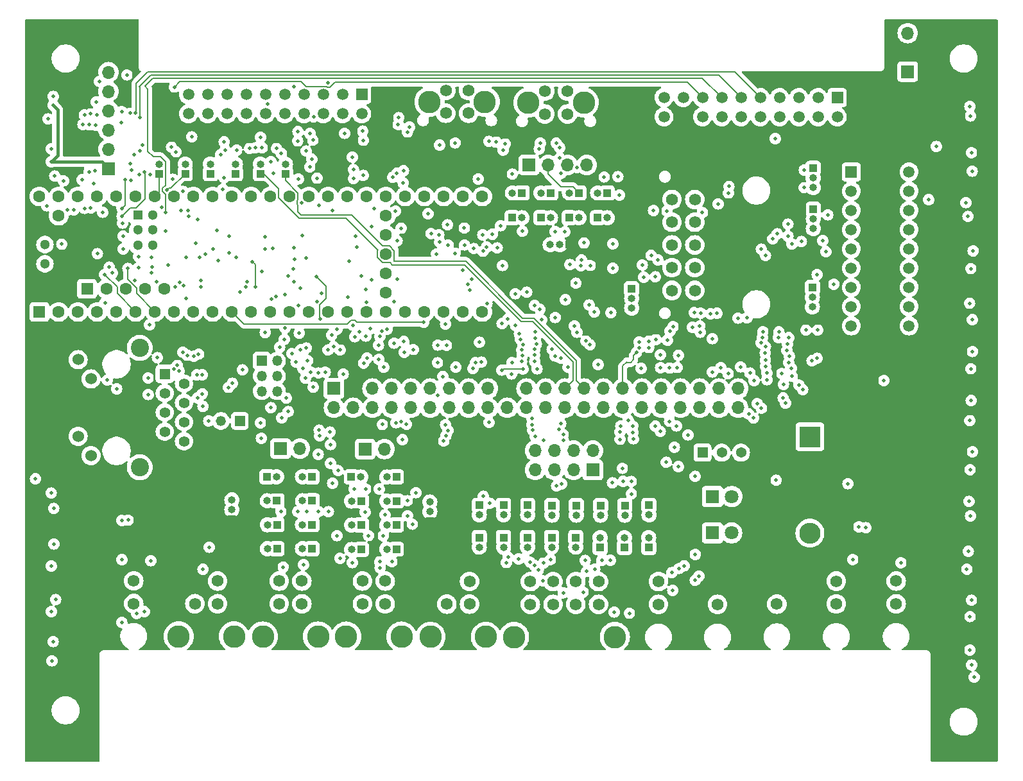
<source format=gbr>
%TF.GenerationSoftware,KiCad,Pcbnew,8.0.3*%
%TF.CreationDate,2025-06-03T03:01:32-07:00*%
%TF.ProjectId,MLU_BreakoutV2,4d4c555f-4272-4656-916b-6f757456322e,rev?*%
%TF.SameCoordinates,Original*%
%TF.FileFunction,Copper,L3,Inr*%
%TF.FilePolarity,Positive*%
%FSLAX46Y46*%
G04 Gerber Fmt 4.6, Leading zero omitted, Abs format (unit mm)*
G04 Created by KiCad (PCBNEW 8.0.3) date 2025-06-03 03:01:32*
%MOMM*%
%LPD*%
G01*
G04 APERTURE LIST*
%TA.AperFunction,ComponentPad*%
%ADD10C,1.574800*%
%TD*%
%TA.AperFunction,ComponentPad*%
%ADD11C,2.971800*%
%TD*%
%TA.AperFunction,ComponentPad*%
%ADD12R,1.000000X1.000000*%
%TD*%
%TA.AperFunction,ComponentPad*%
%ADD13O,1.000000X1.000000*%
%TD*%
%TA.AperFunction,ComponentPad*%
%ADD14R,1.508000X1.508000*%
%TD*%
%TA.AperFunction,ComponentPad*%
%ADD15C,1.508000*%
%TD*%
%TA.AperFunction,ComponentPad*%
%ADD16R,1.700000X1.700000*%
%TD*%
%TA.AperFunction,ComponentPad*%
%ADD17O,1.700000X1.700000*%
%TD*%
%TA.AperFunction,ComponentPad*%
%ADD18R,1.320800X1.320800*%
%TD*%
%TA.AperFunction,ComponentPad*%
%ADD19C,1.320800*%
%TD*%
%TA.AperFunction,ComponentPad*%
%ADD20R,2.800000X2.800000*%
%TD*%
%TA.AperFunction,ComponentPad*%
%ADD21O,2.800000X2.800000*%
%TD*%
%TA.AperFunction,ComponentPad*%
%ADD22R,1.800000X1.800000*%
%TD*%
%TA.AperFunction,ComponentPad*%
%ADD23C,1.800000*%
%TD*%
%TA.AperFunction,ComponentPad*%
%ADD24R,1.498600X1.498600*%
%TD*%
%TA.AperFunction,ComponentPad*%
%ADD25C,1.498600*%
%TD*%
%TA.AperFunction,ComponentPad*%
%ADD26R,1.600000X1.600000*%
%TD*%
%TA.AperFunction,ComponentPad*%
%ADD27C,1.600000*%
%TD*%
%TA.AperFunction,ComponentPad*%
%ADD28R,1.300000X1.300000*%
%TD*%
%TA.AperFunction,ComponentPad*%
%ADD29C,1.300000*%
%TD*%
%TA.AperFunction,ComponentPad*%
%ADD30R,1.371600X1.371600*%
%TD*%
%TA.AperFunction,ComponentPad*%
%ADD31C,1.371600*%
%TD*%
%TA.AperFunction,ComponentPad*%
%ADD32R,1.400000X1.400000*%
%TD*%
%TA.AperFunction,ComponentPad*%
%ADD33C,1.400000*%
%TD*%
%TA.AperFunction,ComponentPad*%
%ADD34C,1.530000*%
%TD*%
%TA.AperFunction,ComponentPad*%
%ADD35C,2.400000*%
%TD*%
%TA.AperFunction,ComponentPad*%
%ADD36R,1.350000X1.350000*%
%TD*%
%TA.AperFunction,ComponentPad*%
%ADD37O,1.350000X1.350000*%
%TD*%
%TA.AperFunction,ViaPad*%
%ADD38C,0.500000*%
%TD*%
%TA.AperFunction,Conductor*%
%ADD39C,0.200000*%
%TD*%
%TA.AperFunction,Conductor*%
%ADD40C,0.400000*%
%TD*%
G04 APERTURE END LIST*
D10*
%TO.N,toNEO_CTRL_EXTs*%
%TO.C,J4*%
X181834650Y-61157800D03*
%TO.N,GND*%
X184834649Y-61157800D03*
%TO.N,outNEO_CTRL_EXTs*%
X181834650Y-64157799D03*
%TO.N,+5V*%
X184834649Y-64157799D03*
D11*
%TO.N,N/C*%
X186984650Y-62657800D03*
X179684649Y-62657800D03*
%TD*%
D12*
%TO.N,Net-(J14-Pin_1)*%
%TO.C,JP22*%
X158235600Y-112120200D03*
D13*
%TO.N,Net-(JP22-B)*%
X159505600Y-112120200D03*
%TD*%
D12*
%TO.N,D{slash}A20*%
%TO.C,JP16*%
X175310800Y-121671000D03*
D13*
%TO.N,Net-(JP13-B)*%
X174040800Y-121671000D03*
%TD*%
D12*
%TO.N,Net-(JP28-B)*%
%TO.C,JP39*%
X198997400Y-120136600D03*
D13*
%TO.N,Host_D+*%
X198997400Y-121406600D03*
%TD*%
D12*
%TO.N,Net-(J27-Pin_6)*%
%TO.C,JP26*%
X192648200Y-115894800D03*
D13*
%TO.N,Net-(JP26-B)*%
X192648200Y-117164800D03*
%TD*%
D12*
%TO.N,Net-(J27-Pin_7)*%
%TO.C,JP25*%
X189448200Y-115894800D03*
D13*
%TO.N,Net-(JP25-B)*%
X189448200Y-117164800D03*
%TD*%
D12*
%TO.N,Net-(JP42-B)*%
%TO.C,JP46*%
X194386200Y-77952600D03*
D13*
%TO.N,GND*%
X195656200Y-77952600D03*
%TD*%
D14*
%TO.N,PWM0*%
%TO.C,J7*%
X233480000Y-62090000D03*
D15*
%TO.N,I2C1_SCL*%
X233480000Y-64630000D03*
%TO.N,PWM1*%
X230940000Y-62090000D03*
%TO.N,I2C1_SDA*%
X230940000Y-64630000D03*
%TO.N,PWM2*%
X228400000Y-62090000D03*
%TO.N,toNEO_CTRL_ESCs*%
X228400000Y-64630000D03*
%TO.N,PWM3*%
X225860000Y-62090000D03*
%TO.N,outNEO_CTRL_ESCs*%
X225860000Y-64630000D03*
%TO.N,PWM4*%
X223320000Y-62090000D03*
%TO.N,unconnected-(J7-Pad10)*%
X223320000Y-64630000D03*
%TO.N,PWM5*%
X220780000Y-62090000D03*
%TO.N,GND*%
X220780000Y-64630000D03*
%TO.N,PWM6*%
X218240000Y-62090000D03*
%TO.N,+5V*%
X218240000Y-64630000D03*
%TO.N,PWM7*%
X215700000Y-62090000D03*
%TO.N,+5V*%
X215700000Y-64630000D03*
%TO.N,unconnected-(J7-Pad17)*%
X213160000Y-62090000D03*
%TO.N,+3.3V*%
X213160000Y-64630000D03*
%TO.N,unconnected-(J7-Pad19)*%
X210620000Y-62090000D03*
%TO.N,GND*%
X210620000Y-64630000D03*
%TD*%
D12*
%TO.N,Net-(J27-Pin_1)*%
%TO.C,JP31*%
X208648200Y-115894800D03*
D13*
%TO.N,Net-(JP31-B)*%
X208648200Y-117164800D03*
%TD*%
D16*
%TO.N,GND*%
%TO.C,J3*%
X242773200Y-58674000D03*
D17*
%TO.N,+3.3V*%
X242773200Y-56134000D03*
%TO.N,xDleak*%
X242773200Y-53594000D03*
%TD*%
D18*
%TO.N,ETH_GND*%
%TO.C,C2*%
X154671400Y-104749600D03*
D19*
%TO.N,Net-(C2-Pad2)*%
X152171400Y-104749600D03*
%TD*%
D10*
%TO.N,Net-(JP13-B)*%
%TO.C,J19*%
X173844550Y-128885700D03*
%TO.N,GND*%
X170844551Y-128885700D03*
%TO.N,Net-(JP11-A)*%
X173844550Y-125885701D03*
%TO.N,Net-(JP17-C)*%
X170844551Y-125885701D03*
D11*
%TO.N,N/C*%
X168694550Y-133205702D03*
X175994551Y-133205702D03*
%TD*%
D10*
%TO.N,I2C1_SDA*%
%TO.C,J17*%
X184970000Y-128919998D03*
%TO.N,GND*%
X181970001Y-128919998D03*
%TO.N,I2C1_SCL*%
X184970000Y-125919999D03*
%TO.N,+3.3V*%
X181970001Y-125919999D03*
D11*
%TO.N,N/C*%
X179820000Y-133240000D03*
X187120001Y-133240000D03*
%TD*%
D14*
%TO.N,+5V*%
%TO.C,J13*%
X170738800Y-61696600D03*
D15*
%TO.N,I2C1_SCL*%
X170738800Y-64236600D03*
%TO.N,+5V*%
X168198800Y-61696600D03*
%TO.N,I2C1_SDA*%
X168198800Y-64236600D03*
%TO.N,+5V*%
X165658800Y-61696600D03*
%TO.N,Dswitch2*%
X165658800Y-64236600D03*
%TO.N,+5V*%
X163118800Y-61696600D03*
%TO.N,Net-(JP5-A)*%
X163118800Y-64236600D03*
%TO.N,Net-(JP49-B)*%
X160578800Y-61696600D03*
%TO.N,Net-(JP6-A)*%
X160578800Y-64236600D03*
%TO.N,Net-(JP41-B)*%
X158038800Y-61696600D03*
%TO.N,Net-(JP50-B)*%
X158038800Y-64236600D03*
%TO.N,GND*%
X155498800Y-61696600D03*
%TO.N,Net-(JP51-B)*%
X155498800Y-64236600D03*
%TO.N,GND*%
X152958800Y-61696600D03*
%TO.N,Net-(JP52-B)*%
X152958800Y-64236600D03*
%TO.N,GND*%
X150418800Y-61696600D03*
%TO.N,Net-(JP53-B)*%
X150418800Y-64236600D03*
%TO.N,GND*%
X147878800Y-61696600D03*
%TO.N,toNEO_CTRL_Orin*%
X147878800Y-64236600D03*
%TD*%
D12*
%TO.N,Net-(J28-Pin_3)*%
%TO.C,JP42*%
X195656200Y-74676000D03*
D13*
%TO.N,Net-(JP42-B)*%
X194386200Y-74676000D03*
%TD*%
D20*
%TO.N,Teensy_5V*%
%TO.C,D1*%
X229870000Y-106857800D03*
D21*
%TO.N,Net-(D1-A)*%
X229870000Y-119557800D03*
%TD*%
D12*
%TO.N,Net-(JP11-A)*%
%TO.C,JP60*%
X170672600Y-121721000D03*
D13*
%TO.N,D{slash}A21*%
X169402600Y-121721000D03*
%TD*%
D10*
%TO.N,Dled1*%
%TO.C,J22*%
X233349200Y-128890700D03*
%TO.N,GND*%
X233349200Y-125890701D03*
%TD*%
D22*
%TO.N,Net-(D2-K)*%
%TO.C,D2*%
X217033000Y-114726800D03*
D23*
%TO.N,Net-(D2-A)*%
X219573000Y-114726800D03*
%TD*%
D12*
%TO.N,UART_RX3*%
%TO.C,JP32*%
X205397400Y-121431600D03*
D13*
%TO.N,Net-(JP30-B)*%
X205397400Y-120161600D03*
%TD*%
D12*
%TO.N,Net-(JP3-B)*%
%TO.C,JP34*%
X186248200Y-120136600D03*
D13*
%TO.N,+5V*%
X186248200Y-121406600D03*
%TD*%
D16*
%TO.N,+5V*%
%TO.C,J8*%
X167081200Y-100482400D03*
D17*
%TO.N,GND*%
X167081200Y-103022400D03*
%TO.N,+3.3V*%
X169621200Y-100482400D03*
%TO.N,GND*%
X169621200Y-103022400D03*
%TO.N,I2C1_SDA*%
X172161200Y-100482400D03*
%TO.N,I2C2_SDA*%
X172161200Y-103022400D03*
%TO.N,I2C1_SCL*%
X174701200Y-100482400D03*
%TO.N,I2C2_SCL*%
X174701200Y-103022400D03*
%TO.N,D{slash}A20*%
X177241200Y-100482400D03*
%TO.N,D{slash}A14*%
X177241200Y-103022400D03*
%TO.N,D{slash}A21*%
X179781200Y-100482400D03*
%TO.N,DISP_LED*%
X179781200Y-103022400D03*
%TO.N,D{slash}A22*%
X182321200Y-100482400D03*
%TO.N,xD0*%
X182321200Y-103022400D03*
%TO.N,D{slash}A23*%
X184861200Y-100482400D03*
%TO.N,xD1*%
X184861200Y-103022400D03*
%TO.N,+5V*%
X187401200Y-100482400D03*
%TO.N,GND*%
X187401200Y-103022400D03*
%TO.N,+3.3V*%
X189941200Y-100482400D03*
%TO.N,GND*%
X189941200Y-103022400D03*
%TO.N,Host_D-*%
X192481200Y-100482400D03*
%TO.N,UART_TX1*%
X192481200Y-103022400D03*
%TO.N,Host_D+*%
X195021200Y-100482400D03*
%TO.N,UART_RX1*%
X195021200Y-103022400D03*
%TO.N,Device_D-*%
X197561200Y-100482400D03*
%TO.N,UART_RX2*%
X197561200Y-103022400D03*
%TO.N,Device_D+*%
X200101200Y-100482400D03*
%TO.N,UART_TX2*%
X200101200Y-103022400D03*
%TO.N,toNEO_CTRL_ESCs*%
X202641200Y-100482400D03*
%TO.N,UART_RX3*%
X202641200Y-103022400D03*
%TO.N,outNEO_CTRL_ESCs*%
X205181200Y-100482400D03*
%TO.N,UART_TX3*%
X205181200Y-103022400D03*
%TO.N,toNEO_CTRL_EXTs*%
X207721200Y-100482400D03*
%TO.N,GND*%
X207721200Y-103022400D03*
%TO.N,outNEO_CTRL_EXTs*%
X210261200Y-100482400D03*
%TO.N,xD2*%
X210261200Y-103022400D03*
%TO.N,toNEO_CTRL_MLU*%
X212801200Y-100482400D03*
%TO.N,xD3*%
X212801200Y-103022400D03*
%TO.N,outNEO_CTRL_MLU*%
X215341200Y-100482400D03*
%TO.N,xD4*%
X215341200Y-103022400D03*
%TO.N,toNEO_CTRL_Orin*%
X217881200Y-100482400D03*
%TO.N,xD5*%
X217881200Y-103022400D03*
%TO.N,GND*%
X220421200Y-100482400D03*
%TO.N,xD6*%
X220421200Y-103022400D03*
%TD*%
D12*
%TO.N,GND*%
%TO.C,JP38*%
X208597400Y-121436600D03*
D13*
%TO.N,Net-(JP31-B)*%
X208597400Y-120166600D03*
%TD*%
D10*
%TO.N,Net-(JP3-B)*%
%TO.C,J26*%
X201990000Y-128950000D03*
%TO.N,Net-(JP25-B)*%
X198990001Y-128950000D03*
%TO.N,Net-(JP26-B)*%
X195990002Y-128950000D03*
%TO.N,Net-(JP27-B)*%
X192990003Y-128950000D03*
%TO.N,Net-(JP28-B)*%
X201990000Y-125950001D03*
%TO.N,Net-(JP29-B)*%
X198990001Y-125950001D03*
%TO.N,Net-(JP30-B)*%
X195990002Y-125950001D03*
%TO.N,Net-(JP31-B)*%
X192990003Y-125950001D03*
D11*
%TO.N,N/C*%
X190840002Y-133270002D03*
X204140001Y-133270002D03*
%TD*%
D12*
%TO.N,Device_D+*%
%TO.C,JP41*%
X160680400Y-72136000D03*
D13*
%TO.N,Net-(JP41-B)*%
X160680400Y-70866000D03*
%TD*%
D10*
%TO.N,Lumen_PWM*%
%TO.C,J20*%
X140666600Y-128855300D03*
%TO.N,GND*%
X140666600Y-125855301D03*
%TD*%
D12*
%TO.N,+5V*%
%TO.C,JP40*%
X206349600Y-87325200D03*
D13*
%TO.N,Net-(JP40-C)*%
X206349600Y-88595200D03*
%TO.N,DISP_LED*%
X206349600Y-89865200D03*
%TD*%
D12*
%TO.N,Net-(JP44-B)*%
%TO.C,JP48*%
X201853800Y-77952600D03*
D13*
%TO.N,Net-(JP2-C)*%
X203123800Y-77952600D03*
%TD*%
D12*
%TO.N,Net-(J27-Pin_2)*%
%TO.C,JP30*%
X205448200Y-115914800D03*
D13*
%TO.N,Net-(JP30-B)*%
X205448200Y-117184800D03*
%TD*%
D10*
%TO.N,Dled2*%
%TO.C,J23*%
X241249200Y-128880700D03*
%TO.N,GND*%
X241249200Y-125880701D03*
%TD*%
%TO.N,Dswitch1*%
%TO.C,J21*%
X225511400Y-128921199D03*
%TO.N,+3.3V*%
X225511400Y-125921200D03*
%TD*%
D12*
%TO.N,D{slash}A20*%
%TO.C,JP19*%
X164200600Y-121615200D03*
D13*
%TO.N,Net-(JP18-B)*%
X162930600Y-121615200D03*
%TD*%
D24*
%TO.N,Net-(JP8-C)*%
%TO.C,U7*%
X235331000Y-71907400D03*
D25*
%TO.N,Net-(JP9-C)*%
X235331000Y-74447400D03*
%TO.N,GND*%
X235331000Y-76987400D03*
X235331000Y-79527400D03*
X235331000Y-82067400D03*
%TO.N,Net-(JP10-C)*%
X235331000Y-84607400D03*
%TO.N,unconnected-(U7-NC-Pad7)*%
X235331000Y-87147400D03*
%TO.N,GPIOExp_INT*%
X235331000Y-89687400D03*
%TO.N,GND*%
X235331000Y-92227400D03*
%TO.N,xD0*%
X242951000Y-92227400D03*
%TO.N,xD1*%
X242951000Y-89687400D03*
%TO.N,xD2*%
X242951000Y-87147400D03*
%TO.N,xD3*%
X242951000Y-84607400D03*
%TO.N,xD4*%
X242951000Y-82067400D03*
%TO.N,xD5*%
X242951000Y-79527400D03*
%TO.N,xD6*%
X242951000Y-76987400D03*
%TO.N,xDleak*%
X242951000Y-74447400D03*
%TO.N,+5V*%
X242951000Y-71907400D03*
%TD*%
D16*
%TO.N,Net-(J28-Pin_1)*%
%TO.C,J28*%
X192811400Y-70993000D03*
D17*
%TO.N,Net-(J28-Pin_2)*%
X195351400Y-70993000D03*
%TO.N,Net-(J28-Pin_3)*%
X197891400Y-70993000D03*
%TO.N,Net-(J28-Pin_4)*%
X200431400Y-70993000D03*
%TD*%
D12*
%TO.N,UART_TX3*%
%TO.C,JP33*%
X202197400Y-121436600D03*
D13*
%TO.N,Net-(JP29-B)*%
X202197400Y-120166600D03*
%TD*%
D12*
%TO.N,Net-(J27-Pin_5)*%
%TO.C,JP27*%
X195848200Y-115914800D03*
D13*
%TO.N,Net-(JP27-B)*%
X195848200Y-117184800D03*
%TD*%
D12*
%TO.N,Net-(J28-Pin_4)*%
%TO.C,JP67*%
X191897000Y-74676000D03*
D13*
%TO.N,Net-(JP45-A)*%
X190627000Y-74676000D03*
%TD*%
D12*
%TO.N,Net-(J31-Pin_2)*%
%TO.C,JP13*%
X175310800Y-112146000D03*
D13*
%TO.N,Net-(JP13-B)*%
X174040800Y-112146000D03*
%TD*%
D10*
%TO.N,Dswitch2*%
%TO.C,J25*%
X217678000Y-128956900D03*
%TO.N,+3.3V*%
X217678000Y-125956901D03*
%TD*%
D12*
%TO.N,D{slash}A20*%
%TO.C,JP53*%
X144043400Y-72136000D03*
D13*
%TO.N,Net-(JP53-B)*%
X144043400Y-70866000D03*
%TD*%
D12*
%TO.N,Net-(JP43-B)*%
%TO.C,JP47*%
X198120000Y-77952600D03*
D13*
%TO.N,I2C1_SCL*%
X199390000Y-77952600D03*
%TD*%
D12*
%TO.N,Net-(JP11-A)*%
%TO.C,JP11*%
X170672600Y-115321000D03*
D13*
%TO.N,I2C1_SCL*%
X169402600Y-115321000D03*
%TD*%
D10*
%TO.N,+5V*%
%TO.C,J6*%
X209890000Y-128949999D03*
%TO.N,Net-(D1-A)*%
X209890000Y-125950000D03*
%TD*%
D16*
%TO.N,Net-(J14-Pin_1)*%
%TO.C,J14*%
X160051000Y-108391000D03*
D17*
%TO.N,Net-(J14-Pin_2)*%
X162591000Y-108391000D03*
%TD*%
D12*
%TO.N,Net-(JP22-B)*%
%TO.C,JP23*%
X159555600Y-115295200D03*
D13*
%TO.N,I2C1_SCL*%
X158285600Y-115295200D03*
%TD*%
D12*
%TO.N,Net-(JP10-A)*%
%TO.C,JP10*%
X230200200Y-87172800D03*
D13*
%TO.N,Net-(JP10-C)*%
X230200200Y-88442800D03*
%TO.N,GND*%
X230200200Y-89712800D03*
%TD*%
D12*
%TO.N,+3.3V*%
%TO.C,JP58*%
X153619200Y-117729000D03*
D13*
%TO.N,Net-(JP58-C)*%
X153619200Y-116459000D03*
%TO.N,+5V*%
X153619200Y-115189000D03*
%TD*%
D16*
%TO.N,+5V*%
%TO.C,J12*%
X137338200Y-71450600D03*
D17*
X137338200Y-68910600D03*
%TO.N,Analog_Current*%
X137338200Y-66370600D03*
%TO.N,Analog_Voltage*%
X137338200Y-63830600D03*
%TO.N,GND*%
X137338200Y-61290600D03*
X137338200Y-58750600D03*
%TD*%
D12*
%TO.N,Net-(JP22-B)*%
%TO.C,JP24*%
X159560600Y-121615200D03*
D13*
%TO.N,D{slash}A21*%
X158290600Y-121615200D03*
%TD*%
D10*
%TO.N,UART_RX2*%
%TO.C,J18*%
X151739600Y-128875400D03*
%TO.N,GND*%
X148739601Y-128875400D03*
%TO.N,UART_TX2*%
X151739600Y-125875401D03*
%TO.N,+3.3V*%
X148739601Y-125875401D03*
D11*
%TO.N,N/C*%
X146589600Y-133195402D03*
X153889601Y-133195402D03*
%TD*%
D26*
%TO.N,GND*%
%TO.C,U6*%
X128219200Y-90376000D03*
D27*
%TO.N,PWM0*%
X130759200Y-90376000D03*
%TO.N,PWM1*%
X133299200Y-90376000D03*
%TO.N,PWM2*%
X135839200Y-90376000D03*
%TO.N,PWM3*%
X138379200Y-90376000D03*
%TO.N,PWM4*%
X140919200Y-90376000D03*
%TO.N,PWM5*%
X143459200Y-90376000D03*
%TO.N,PWM6*%
X145999200Y-90376000D03*
%TO.N,PWM7*%
X148539200Y-90376000D03*
%TO.N,Lumen_PWM*%
X151079200Y-90376000D03*
%TO.N,toNEO_CTRL_ESCs*%
X153619200Y-90376000D03*
%TO.N,SPI_CS1*%
X156159200Y-90376000D03*
%TO.N,SPI_MOSI*%
X158699200Y-90376000D03*
%TO.N,SPI_MISO*%
X161239200Y-90376000D03*
%TO.N,unconnected-(U6-3V3-Pad15)*%
X163779200Y-90376000D03*
%TO.N,UART_TX3*%
X166319200Y-90376000D03*
%TO.N,UART_RX3*%
X168859200Y-90376000D03*
%TO.N,Dswitch1*%
X171399200Y-90376000D03*
%TO.N,Dswitch2*%
X173939200Y-90376000D03*
%TO.N,UART_RX2*%
X176479200Y-90376000D03*
%TO.N,UART_TX2*%
X179019200Y-90376000D03*
%TO.N,DISP_RST*%
X181559200Y-90376000D03*
%TO.N,DISP_DC*%
X184099200Y-90376000D03*
%TO.N,DISP_LED*%
X186639200Y-90376000D03*
%TO.N,toNEO_CTRL_Orin*%
X186639200Y-75136000D03*
%TO.N,UART_RX1*%
X184099200Y-75136000D03*
%TO.N,UART_TX1*%
X181559200Y-75136000D03*
%TO.N,Dled2*%
X179019200Y-75136000D03*
%TO.N,Dled1*%
X176479200Y-75136000D03*
%TO.N,toNEO_CTRL_EXTs*%
X173939200Y-75136000D03*
%TO.N,toNEO_CTRL_MLU*%
X171399200Y-75136000D03*
%TO.N,Analog_Voltage*%
X168859200Y-75136000D03*
%TO.N,Analog_Current*%
X166319200Y-75136000D03*
%TO.N,GND*%
X163779200Y-75136000D03*
%TO.N,SPI_SCK*%
X161239200Y-75136000D03*
%TO.N,D{slash}A14*%
X158699200Y-75136000D03*
%TO.N,GPIOExp_INT*%
X156159200Y-75136000D03*
%TO.N,I2C2_SCL*%
X153619200Y-75136000D03*
%TO.N,I2C2_SDA*%
X151079200Y-75136000D03*
%TO.N,I2C1_SDA*%
X148539200Y-75136000D03*
%TO.N,I2C1_SCL*%
X145999200Y-75136000D03*
%TO.N,D{slash}A20*%
X143459200Y-75136000D03*
%TO.N,D{slash}A21*%
X140919200Y-75136000D03*
%TO.N,D{slash}A22*%
X138379200Y-75136000D03*
%TO.N,D{slash}A23*%
X135839200Y-75136000D03*
%TO.N,unconnected-(U6-3V3-Pad46)*%
X133299200Y-75136000D03*
%TO.N,GND*%
X130759200Y-75136000D03*
%TO.N,Teensy_5V*%
X128219200Y-75136000D03*
%TO.N,unconnected-(U6-VUSB-Pad49)*%
X130759200Y-77676000D03*
%TO.N,unconnected-(U6-VBAT-Pad50)*%
X173939200Y-87836000D03*
%TO.N,unconnected-(U6-3V3-Pad51)*%
X173939200Y-85296000D03*
%TO.N,unconnected-(U6-GND-Pad52)*%
X173939200Y-82756000D03*
%TO.N,unconnected-(U6-PROGRAM-Pad53)*%
X173939200Y-80216000D03*
%TO.N,unconnected-(U6-ON_OFF-Pad54)*%
X173939200Y-77676000D03*
D26*
%TO.N,unconnected-(U6-5V-Pad55)*%
X134518400Y-87325200D03*
D27*
%TO.N,Host_D-*%
X137058400Y-87325200D03*
%TO.N,Host_D+*%
X139598400Y-87325200D03*
%TO.N,unconnected-(U6-GND-Pad58)*%
X142138400Y-87325200D03*
%TO.N,unconnected-(U6-GND-Pad59)*%
X144678400Y-87325200D03*
D28*
%TO.N,R+*%
X141189200Y-77574400D03*
D29*
%TO.N,LED*%
X141189200Y-79574400D03*
%TO.N,T-*%
X141189200Y-81574400D03*
%TO.N,T+*%
X143189200Y-81574400D03*
%TO.N,ETH_GND*%
X143189200Y-79574400D03*
%TO.N,R-*%
X143189200Y-77574400D03*
%TO.N,Device_D-*%
X128949200Y-81486000D03*
%TO.N,Device_D+*%
X128949200Y-84026000D03*
%TD*%
D30*
%TO.N,+5V*%
%TO.C,SW1*%
X215696800Y-108940600D03*
D31*
%TO.N,Net-(D2-A)*%
X218236800Y-108940600D03*
%TO.N,Net-(D1-A)*%
X220776800Y-108940600D03*
%TD*%
D12*
%TO.N,Net-(J27-Pin_4)*%
%TO.C,JP28*%
X199048200Y-115914800D03*
D13*
%TO.N,Net-(JP28-B)*%
X199048200Y-117184800D03*
%TD*%
D12*
%TO.N,Device_D-*%
%TO.C,JP49*%
X157378400Y-72136000D03*
D13*
%TO.N,Net-(JP49-B)*%
X157378400Y-70866000D03*
%TD*%
D12*
%TO.N,Net-(J31-Pin_1)*%
%TO.C,JP12*%
X169377600Y-112146000D03*
D13*
%TO.N,Net-(JP11-A)*%
X170647600Y-112146000D03*
%TD*%
D12*
%TO.N,Net-(JP22-B)*%
%TO.C,JP57*%
X159560600Y-118455200D03*
D13*
%TO.N,D{slash}A23*%
X158290600Y-118455200D03*
%TD*%
D12*
%TO.N,D{slash}A23*%
%TO.C,JP50*%
X154076400Y-72136000D03*
D13*
%TO.N,Net-(JP50-B)*%
X154076400Y-70866000D03*
%TD*%
D12*
%TO.N,I2C1_SDA*%
%TO.C,JP14*%
X175310800Y-115321000D03*
D13*
%TO.N,Net-(JP13-B)*%
X174040800Y-115321000D03*
%TD*%
D10*
%TO.N,Net-(JP18-B)*%
%TO.C,J11*%
X162850599Y-128879598D03*
%TO.N,GND*%
X159850600Y-128879598D03*
%TO.N,Net-(JP22-B)*%
X162850599Y-125879599D03*
%TO.N,Net-(JP58-C)*%
X159850600Y-125879599D03*
D11*
%TO.N,N/C*%
X157700599Y-133199600D03*
X165000600Y-133199600D03*
%TD*%
D12*
%TO.N,D{slash}A22*%
%TO.C,JP15*%
X175310800Y-118496000D03*
D13*
%TO.N,Net-(JP13-B)*%
X174040800Y-118496000D03*
%TD*%
D16*
%TO.N,Net-(J31-Pin_1)*%
%TO.C,J31*%
X171211600Y-108462400D03*
D17*
%TO.N,Net-(J31-Pin_2)*%
X173751600Y-108462400D03*
%TD*%
D12*
%TO.N,+3.3V*%
%TO.C,JP17*%
X179730400Y-117988000D03*
D13*
%TO.N,Net-(JP17-C)*%
X179730400Y-116718000D03*
%TO.N,+5V*%
X179730400Y-115448000D03*
%TD*%
D22*
%TO.N,Net-(D3-K)*%
%TO.C,D3*%
X217012600Y-119532400D03*
D23*
%TO.N,Net-(D1-A)*%
X219552600Y-119532400D03*
%TD*%
D12*
%TO.N,Net-(J28-Pin_2)*%
%TO.C,JP43*%
X199415400Y-74676000D03*
D13*
%TO.N,Net-(JP43-B)*%
X198145400Y-74676000D03*
%TD*%
D12*
%TO.N,Net-(J27-Pin_8)*%
%TO.C,JP3*%
X186248200Y-115894800D03*
D13*
%TO.N,Net-(JP3-B)*%
X186248200Y-117164800D03*
%TD*%
D12*
%TO.N,Net-(J28-Pin_1)*%
%TO.C,JP44*%
X203149200Y-74676000D03*
D13*
%TO.N,Net-(JP44-B)*%
X201879200Y-74676000D03*
%TD*%
D16*
%TO.N,Net-(J27-Pin_1)*%
%TO.C,J27*%
X201234200Y-111221200D03*
D17*
%TO.N,Net-(J27-Pin_2)*%
X201234200Y-108681200D03*
%TO.N,Net-(J27-Pin_3)*%
X198694200Y-111221200D03*
%TO.N,Net-(J27-Pin_4)*%
X198694200Y-108681200D03*
%TO.N,Net-(J27-Pin_5)*%
X196154200Y-111221200D03*
%TO.N,Net-(J27-Pin_6)*%
X196154200Y-108681200D03*
%TO.N,Net-(J27-Pin_7)*%
X193614200Y-111221200D03*
%TO.N,Net-(J27-Pin_8)*%
X193614200Y-108681200D03*
%TD*%
D12*
%TO.N,I2C1_SCL*%
%TO.C,JP8*%
X230301800Y-71429800D03*
D13*
%TO.N,Net-(JP8-C)*%
X230301800Y-72699800D03*
%TO.N,I2C2_SCL*%
X230301800Y-73969800D03*
%TD*%
D32*
%TO.N,T+*%
%TO.C,J9*%
X144754600Y-98552400D03*
D33*
%TO.N,Net-(C2-Pad2)*%
X147294600Y-99822400D03*
%TO.N,T-*%
X144754600Y-101092400D03*
%TO.N,R+*%
X147294600Y-102362400D03*
%TO.N,Net-(C2-Pad2)*%
X144754600Y-103632400D03*
%TO.N,R-*%
X147294600Y-104902400D03*
%TO.N,unconnected-(J9-Pad7)*%
X144754600Y-106172400D03*
%TO.N,ETH_GND*%
X147294600Y-107442400D03*
D34*
X133324600Y-96672400D03*
%TO.N,LED*%
X135024600Y-99212400D03*
%TO.N,unconnected-(J9-Pad11)*%
X133324600Y-106782400D03*
%TO.N,unconnected-(J9-Pad12)*%
X135024600Y-109322400D03*
D35*
%TO.N,unconnected-(J9-Pad13)*%
X141454600Y-95122400D03*
%TO.N,unconnected-(J9-Pad14)*%
X141454600Y-110872400D03*
%TD*%
D12*
%TO.N,Net-(JP27-B)*%
%TO.C,JP37*%
X195797400Y-120136600D03*
D13*
%TO.N,Host_D-*%
X195797400Y-121406600D03*
%TD*%
D12*
%TO.N,D{slash}A22*%
%TO.C,JP20*%
X164200600Y-118445200D03*
D13*
%TO.N,Net-(JP18-B)*%
X162930600Y-118445200D03*
%TD*%
D12*
%TO.N,Net-(J27-Pin_3)*%
%TO.C,JP29*%
X202248200Y-115914800D03*
D13*
%TO.N,Net-(JP29-B)*%
X202248200Y-117184800D03*
%TD*%
D12*
%TO.N,Net-(JP11-A)*%
%TO.C,JP59*%
X170672600Y-118496000D03*
D13*
%TO.N,D{slash}A23*%
X169402600Y-118496000D03*
%TD*%
D12*
%TO.N,Net-(J14-Pin_2)*%
%TO.C,JP21*%
X164200600Y-112120200D03*
D13*
%TO.N,Net-(JP18-B)*%
X162930600Y-112120200D03*
%TD*%
D10*
%TO.N,Net-(JP45-A)*%
%TO.C,J2*%
X194890250Y-61259400D03*
%TO.N,Net-(JP42-B)*%
X197890249Y-61259400D03*
%TO.N,Net-(JP43-B)*%
X194890250Y-64259399D03*
%TO.N,Net-(JP44-B)*%
X197890249Y-64259399D03*
D11*
%TO.N,N/C*%
X200040250Y-62759400D03*
X192740249Y-62759400D03*
%TD*%
D12*
%TO.N,I2C1_SDA*%
%TO.C,JP18*%
X164210600Y-115285200D03*
D13*
%TO.N,Net-(JP18-B)*%
X162940600Y-115285200D03*
%TD*%
D10*
%TO.N,+5V*%
%TO.C,J5*%
X214680800Y-75539600D03*
%TO.N,GND*%
X214680800Y-78539599D03*
%TO.N,SPI_CS1*%
X214680800Y-81539598D03*
%TO.N,DISP_RST*%
X214680800Y-84539597D03*
%TO.N,DISP_DC*%
X214680800Y-87539596D03*
%TO.N,SPI_MOSI*%
X211680801Y-75539600D03*
%TO.N,SPI_SCK*%
X211680801Y-78539599D03*
%TO.N,Net-(JP40-C)*%
X211680801Y-81539598D03*
%TO.N,SPI_MISO*%
X211680801Y-84539597D03*
%TO.N,unconnected-(J5-Pad10)*%
X211680801Y-87539596D03*
%TD*%
D36*
%TO.N,R+*%
%TO.C,J10*%
X157562800Y-96831400D03*
D37*
%TO.N,R-*%
X159562800Y-96831400D03*
%TO.N,LED*%
X157562800Y-98831400D03*
%TO.N,ETH_GND*%
X159562800Y-98831400D03*
%TO.N,T-*%
X157562800Y-100831400D03*
%TO.N,T+*%
X159562800Y-100831400D03*
%TD*%
D12*
%TO.N,Net-(JP26-B)*%
%TO.C,JP36*%
X192623600Y-120136600D03*
D13*
%TO.N,I2C1_SCL*%
X192623600Y-121406600D03*
%TD*%
D12*
%TO.N,Net-(JP25-B)*%
%TO.C,JP35*%
X189448600Y-120136600D03*
D13*
%TO.N,I2C1_SDA*%
X189448600Y-121406600D03*
%TD*%
D12*
%TO.N,Net-(JP45-A)*%
%TO.C,JP45*%
X190601600Y-77952600D03*
D13*
%TO.N,I2C1_SDA*%
X191871600Y-77952600D03*
%TD*%
D12*
%TO.N,I2C1_SDA*%
%TO.C,JP9*%
X230327200Y-76840000D03*
D13*
%TO.N,Net-(JP9-C)*%
X230327200Y-78110000D03*
%TO.N,I2C2_SDA*%
X230327200Y-79380000D03*
%TD*%
D12*
%TO.N,D{slash}A22*%
%TO.C,JP51*%
X150774400Y-72136000D03*
D13*
%TO.N,Net-(JP51-B)*%
X150774400Y-70866000D03*
%TD*%
D12*
%TO.N,+3.3V*%
%TO.C,JP2*%
X198145400Y-81508600D03*
D13*
%TO.N,Net-(JP2-C)*%
X196875400Y-81508600D03*
%TO.N,+5V*%
X195605400Y-81508600D03*
%TD*%
D12*
%TO.N,D{slash}A21*%
%TO.C,JP52*%
X147456800Y-72136000D03*
D13*
%TO.N,Net-(JP52-B)*%
X147456800Y-70866000D03*
%TD*%
D38*
%TO.N,Net-(J27-Pin_2)*%
X205230000Y-112730000D03*
%TO.N,Net-(JP17-C)*%
X174720000Y-123320000D03*
X173180000Y-124120000D03*
%TO.N,UART_TX3*%
X173380000Y-92930000D03*
X193660000Y-93840000D03*
X191700000Y-93980000D03*
%TO.N,D{slash}A23*%
X160070800Y-116738400D03*
%TO.N,DISP_RST*%
X193548000Y-89535000D03*
%TO.N,DISP_LED*%
X194259200Y-90043000D03*
%TO.N,DISP_RST*%
X187261706Y-89276000D03*
%TO.N,D{slash}A21*%
X145071542Y-74298171D03*
%TO.N,Host_D-*%
X147275425Y-86940000D03*
%TO.N,ETH_GND*%
X137185300Y-99364700D03*
%TO.N,I2C1_SDA*%
X156710000Y-87100000D03*
%TO.N,Host_D-*%
X155410000Y-87071200D03*
X196449836Y-113340164D03*
%TO.N,Host_D+*%
X197141798Y-113050868D03*
%TO.N,UART_TX3*%
X205114791Y-110996261D03*
%TO.N,outNEO_CTRL_MLU*%
X213791016Y-106601016D03*
%TO.N,LED*%
X139256471Y-80386471D03*
X139270000Y-82070000D03*
%TO.N,Host_D-*%
X149540140Y-87071200D03*
%TO.N,Host_D+*%
X149550000Y-86190000D03*
X143690000Y-86430000D03*
%TO.N,LED*%
X140843000Y-86233000D03*
%TO.N,Host_D-*%
X143030000Y-85242400D03*
%TO.N,I2C1_SCL*%
X171196000Y-116763800D03*
%TO.N,toNEO_CTRL_MLU*%
X162820509Y-75939491D03*
%TO.N,D{slash}A20*%
X173120000Y-123342400D03*
%TO.N,UART_RX3*%
X205910000Y-104700000D03*
%TO.N,I2C1_SCL*%
X177424617Y-118374616D03*
%TO.N,D{slash}A20*%
X176784000Y-117271800D03*
%TO.N,toNEO_CTRL_MLU*%
X159500000Y-68820600D03*
X156687367Y-68721766D03*
%TO.N,Net-(JP50-B)*%
X157388600Y-67335400D03*
%TO.N,Dswitch1*%
X181570000Y-107390000D03*
X176120000Y-107230000D03*
X169620000Y-92120000D03*
X173010000Y-96640000D03*
X170410000Y-92970000D03*
X193630000Y-106790000D03*
X204820000Y-107180000D03*
X173450000Y-105230000D03*
X212520000Y-110790000D03*
X206580000Y-107120000D03*
X210920000Y-110220000D03*
X215230000Y-125220000D03*
X197320000Y-106520000D03*
X173660000Y-97690000D03*
X213300000Y-123860000D03*
%TO.N,outNEO_CTRL_EXTs*%
X203880000Y-81390000D03*
X187510000Y-67880000D03*
X203600000Y-90490000D03*
X204540000Y-72530000D03*
X194180000Y-68900000D03*
X203870000Y-84600000D03*
X196870000Y-68700000D03*
X204750000Y-74960000D03*
X189400000Y-69030000D03*
X207620000Y-97830000D03*
%TO.N,toNEO_CTRL_ESCs*%
X207750000Y-84170000D03*
X219180000Y-73820000D03*
X208920000Y-82880000D03*
X215690000Y-77270000D03*
X225300000Y-67510000D03*
X201440000Y-90400000D03*
%TO.N,PWM0*%
X133981555Y-65638579D03*
X134160000Y-64380000D03*
X136120000Y-59960000D03*
X131899997Y-76930000D03*
X133860000Y-72944645D03*
%TO.N,GND*%
X251152348Y-102070441D03*
X129781000Y-114266194D03*
X251332214Y-95595508D03*
X214757000Y-122377200D03*
X235508800Y-123037600D03*
X130140200Y-120986894D03*
X199663245Y-84266064D03*
X142925800Y-123190000D03*
X250926600Y-89230200D03*
X245541800Y-75565000D03*
X130370463Y-128332400D03*
X250977400Y-63271400D03*
X170967400Y-72369200D03*
X250994753Y-134983647D03*
X251333952Y-108830646D03*
X250451515Y-75960068D03*
X251173860Y-128406354D03*
X130048000Y-61950600D03*
X214731600Y-112064800D03*
X239649000Y-99415600D03*
X139107000Y-123063000D03*
X250769547Y-121966147D03*
X251172175Y-69359709D03*
X130035301Y-133861394D03*
X251413853Y-82316747D03*
X250856331Y-115376963D03*
X129791146Y-68852873D03*
X234899200Y-113030000D03*
X225425000Y-112572800D03*
X241858800Y-123469400D03*
%TO.N,PWM1*%
X134830000Y-65690000D03*
X134990000Y-64250000D03*
X131170000Y-81440000D03*
X135420000Y-73430000D03*
X132750000Y-76930000D03*
X134755211Y-71890097D03*
X139750000Y-59100000D03*
%TO.N,PWM2*%
X135700000Y-62670000D03*
X135590000Y-71730000D03*
X136570000Y-77230000D03*
X135680000Y-65770000D03*
X135790000Y-64350000D03*
%TO.N,PWM3*%
X139130000Y-76705488D03*
X136870000Y-89150000D03*
X139520000Y-72960000D03*
X139020000Y-65430000D03*
%TO.N,PWM4*%
X140877418Y-64151298D03*
X142100000Y-71920000D03*
X141443383Y-69102090D03*
X136820000Y-85430000D03*
X139130000Y-77740000D03*
%TO.N,PWM5*%
X139179838Y-78650118D03*
X141500000Y-64730000D03*
X141839445Y-68350000D03*
X137450000Y-84480000D03*
X142820000Y-72290000D03*
X139900000Y-84650000D03*
%TO.N,PWM6*%
X145191308Y-84224264D03*
X144880000Y-79680000D03*
X144880000Y-77220000D03*
X146150000Y-87080000D03*
%TO.N,UART_RX2*%
X185416820Y-97860204D03*
X149809200Y-124333000D03*
X193195242Y-104400010D03*
X177539513Y-95331707D03*
X166304961Y-95397493D03*
X180730000Y-97080000D03*
X164010175Y-98294598D03*
%TO.N,UART_TX2*%
X190518623Y-98550000D03*
X165051869Y-98440000D03*
X167044023Y-94970000D03*
X185730000Y-97070000D03*
X150622000Y-121412000D03*
%TO.N,I2C1_SCL*%
X190044194Y-122725747D03*
X173812200Y-117144800D03*
X175412400Y-80980000D03*
X225773132Y-93008735D03*
X175366392Y-72096129D03*
X151130000Y-82080000D03*
X221575673Y-91161762D03*
X223998752Y-82936381D03*
X181027478Y-81143622D03*
X196291200Y-91113000D03*
X153220000Y-80406231D03*
X226384442Y-99943500D03*
X220375673Y-91186000D03*
X157518474Y-107048674D03*
X160807400Y-101752400D03*
X139919409Y-117846809D03*
X226187481Y-98503458D03*
X224975240Y-80730000D03*
X185547000Y-82025400D03*
X236347000Y-118719600D03*
X165201493Y-106726587D03*
X161049074Y-103518074D03*
X170098792Y-81798792D03*
X192506600Y-87775800D03*
X157362257Y-105012857D03*
X223656076Y-92976390D03*
X175212579Y-77066380D03*
X166624000Y-107873800D03*
%TO.N,I2C2_SCL*%
X228925000Y-100625000D03*
X230825761Y-96497145D03*
X193200000Y-105250000D03*
X230910000Y-92780000D03*
X175974728Y-104828834D03*
X226960000Y-78800000D03*
X182142760Y-106004549D03*
X211360000Y-104810000D03*
X222449621Y-104380000D03*
X162360000Y-89490000D03*
X206500000Y-105430000D03*
X158980000Y-81990000D03*
X196999108Y-105119738D03*
X209480000Y-105450000D03*
X226960000Y-80380000D03*
X163620000Y-96790000D03*
X226660000Y-102410000D03*
X204920000Y-105410000D03*
X163450000Y-95140000D03*
X160610000Y-88060000D03*
X157564058Y-85060000D03*
X223480835Y-103078407D03*
%TO.N,I2C2_SDA*%
X226336037Y-101733574D03*
X212280000Y-105420000D03*
X168301487Y-98564493D03*
X181833343Y-106687751D03*
X165265136Y-91310000D03*
X206510000Y-106250000D03*
X196790000Y-105840000D03*
X164770000Y-85710000D03*
X210130000Y-106140000D03*
X229350000Y-92780000D03*
X193300000Y-105970000D03*
X167464098Y-92690023D03*
X204800000Y-106230000D03*
X228400000Y-100010000D03*
X227490000Y-81430000D03*
X222900000Y-102460000D03*
X221800000Y-103840000D03*
X175244410Y-104999535D03*
X230146020Y-96814092D03*
%TO.N,SPI_MOSI*%
X159410000Y-88304260D03*
X180916373Y-80217843D03*
X172059600Y-79121000D03*
X161742697Y-84665638D03*
X161925000Y-83464400D03*
X175945800Y-79324200D03*
X187236212Y-81807622D03*
X161823400Y-81940400D03*
%TO.N,SPI_SCK*%
X183083200Y-82626200D03*
X163411095Y-83290400D03*
X162933091Y-80323600D03*
X186741156Y-82371026D03*
%TO.N,SPI_MISO*%
X184993757Y-87458898D03*
X171410122Y-89126046D03*
X199740000Y-83520000D03*
X198210000Y-84140000D03*
X189331600Y-84251800D03*
X174980600Y-89027000D03*
X168935400Y-88442800D03*
X209829400Y-83515200D03*
X164822619Y-89011986D03*
%TO.N,PWM7*%
X140754750Y-69600375D03*
X143110000Y-84480000D03*
X141310000Y-83060000D03*
X146020000Y-60700000D03*
X147600000Y-88610000D03*
X141300000Y-84550000D03*
%TO.N,Analog_Current*%
X164388800Y-64643000D03*
%TO.N,Analog_Voltage*%
X169646600Y-72796400D03*
X170984810Y-67730000D03*
X169655272Y-71596400D03*
%TO.N,+3.3V*%
X237591600Y-99441000D03*
X235127800Y-117602000D03*
X241833400Y-118999000D03*
X142976600Y-118516400D03*
X188674529Y-105561296D03*
X194183000Y-85775800D03*
X147396200Y-118567200D03*
X197180000Y-84480000D03*
X202082400Y-84429600D03*
X235381800Y-106197400D03*
%TO.N,SPI_CS1*%
X159918400Y-95021400D03*
X195870000Y-95325000D03*
X176332497Y-95690193D03*
X214596164Y-90466164D03*
X181914800Y-94792800D03*
X211401002Y-92910000D03*
X170990486Y-97129514D03*
X161544000Y-95859600D03*
X191854676Y-95408671D03*
X180797200Y-94742000D03*
X193567785Y-95310787D03*
X199148700Y-93052900D03*
%TO.N,UART_TX1*%
X184069198Y-84876638D03*
X179880000Y-80030000D03*
X189269113Y-91909865D03*
X180609238Y-82743609D03*
X184779998Y-86740002D03*
X190580000Y-97050000D03*
X179487995Y-77430000D03*
%TO.N,UART_RX1*%
X190030000Y-91320000D03*
X185286280Y-86093720D03*
X186725042Y-80215507D03*
%TO.N,Net-(JP42-B)*%
X196870000Y-70090000D03*
%TO.N,Net-(JP44-B)*%
X199152871Y-71307161D03*
%TO.N,Net-(JP43-B)*%
X197062052Y-72097948D03*
%TO.N,Net-(JP9-C)*%
X231571800Y-80975200D03*
X232219500Y-77558900D03*
%TO.N,xD2*%
X223981231Y-95800744D03*
X210180000Y-97740000D03*
X210150000Y-96010000D03*
X226837481Y-95455905D03*
%TO.N,UART_RX3*%
X206298800Y-112750600D03*
X206298800Y-114376200D03*
X175022861Y-94502861D03*
X172953780Y-94760734D03*
X171290000Y-93560000D03*
X192016392Y-94660000D03*
X193774926Y-94589956D03*
X176296752Y-94273248D03*
%TO.N,xD0*%
X227068789Y-93774492D03*
X223432047Y-94452992D03*
X193570000Y-96049997D03*
X200316409Y-94220179D03*
X208615416Y-94225509D03*
X196226631Y-96187240D03*
X191906551Y-96156878D03*
X207354041Y-94332050D03*
%TO.N,xD5*%
X219080000Y-98510000D03*
X221960000Y-98440000D03*
X227410000Y-97810760D03*
X224185742Y-98425017D03*
%TO.N,xD4*%
X220720000Y-97620000D03*
X218120000Y-97700000D03*
X224031287Y-97589166D03*
X227071198Y-97031198D03*
%TO.N,xD3*%
X227176209Y-96187707D03*
X223995984Y-96705230D03*
X212340000Y-97700000D03*
X212540000Y-96090000D03*
%TO.N,UART_TX3*%
X203816892Y-112921108D03*
%TO.N,xD1*%
X196992264Y-96454224D03*
X208597294Y-95075318D03*
X226905201Y-94608604D03*
X193570000Y-96900000D03*
X207395030Y-95080931D03*
X183167774Y-97670000D03*
X191834868Y-96903447D03*
X223999648Y-94950941D03*
X200870735Y-94725379D03*
%TO.N,Dswitch2*%
X169926000Y-80349000D03*
X214737327Y-125785489D03*
X165100000Y-76276200D03*
X170688000Y-85598000D03*
X191547067Y-93245755D03*
X169049923Y-83690400D03*
X164846000Y-72720200D03*
X163406702Y-69140917D03*
X212635415Y-124207608D03*
X171272200Y-87376000D03*
X163880800Y-71247000D03*
X174081919Y-92665776D03*
X193644883Y-93037595D03*
%TO.N,DISP_DC*%
X198817414Y-92212197D03*
X191038395Y-92138395D03*
X211802942Y-92310000D03*
%TO.N,DISP_RST*%
X199010000Y-86588600D03*
X209490000Y-85750400D03*
X197612000Y-88773000D03*
X207949800Y-85801200D03*
%TO.N,toNEO_CTRL_ESCs*%
X178929991Y-91751487D03*
X189220000Y-98060000D03*
X181810000Y-91970000D03*
X197956199Y-97642382D03*
X192040000Y-97900000D03*
X186530000Y-97000000D03*
X193860000Y-97880000D03*
%TO.N,Net-(JP8-C)*%
X231978200Y-82423000D03*
%TO.N,DISP_LED*%
X186283600Y-94386400D03*
X181457600Y-98882200D03*
X180797200Y-101371400D03*
%TO.N,Device_D+*%
X152129479Y-69620521D03*
X140360727Y-71634338D03*
X146260521Y-69250521D03*
X135005000Y-76670000D03*
%TO.N,Net-(JP10-A)*%
X230835200Y-85445600D03*
%TO.N,D{slash}A20*%
X176751600Y-115282578D03*
X165424303Y-87926926D03*
X149108511Y-78215420D03*
X171432640Y-96458325D03*
X169810000Y-93645091D03*
X167868600Y-122885200D03*
X169519600Y-123444000D03*
X147950843Y-77745517D03*
X146923329Y-76992971D03*
X162670000Y-87260000D03*
%TO.N,D{slash}A22*%
X148869400Y-81305400D03*
X171653200Y-119888000D03*
X150117701Y-82712977D03*
X153212800Y-82565800D03*
X141439791Y-72275846D03*
X147791520Y-77012632D03*
X173140336Y-93628865D03*
X147193000Y-74472800D03*
X173609000Y-119913400D03*
X167487600Y-119888000D03*
X145790000Y-72880000D03*
X140335587Y-73051200D03*
X171880400Y-92586827D03*
%TO.N,D{slash}A21*%
X151835535Y-83600114D03*
X154170000Y-83185000D03*
X167910000Y-95400000D03*
X160401000Y-124028200D03*
X163068000Y-123723400D03*
X144330000Y-76581000D03*
X166760000Y-93440000D03*
X165916305Y-98336305D03*
%TO.N,+5V*%
X250574850Y-124313094D03*
X129813651Y-129914055D03*
X250737619Y-77785981D03*
X187550000Y-104960000D03*
X130022600Y-63093600D03*
X129876720Y-136400986D03*
X251087078Y-97867428D03*
X250996397Y-130571709D03*
X130112188Y-116304318D03*
X251079000Y-64516000D03*
X251306902Y-91400720D03*
X251087708Y-84658797D03*
X250999561Y-111188345D03*
X250968285Y-104717220D03*
X251212950Y-136965856D03*
X129778780Y-70558325D03*
X129783407Y-123895699D03*
X251272810Y-71798446D03*
X251059938Y-117289825D03*
%TO.N,Lumen_PWM*%
X142570200Y-101269800D03*
X143789400Y-96418400D03*
X142544800Y-99085400D03*
%TO.N,T+*%
X147748201Y-96090000D03*
X153140878Y-100325722D03*
X146657269Y-98151908D03*
%TO.N,T-*%
X146427400Y-97438000D03*
X145948400Y-97917000D03*
X153671210Y-99795390D03*
X147148201Y-95680000D03*
%TO.N,R+*%
X149226210Y-95934590D03*
X149727800Y-98679000D03*
X149727800Y-101168200D03*
%TO.N,R-*%
X149077800Y-101718200D03*
X148581190Y-96208810D03*
X148977797Y-98679000D03*
%TO.N,LED*%
X155016200Y-98018600D03*
X142748000Y-92075000D03*
%TO.N,outNEO_CTRL_ESCs*%
X217612854Y-90550372D03*
X217756016Y-76125205D03*
X206987812Y-95710754D03*
X219136214Y-74672315D03*
X215400000Y-93050000D03*
X209549311Y-94050000D03*
%TO.N,toNEO_CTRL_EXTs*%
X176250600Y-71755000D03*
X197540000Y-79810000D03*
X196270000Y-79790000D03*
X176227322Y-73356522D03*
X201930000Y-97320000D03*
X200070000Y-81270000D03*
X191950000Y-79740000D03*
X200750000Y-89470000D03*
X200880000Y-84240000D03*
X189050000Y-79000000D03*
%TO.N,toNEO_CTRL_MLU*%
X188610000Y-81940000D03*
X162382200Y-72821800D03*
X209250000Y-77000000D03*
X152603200Y-67945000D03*
X187990000Y-80120000D03*
X139077958Y-63957026D03*
X182070000Y-78880000D03*
X140177958Y-64166714D03*
X166903400Y-77035000D03*
X184280000Y-79310000D03*
X211062703Y-94103247D03*
X129372600Y-64917847D03*
X211340000Y-97780000D03*
X215449528Y-90532039D03*
X214380000Y-92400000D03*
X148310600Y-67284600D03*
X211030000Y-77050000D03*
%TO.N,Net-(LED2-DOUT)*%
X130251200Y-72440800D03*
X127711200Y-112395000D03*
%TO.N,Net-(LED6-DOUT)*%
X246557800Y-68554600D03*
X206044800Y-130124200D03*
X142062200Y-129921000D03*
X204063600Y-129971800D03*
%TO.N,outNEO_CTRL_MLU*%
X211985322Y-108224510D03*
X211658200Y-124764800D03*
X139093124Y-131320724D03*
X141050991Y-130154391D03*
X211785200Y-127101600D03*
%TO.N,Net-(LED18-DOUT)*%
X251536200Y-138557000D03*
%TO.N,xD6*%
X224210000Y-99320000D03*
X227530000Y-98850000D03*
X222510000Y-99430000D03*
%TO.N,Device_D-*%
X140224565Y-70795312D03*
X158780000Y-70550000D03*
X134197537Y-76712537D03*
X152730521Y-69019479D03*
X145659479Y-68649479D03*
%TO.N,toNEO_CTRL_Orin*%
X161830000Y-60650000D03*
X166300000Y-60130000D03*
X217000000Y-93910000D03*
X175641000Y-64744600D03*
X177038000Y-65963800D03*
X215345475Y-92232039D03*
X216765651Y-90619304D03*
X186131200Y-72847200D03*
X217000000Y-98300000D03*
%TO.N,Net-(LED30-DOUT)*%
X129209800Y-76377800D03*
X131394200Y-73075800D03*
%TO.N,I2C1_SDA*%
X162077400Y-96968400D03*
X194480000Y-91430000D03*
X190990000Y-87970000D03*
X229120000Y-73980000D03*
X237261400Y-118846600D03*
X173050200Y-113741200D03*
X160197800Y-104368600D03*
X156337000Y-83735000D03*
X225562451Y-80062853D03*
X184298200Y-81538200D03*
X157960265Y-82082447D03*
X182163660Y-81530000D03*
X172356424Y-76767146D03*
X186791600Y-114706400D03*
X174836060Y-72626460D03*
X223613038Y-93725156D03*
X171246800Y-113741200D03*
X169748200Y-113741200D03*
X165000600Y-109171400D03*
X139107000Y-117881400D03*
X223469712Y-82093739D03*
X177901600Y-114223800D03*
X166632800Y-110363000D03*
X229133400Y-71653400D03*
X225699693Y-93755133D03*
X187655200Y-115620800D03*
X158763030Y-103010030D03*
X189814421Y-123439686D03*
X160537800Y-93982000D03*
%TO.N,D{slash}A23*%
X163310000Y-99130000D03*
X164350000Y-100300000D03*
X162306000Y-116738400D03*
X165049200Y-116738400D03*
X166565000Y-106240000D03*
X166344600Y-116738400D03*
X149386200Y-83193800D03*
X162690000Y-95360000D03*
X160629600Y-92510000D03*
X143014201Y-83185000D03*
X152603200Y-72644000D03*
X151629200Y-79577991D03*
X152425400Y-74168000D03*
X165130000Y-105980000D03*
X135870000Y-82695015D03*
X158840000Y-88720000D03*
X147599400Y-83134200D03*
X176655405Y-105208447D03*
X167614600Y-111302800D03*
X181810138Y-105242689D03*
X163499800Y-116713000D03*
X166903400Y-112979200D03*
X162950000Y-97860000D03*
%TO.N,GPIOExp_INT*%
X194301093Y-68105211D03*
X188474265Y-67975735D03*
X162280000Y-67810000D03*
X164300000Y-67720000D03*
X176770000Y-66630000D03*
X233045000Y-86715600D03*
X196420000Y-68120000D03*
X189674240Y-68229748D03*
X159070000Y-72050000D03*
X228749620Y-81089620D03*
X183090000Y-68070000D03*
X160150000Y-69470000D03*
X175560000Y-65670000D03*
X181020000Y-68370000D03*
X170900000Y-66530000D03*
X168480000Y-66810000D03*
%TO.N,D{slash}A14*%
X158020000Y-93110000D03*
X157980000Y-80450000D03*
X162510000Y-93170000D03*
X154720000Y-87730000D03*
%TO.N,Net-(C2-Pad2)*%
X150571200Y-104749600D03*
X149809200Y-102844600D03*
%TO.N,Net-(JP6-A)*%
X163904216Y-66839714D03*
X162338800Y-66589968D03*
X169510000Y-69951600D03*
%TO.N,Net-(JP5-A)*%
X164158600Y-70231000D03*
%TO.N,Host_D+*%
X175401189Y-86043708D03*
X155663017Y-86365165D03*
X161040000Y-85660000D03*
X146698749Y-86460470D03*
X197332600Y-107315000D03*
X172059600Y-86136000D03*
%TO.N,Host_D-*%
X194767200Y-107264200D03*
X161830000Y-86390000D03*
X137845800Y-85242400D03*
%TO.N,Net-(JP28-B)*%
X200218000Y-123164600D03*
X201480709Y-124315509D03*
%TO.N,Net-(JP31-B)*%
X200406000Y-124612400D03*
X194030600Y-124434600D03*
X203555600Y-123139200D03*
X202412600Y-123139200D03*
%TO.N,Net-(JP25-B)*%
X192928078Y-123354089D03*
X194741800Y-123511400D03*
%TO.N,Net-(JP30-B)*%
X197358000Y-127431800D03*
X199948800Y-127330200D03*
%TO.N,Net-(JP26-B)*%
X193527082Y-123814282D03*
X194640200Y-125847418D03*
%TO.N,Net-(JP3-B)*%
X195630800Y-123037600D03*
X191439800Y-122961400D03*
%TO.N,ETH_GND*%
X138404600Y-100533200D03*
%TO.N,Net-(JP45-A)*%
X190627000Y-72186800D03*
%TO.N,Net-(J28-Pin_1)*%
X202737632Y-72570000D03*
%TO.N,Net-(JP49-B)*%
X157609186Y-68719187D03*
X158343600Y-62966600D03*
%TO.N,Net-(JP50-B)*%
X155943719Y-68819192D03*
X154240000Y-69010000D03*
%TD*%
D39*
%TO.N,PWM6*%
X144471542Y-74489713D02*
X144880000Y-74898171D01*
X142489445Y-69169445D02*
X143240000Y-69920000D01*
X144843400Y-73677784D02*
X144471542Y-74049642D01*
X142130000Y-60600000D02*
X142489445Y-60959445D01*
X142489445Y-60959445D02*
X142489445Y-69169445D01*
X144843400Y-70534629D02*
X144843400Y-73677784D01*
%TO.N,D{slash}A21*%
X145333713Y-74036000D02*
X145556800Y-74036000D01*
%TO.N,PWM6*%
X143210000Y-59520000D02*
X142130000Y-60600000D01*
X144880000Y-74898171D02*
X144880000Y-77220000D01*
X144228771Y-69920000D02*
X144843400Y-70534629D01*
X215670000Y-59520000D02*
X143210000Y-59520000D01*
X144471542Y-74049642D02*
X144471542Y-74489713D01*
X143240000Y-69920000D02*
X144228771Y-69920000D01*
X218240000Y-62090000D02*
X215670000Y-59520000D01*
%TO.N,D{slash}A21*%
X145071542Y-74298171D02*
X145333713Y-74036000D01*
X145556800Y-74036000D02*
X147456800Y-72136000D01*
%TO.N,I2C1_SDA*%
X156710000Y-84108000D02*
X156337000Y-83735000D01*
X156710000Y-87100000D02*
X156710000Y-84108000D01*
%TO.N,PWM4*%
X142171563Y-71991563D02*
X142171563Y-75439272D01*
X142171563Y-75439272D02*
X140986435Y-76624400D01*
X140245600Y-76624400D02*
X139130000Y-77740000D01*
X142100000Y-71920000D02*
X142171563Y-71991563D01*
X140986435Y-76624400D02*
X140245600Y-76624400D01*
%TO.N,Device_D+*%
X193443200Y-91205000D02*
X199056201Y-96818001D01*
X184473200Y-83725000D02*
X191953200Y-91205000D01*
X162220509Y-76188020D02*
X162320509Y-76288020D01*
X162703200Y-77585000D02*
X169412564Y-77585000D01*
X160680400Y-73021565D02*
X162339200Y-74680365D01*
X174394835Y-81656000D02*
X175039200Y-82300365D01*
X162220509Y-75690962D02*
X162220509Y-76188020D01*
X175039200Y-83659000D02*
X174973200Y-83725000D01*
X169412564Y-77585000D02*
X173483564Y-81656000D01*
X199056201Y-96818001D02*
X199056201Y-99437401D01*
X174973200Y-83725000D02*
X184473200Y-83725000D01*
X173483564Y-81656000D02*
X174394835Y-81656000D01*
X191953200Y-91205000D02*
X193443200Y-91205000D01*
X162320509Y-77202309D02*
X162703200Y-77585000D01*
X162320509Y-76288020D02*
X162320509Y-77202309D01*
X160680400Y-72136000D02*
X160680400Y-73021565D01*
X162339200Y-75572271D02*
X162220509Y-75690962D01*
X162339200Y-74680365D02*
X162339200Y-75572271D01*
X199056201Y-99437401D02*
X200101200Y-100482400D01*
X175039200Y-82300365D02*
X175039200Y-83659000D01*
%TO.N,toNEO_CTRL_ESCs*%
X168811471Y-91960000D02*
X169331471Y-91440000D01*
X169331471Y-91440000D02*
X169828529Y-91440000D01*
X153619200Y-90376000D02*
X155203200Y-91960000D01*
X155203200Y-91960000D02*
X168811471Y-91960000D01*
X170140016Y-91751487D02*
X178929991Y-91751487D01*
X169828529Y-91440000D02*
X170140016Y-91751487D01*
%TO.N,outNEO_CTRL_ESCs*%
X205181200Y-100482400D02*
X205181200Y-97517366D01*
X205715019Y-96983547D02*
X205751471Y-97020000D01*
X206248529Y-97020000D02*
X206600000Y-96668529D01*
X206600000Y-96668529D02*
X206600000Y-96171471D01*
X205751471Y-97020000D02*
X206248529Y-97020000D01*
X205181200Y-97517366D02*
X205715019Y-96983547D01*
X206600000Y-96171471D02*
X206563548Y-96135018D01*
X206563548Y-96135018D02*
X206987812Y-95710754D01*
%TO.N,PWM3*%
X139520000Y-72960000D02*
X139520000Y-76315488D01*
X139520000Y-76315488D02*
X139130000Y-76705488D01*
%TO.N,PWM4*%
X219950000Y-58720000D02*
X142470000Y-58720000D01*
X223320000Y-62090000D02*
X219950000Y-58720000D01*
X136820000Y-85430000D02*
X138498400Y-87108400D01*
X138498400Y-87955200D02*
X140919200Y-90376000D01*
X138498400Y-87108400D02*
X138498400Y-87955200D01*
X141000000Y-60190000D02*
X141000000Y-64028716D01*
X141000000Y-64028716D02*
X140877418Y-64151298D01*
X142470000Y-58720000D02*
X141000000Y-60190000D01*
%TO.N,PWM5*%
X220780000Y-62090000D02*
X217810000Y-59120000D01*
X139900000Y-84650000D02*
X139900000Y-86071165D01*
X142910000Y-59120000D02*
X141400000Y-60630000D01*
X141038400Y-87209565D02*
X141038400Y-87955200D01*
X139900000Y-86071165D02*
X141038400Y-87209565D01*
X141500000Y-60730000D02*
X141500000Y-64730000D01*
X217810000Y-59120000D02*
X142910000Y-59120000D01*
X141038400Y-87955200D02*
X143459200Y-90376000D01*
X141400000Y-60630000D02*
X141500000Y-60730000D01*
%TO.N,I2C2_SDA*%
X165219200Y-89400800D02*
X166020000Y-88600000D01*
X166020000Y-86960000D02*
X164770000Y-85710000D01*
X165265136Y-91310000D02*
X165219200Y-91264064D01*
X166020000Y-88600000D02*
X166020000Y-86960000D01*
X165219200Y-91264064D02*
X165219200Y-89400800D01*
%TO.N,PWM7*%
X167208129Y-60070400D02*
X166548529Y-60730000D01*
X166095382Y-60642600D02*
X165964071Y-60642600D01*
X166182782Y-60730000D02*
X166095382Y-60642600D01*
X165964071Y-60642600D02*
X165948883Y-60627412D01*
X213680400Y-60070400D02*
X167208129Y-60070400D01*
X146742600Y-59977400D02*
X146020000Y-60700000D01*
X163377412Y-60627412D02*
X162727400Y-59977400D01*
X162727400Y-59977400D02*
X146742600Y-59977400D01*
X215700000Y-62090000D02*
X213680400Y-60070400D01*
X166548529Y-60730000D02*
X166182782Y-60730000D01*
X165948883Y-60627412D02*
X163377412Y-60627412D01*
%TO.N,toNEO_CTRL_ESCs*%
X192040000Y-97900000D02*
X189380000Y-97900000D01*
X189380000Y-97900000D02*
X189220000Y-98060000D01*
%TO.N,D{slash}A20*%
X144043400Y-72136000D02*
X144043400Y-74551800D01*
X144043400Y-74551800D02*
X143459200Y-75136000D01*
D40*
%TO.N,+5V*%
X130022600Y-63093600D02*
X130616146Y-63687146D01*
X129778780Y-70558325D02*
X136445925Y-70558325D01*
X136445925Y-70558325D02*
X137338200Y-71450600D01*
X130616146Y-69720959D02*
X129778780Y-70558325D01*
X130616146Y-63687146D02*
X130616146Y-69720959D01*
D39*
%TO.N,Device_D-*%
X198606199Y-99437401D02*
X198606199Y-97004399D01*
X198606199Y-97004399D02*
X193256800Y-91655000D01*
X172839200Y-83211635D02*
X172839200Y-82300365D01*
X193256800Y-91655000D02*
X191766800Y-91655000D01*
X168646800Y-78035000D02*
X162516800Y-78035000D01*
X184286800Y-84175000D02*
X174786800Y-84175000D01*
X191766800Y-91655000D02*
X184286800Y-84175000D01*
X159799200Y-74115314D02*
X157819886Y-72136000D01*
X159799200Y-75317400D02*
X159799200Y-74115314D01*
X173483565Y-83856000D02*
X172839200Y-83211635D01*
X172875682Y-82263882D02*
X168646800Y-78035000D01*
X162516800Y-78035000D02*
X159799200Y-75317400D01*
X174786800Y-84175000D02*
X174467800Y-83856000D01*
X157819886Y-72136000D02*
X157378400Y-72136000D01*
X172839200Y-82300365D02*
X172875682Y-82263882D01*
X174467800Y-83856000D02*
X173483565Y-83856000D01*
X197561200Y-100482400D02*
X198606199Y-99437401D01*
%TO.N,Net-(J28-Pin_2)*%
X198615400Y-73876000D02*
X199415400Y-74676000D01*
X195351400Y-72195081D02*
X197032319Y-73876000D01*
X197032319Y-73876000D02*
X198615400Y-73876000D01*
X195351400Y-70993000D02*
X195351400Y-72195081D01*
%TD*%
%TA.AperFunction,Conductor*%
%TO.N,+3.3V*%
G36*
X141272539Y-51770185D02*
G01*
X141318294Y-51822989D01*
X141329500Y-51874500D01*
X141329500Y-58185891D01*
X141363608Y-58313187D01*
X141381832Y-58344751D01*
X141429500Y-58427314D01*
X141522686Y-58520500D01*
X141571393Y-58548621D01*
X141619609Y-58599188D01*
X141632832Y-58667795D01*
X141606864Y-58732660D01*
X141597074Y-58743689D01*
X140631286Y-59709478D01*
X140519481Y-59821282D01*
X140519475Y-59821290D01*
X140477064Y-59894750D01*
X140477064Y-59894751D01*
X140440423Y-59958215D01*
X140399499Y-60110943D01*
X140399499Y-60110945D01*
X140399499Y-60279046D01*
X140399500Y-60279059D01*
X140399500Y-63297670D01*
X140379815Y-63364709D01*
X140327011Y-63410464D01*
X140261617Y-63420890D01*
X140177962Y-63411465D01*
X140177955Y-63411465D01*
X140009901Y-63430399D01*
X139850267Y-63486258D01*
X139822401Y-63503767D01*
X139755163Y-63522765D01*
X139688329Y-63502395D01*
X139668751Y-63486452D01*
X139548848Y-63366549D01*
X139548842Y-63366544D01*
X139405655Y-63276573D01*
X139405652Y-63276571D01*
X139246014Y-63220711D01*
X139077961Y-63201777D01*
X139077955Y-63201777D01*
X138909901Y-63220711D01*
X138750265Y-63276571D01*
X138729790Y-63289436D01*
X138662553Y-63308434D01*
X138595718Y-63288064D01*
X138551439Y-63236844D01*
X138512237Y-63152775D01*
X138512234Y-63152769D01*
X138376693Y-62959196D01*
X138209602Y-62792106D01*
X138209596Y-62792101D01*
X138024042Y-62662175D01*
X137980417Y-62607598D01*
X137973223Y-62538100D01*
X138004746Y-62475745D01*
X138024042Y-62459025D01*
X138138309Y-62379014D01*
X138209601Y-62329095D01*
X138376695Y-62162001D01*
X138512235Y-61968430D01*
X138612103Y-61754263D01*
X138673263Y-61526008D01*
X138693859Y-61290600D01*
X138692979Y-61280547D01*
X138679399Y-61125326D01*
X138673263Y-61055192D01*
X138623430Y-60869211D01*
X138612105Y-60826944D01*
X138612104Y-60826943D01*
X138612103Y-60826937D01*
X138512235Y-60612771D01*
X138505137Y-60602633D01*
X138376694Y-60419197D01*
X138209602Y-60252106D01*
X138209596Y-60252101D01*
X138024042Y-60122175D01*
X137980417Y-60067598D01*
X137973223Y-59998100D01*
X138004746Y-59935745D01*
X138024042Y-59919025D01*
X138142165Y-59836314D01*
X138209601Y-59789095D01*
X138376695Y-59622001D01*
X138512235Y-59428430D01*
X138612103Y-59214263D01*
X138642720Y-59099997D01*
X138994751Y-59099997D01*
X138994751Y-59100002D01*
X139013685Y-59268056D01*
X139069545Y-59427694D01*
X139069547Y-59427697D01*
X139159518Y-59570884D01*
X139159523Y-59570890D01*
X139279109Y-59690476D01*
X139279115Y-59690481D01*
X139422302Y-59780452D01*
X139422305Y-59780454D01*
X139422309Y-59780455D01*
X139422310Y-59780456D01*
X139481496Y-59801166D01*
X139581943Y-59836314D01*
X139749997Y-59855249D01*
X139750000Y-59855249D01*
X139750003Y-59855249D01*
X139918056Y-59836314D01*
X139918059Y-59836313D01*
X140077690Y-59780456D01*
X140077692Y-59780454D01*
X140077694Y-59780454D01*
X140077697Y-59780452D01*
X140220884Y-59690481D01*
X140220885Y-59690480D01*
X140220890Y-59690477D01*
X140340477Y-59570890D01*
X140430452Y-59427697D01*
X140430454Y-59427694D01*
X140430454Y-59427692D01*
X140430456Y-59427690D01*
X140486313Y-59268059D01*
X140486313Y-59268058D01*
X140486314Y-59268056D01*
X140505249Y-59100002D01*
X140505249Y-59099997D01*
X140486314Y-58931943D01*
X140430454Y-58772305D01*
X140430452Y-58772302D01*
X140340481Y-58629115D01*
X140340476Y-58629109D01*
X140220890Y-58509523D01*
X140220884Y-58509518D01*
X140077697Y-58419547D01*
X140077694Y-58419545D01*
X139918056Y-58363685D01*
X139750003Y-58344751D01*
X139749997Y-58344751D01*
X139581943Y-58363685D01*
X139422305Y-58419545D01*
X139422302Y-58419547D01*
X139279115Y-58509518D01*
X139279109Y-58509523D01*
X139159523Y-58629109D01*
X139159518Y-58629115D01*
X139069547Y-58772302D01*
X139069545Y-58772305D01*
X139013685Y-58931943D01*
X138994751Y-59099997D01*
X138642720Y-59099997D01*
X138673263Y-58986008D01*
X138693859Y-58750600D01*
X138673263Y-58515192D01*
X138612103Y-58286937D01*
X138512235Y-58072771D01*
X138440480Y-57970293D01*
X138376694Y-57879197D01*
X138209602Y-57712106D01*
X138209595Y-57712101D01*
X138016034Y-57576567D01*
X138016030Y-57576565D01*
X137929261Y-57536104D01*
X137801863Y-57476697D01*
X137801859Y-57476696D01*
X137801855Y-57476694D01*
X137573613Y-57415538D01*
X137573603Y-57415536D01*
X137338201Y-57394941D01*
X137338199Y-57394941D01*
X137102796Y-57415536D01*
X137102786Y-57415538D01*
X136874544Y-57476694D01*
X136874535Y-57476698D01*
X136660371Y-57576564D01*
X136660369Y-57576565D01*
X136466797Y-57712105D01*
X136299705Y-57879197D01*
X136164165Y-58072769D01*
X136164164Y-58072771D01*
X136064298Y-58286935D01*
X136064294Y-58286944D01*
X136003138Y-58515186D01*
X136003136Y-58515196D01*
X135982541Y-58750599D01*
X135982541Y-58750600D01*
X136003136Y-58986003D01*
X136003138Y-58986013D01*
X136027196Y-59075800D01*
X136025533Y-59145650D01*
X135986370Y-59203512D01*
X135948375Y-59224934D01*
X135912432Y-59237511D01*
X135792308Y-59279544D01*
X135792302Y-59279547D01*
X135649115Y-59369518D01*
X135649109Y-59369523D01*
X135529523Y-59489109D01*
X135529518Y-59489115D01*
X135439547Y-59632302D01*
X135439545Y-59632305D01*
X135383685Y-59791943D01*
X135364751Y-59959997D01*
X135364751Y-59960002D01*
X135383685Y-60128056D01*
X135439545Y-60287694D01*
X135439547Y-60287697D01*
X135529518Y-60430884D01*
X135529523Y-60430890D01*
X135649109Y-60550476D01*
X135649115Y-60550481D01*
X135792302Y-60640452D01*
X135792305Y-60640454D01*
X135792309Y-60640455D01*
X135792310Y-60640456D01*
X135901657Y-60678718D01*
X135951941Y-60696313D01*
X135958728Y-60697862D01*
X135958447Y-60699092D01*
X136016207Y-60723363D01*
X136055762Y-60780958D01*
X136057900Y-60850795D01*
X136057685Y-60851610D01*
X136003138Y-61055186D01*
X136003136Y-61055196D01*
X135982541Y-61290599D01*
X135982541Y-61290600D01*
X136003136Y-61526003D01*
X136003138Y-61526013D01*
X136064294Y-61754255D01*
X136064296Y-61754261D01*
X136064297Y-61754263D01*
X136064298Y-61754265D01*
X136078222Y-61784126D01*
X136088713Y-61853203D01*
X136060192Y-61916987D01*
X136001715Y-61955226D01*
X135931847Y-61955779D01*
X135924884Y-61953570D01*
X135868060Y-61933686D01*
X135700003Y-61914751D01*
X135699997Y-61914751D01*
X135531943Y-61933685D01*
X135372305Y-61989545D01*
X135372302Y-61989547D01*
X135229115Y-62079518D01*
X135229109Y-62079523D01*
X135109523Y-62199109D01*
X135109518Y-62199115D01*
X135019547Y-62342302D01*
X135019545Y-62342305D01*
X134963685Y-62501943D01*
X134944751Y-62669997D01*
X134944751Y-62670002D01*
X134963685Y-62838056D01*
X135019545Y-62997694D01*
X135019547Y-62997697D01*
X135109518Y-63140884D01*
X135109523Y-63140890D01*
X135229110Y-63260477D01*
X135275198Y-63289436D01*
X135295986Y-63302498D01*
X135342277Y-63354833D01*
X135352925Y-63423887D01*
X135324550Y-63487735D01*
X135266160Y-63526107D01*
X135196294Y-63526819D01*
X135189060Y-63524534D01*
X135158057Y-63513686D01*
X134990003Y-63494751D01*
X134989997Y-63494751D01*
X134821943Y-63513685D01*
X134662307Y-63569545D01*
X134517523Y-63660520D01*
X134450287Y-63679520D01*
X134410597Y-63672568D01*
X134328057Y-63643686D01*
X134328054Y-63643685D01*
X134160003Y-63624751D01*
X134159997Y-63624751D01*
X133991943Y-63643685D01*
X133832305Y-63699545D01*
X133832302Y-63699547D01*
X133689115Y-63789518D01*
X133689109Y-63789523D01*
X133569523Y-63909109D01*
X133569518Y-63909115D01*
X133479547Y-64052302D01*
X133479545Y-64052305D01*
X133423685Y-64211943D01*
X133404751Y-64379997D01*
X133404751Y-64380002D01*
X133423685Y-64548056D01*
X133479545Y-64707694D01*
X133479547Y-64707697D01*
X133573227Y-64856786D01*
X133571652Y-64857775D01*
X133594541Y-64913819D01*
X133581793Y-64982516D01*
X133537161Y-65031452D01*
X133510669Y-65048098D01*
X133510664Y-65048102D01*
X133391078Y-65167688D01*
X133391073Y-65167694D01*
X133301102Y-65310881D01*
X133301100Y-65310884D01*
X133245240Y-65470522D01*
X133226306Y-65638576D01*
X133226306Y-65638581D01*
X133245240Y-65806635D01*
X133301100Y-65966273D01*
X133301102Y-65966276D01*
X133391073Y-66109463D01*
X133391078Y-66109469D01*
X133510664Y-66229055D01*
X133510670Y-66229060D01*
X133653857Y-66319031D01*
X133653860Y-66319033D01*
X133653864Y-66319034D01*
X133653865Y-66319035D01*
X133711251Y-66339115D01*
X133813498Y-66374893D01*
X133981552Y-66393828D01*
X133981555Y-66393828D01*
X133981558Y-66393828D01*
X134149614Y-66374892D01*
X134149616Y-66374892D01*
X134309245Y-66319035D01*
X134310466Y-66318447D01*
X134311333Y-66318304D01*
X134315818Y-66316735D01*
X134316092Y-66317520D01*
X134379407Y-66307094D01*
X134430241Y-66325172D01*
X134464603Y-66346763D01*
X134502310Y-66370456D01*
X134604784Y-66406313D01*
X134661943Y-66426314D01*
X134829997Y-66445249D01*
X134830000Y-66445249D01*
X134830003Y-66445249D01*
X134956044Y-66431047D01*
X134998059Y-66426313D01*
X135144555Y-66375051D01*
X135214331Y-66371489D01*
X135251478Y-66387098D01*
X135306015Y-66421367D01*
X135352306Y-66450454D01*
X135352307Y-66450454D01*
X135352310Y-66450456D01*
X135443321Y-66482302D01*
X135511943Y-66506314D01*
X135679997Y-66525249D01*
X135680000Y-66525249D01*
X135680003Y-66525249D01*
X135762311Y-66515974D01*
X135848059Y-66506313D01*
X135848073Y-66506308D01*
X135853149Y-66505150D01*
X135922888Y-66509415D01*
X135979251Y-66550707D01*
X136001288Y-66600898D01*
X136001736Y-66600779D01*
X136002519Y-66603703D01*
X136002872Y-66604506D01*
X136003136Y-66606005D01*
X136064294Y-66834255D01*
X136064296Y-66834259D01*
X136064297Y-66834263D01*
X136135705Y-66987397D01*
X136164165Y-67048430D01*
X136164167Y-67048434D01*
X136299701Y-67241995D01*
X136299706Y-67242002D01*
X136466797Y-67409093D01*
X136466803Y-67409098D01*
X136652358Y-67539025D01*
X136695983Y-67593602D01*
X136703177Y-67663100D01*
X136671654Y-67725455D01*
X136652358Y-67742175D01*
X136466797Y-67872105D01*
X136299705Y-68039197D01*
X136164165Y-68232769D01*
X136164164Y-68232771D01*
X136076412Y-68420957D01*
X136066817Y-68441534D01*
X136064298Y-68446935D01*
X136064294Y-68446944D01*
X136003138Y-68675186D01*
X136003136Y-68675196D01*
X135982541Y-68910599D01*
X135982541Y-68910600D01*
X136003136Y-69146003D01*
X136003138Y-69146013D01*
X136064292Y-69374247D01*
X136064294Y-69374255D01*
X136064297Y-69374263D01*
X136108292Y-69468611D01*
X136164164Y-69588429D01*
X136164165Y-69588430D01*
X136216171Y-69662703D01*
X136238498Y-69728907D01*
X136221488Y-69796675D01*
X136170540Y-69844488D01*
X136114596Y-69857825D01*
X131440646Y-69857825D01*
X131373607Y-69838140D01*
X131327852Y-69785336D01*
X131316646Y-69733825D01*
X131316646Y-63618155D01*
X131316646Y-63618153D01*
X131314418Y-63606954D01*
X131289726Y-63482818D01*
X131271765Y-63439456D01*
X131236923Y-63355338D01*
X131160258Y-63240600D01*
X131160257Y-63240599D01*
X130732482Y-62812825D01*
X130706744Y-62771862D01*
X130706077Y-62772184D01*
X130703223Y-62766258D01*
X130703120Y-62766094D01*
X130703056Y-62765910D01*
X130613077Y-62622710D01*
X130612848Y-62622481D01*
X130612747Y-62622297D01*
X130608736Y-62617267D01*
X130609617Y-62616564D01*
X130579363Y-62561158D01*
X130584347Y-62491466D01*
X130612848Y-62447119D01*
X130624609Y-62435358D01*
X130638477Y-62421490D01*
X130669163Y-62372654D01*
X130728452Y-62278297D01*
X130728454Y-62278294D01*
X130728454Y-62278292D01*
X130728456Y-62278290D01*
X130784313Y-62118659D01*
X130784313Y-62118658D01*
X130784314Y-62118656D01*
X130803249Y-61950602D01*
X130803249Y-61950597D01*
X130784314Y-61782543D01*
X130741186Y-61659291D01*
X130728456Y-61622910D01*
X130728455Y-61622909D01*
X130728454Y-61622905D01*
X130728452Y-61622902D01*
X130638481Y-61479715D01*
X130638476Y-61479709D01*
X130518890Y-61360123D01*
X130518884Y-61360118D01*
X130375697Y-61270147D01*
X130375694Y-61270145D01*
X130216056Y-61214285D01*
X130048003Y-61195351D01*
X130047997Y-61195351D01*
X129879943Y-61214285D01*
X129720305Y-61270145D01*
X129720302Y-61270147D01*
X129577115Y-61360118D01*
X129577109Y-61360123D01*
X129457523Y-61479709D01*
X129457518Y-61479715D01*
X129367547Y-61622902D01*
X129367545Y-61622905D01*
X129311685Y-61782543D01*
X129292751Y-61950597D01*
X129292751Y-61950602D01*
X129311685Y-62118656D01*
X129367545Y-62278294D01*
X129367547Y-62278297D01*
X129457518Y-62421484D01*
X129457523Y-62421490D01*
X129457752Y-62421719D01*
X129457852Y-62421902D01*
X129461864Y-62426933D01*
X129460982Y-62427635D01*
X129491237Y-62483042D01*
X129486253Y-62552734D01*
X129457752Y-62597081D01*
X129432123Y-62622709D01*
X129432118Y-62622715D01*
X129342147Y-62765902D01*
X129342145Y-62765905D01*
X129286285Y-62925543D01*
X129267351Y-63093597D01*
X129267351Y-63093602D01*
X129286285Y-63261656D01*
X129342145Y-63421294D01*
X129342147Y-63421297D01*
X129432118Y-63564484D01*
X129432123Y-63564490D01*
X129551710Y-63684077D01*
X129694910Y-63774056D01*
X129695094Y-63774120D01*
X129695258Y-63774223D01*
X129701184Y-63777077D01*
X129700862Y-63777744D01*
X129741825Y-63803482D01*
X129879327Y-63940984D01*
X129912812Y-64002307D01*
X129915646Y-64028665D01*
X129915646Y-64148346D01*
X129895961Y-64215385D01*
X129843157Y-64261140D01*
X129773999Y-64271084D01*
X129725675Y-64253341D01*
X129700291Y-64237391D01*
X129540656Y-64181532D01*
X129372603Y-64162598D01*
X129372597Y-64162598D01*
X129204543Y-64181532D01*
X129044905Y-64237392D01*
X129044902Y-64237394D01*
X128901715Y-64327365D01*
X128901709Y-64327370D01*
X128782123Y-64446956D01*
X128782118Y-64446962D01*
X128692147Y-64590149D01*
X128692145Y-64590152D01*
X128636285Y-64749790D01*
X128617351Y-64917844D01*
X128617351Y-64917849D01*
X128636285Y-65085903D01*
X128692145Y-65245541D01*
X128692147Y-65245544D01*
X128782118Y-65388731D01*
X128782123Y-65388737D01*
X128901709Y-65508323D01*
X128901715Y-65508328D01*
X129044902Y-65598299D01*
X129044905Y-65598301D01*
X129044909Y-65598302D01*
X129044910Y-65598303D01*
X129117513Y-65623707D01*
X129204543Y-65654161D01*
X129372597Y-65673096D01*
X129372600Y-65673096D01*
X129372603Y-65673096D01*
X129540656Y-65654161D01*
X129585181Y-65638581D01*
X129700290Y-65598303D01*
X129725673Y-65582354D01*
X129792909Y-65563353D01*
X129859745Y-65583720D01*
X129904959Y-65636987D01*
X129915646Y-65687347D01*
X129915646Y-67973624D01*
X129895961Y-68040663D01*
X129843157Y-68086418D01*
X129797998Y-68096242D01*
X129798066Y-68096844D01*
X129792186Y-68097506D01*
X129791646Y-68097624D01*
X129791143Y-68097624D01*
X129623089Y-68116558D01*
X129463451Y-68172418D01*
X129463448Y-68172420D01*
X129320261Y-68262391D01*
X129320255Y-68262396D01*
X129200669Y-68381982D01*
X129200664Y-68381988D01*
X129110693Y-68525175D01*
X129110691Y-68525178D01*
X129054831Y-68684816D01*
X129035897Y-68852870D01*
X129035897Y-68852875D01*
X129054831Y-69020929D01*
X129110691Y-69180567D01*
X129110693Y-69180570D01*
X129200664Y-69323757D01*
X129200669Y-69323763D01*
X129320255Y-69443349D01*
X129320261Y-69443354D01*
X129463448Y-69533325D01*
X129463453Y-69533328D01*
X129463456Y-69533329D01*
X129536211Y-69558787D01*
X129592986Y-69599507D01*
X129618734Y-69664460D01*
X129605278Y-69733022D01*
X129582937Y-69763509D01*
X129498004Y-69848442D01*
X129457047Y-69874180D01*
X129457368Y-69874846D01*
X129451462Y-69877690D01*
X129451291Y-69877798D01*
X129451099Y-69877864D01*
X129451090Y-69877869D01*
X129307889Y-69967848D01*
X129188303Y-70087434D01*
X129188298Y-70087440D01*
X129098327Y-70230627D01*
X129098325Y-70230630D01*
X129042465Y-70390268D01*
X129023531Y-70558322D01*
X129023531Y-70558327D01*
X129042465Y-70726381D01*
X129098325Y-70886019D01*
X129098327Y-70886022D01*
X129188298Y-71029209D01*
X129188303Y-71029215D01*
X129307889Y-71148801D01*
X129307895Y-71148806D01*
X129451082Y-71238777D01*
X129451085Y-71238779D01*
X129451089Y-71238780D01*
X129451090Y-71238781D01*
X129501800Y-71256525D01*
X129610723Y-71294639D01*
X129778777Y-71313574D01*
X129778780Y-71313574D01*
X129778783Y-71313574D01*
X129946839Y-71294638D01*
X129946841Y-71294638D01*
X130029301Y-71265784D01*
X130070256Y-71258825D01*
X134041147Y-71258825D01*
X134108186Y-71278510D01*
X134153941Y-71331314D01*
X134163885Y-71400472D01*
X134146141Y-71448797D01*
X134074756Y-71562404D01*
X134018896Y-71722040D01*
X133999962Y-71890094D01*
X133999962Y-71890100D01*
X134018508Y-72054704D01*
X134006453Y-72123526D01*
X133959104Y-72174905D01*
X133891494Y-72192529D01*
X133881406Y-72191807D01*
X133860005Y-72189396D01*
X133859997Y-72189396D01*
X133691943Y-72208330D01*
X133532305Y-72264190D01*
X133532302Y-72264192D01*
X133389115Y-72354163D01*
X133389109Y-72354168D01*
X133269523Y-72473754D01*
X133269518Y-72473760D01*
X133179547Y-72616947D01*
X133179545Y-72616950D01*
X133123685Y-72776588D01*
X133104751Y-72944642D01*
X133104751Y-72944647D01*
X133123685Y-73112701D01*
X133179545Y-73272339D01*
X133179547Y-73272342D01*
X133269518Y-73415529D01*
X133269523Y-73415535D01*
X133389110Y-73535122D01*
X133489273Y-73598059D01*
X133514904Y-73614164D01*
X133561195Y-73666499D01*
X133571843Y-73735553D01*
X133543468Y-73799401D01*
X133485078Y-73837773D01*
X133438125Y-73842686D01*
X133299202Y-73830532D01*
X133299198Y-73830532D01*
X133072513Y-73850364D01*
X133072502Y-73850366D01*
X132852711Y-73909258D01*
X132852702Y-73909261D01*
X132646467Y-74005431D01*
X132646465Y-74005432D01*
X132460058Y-74135954D01*
X132299154Y-74296858D01*
X132168632Y-74483265D01*
X132168631Y-74483267D01*
X132141582Y-74541275D01*
X132095409Y-74593714D01*
X132028216Y-74612866D01*
X131961335Y-74592650D01*
X131916818Y-74541275D01*
X131910786Y-74528339D01*
X131889768Y-74483266D01*
X131766832Y-74307694D01*
X131759245Y-74296858D01*
X131598341Y-74135954D01*
X131463559Y-74041580D01*
X131419934Y-73987004D01*
X131412740Y-73917505D01*
X131444262Y-73855150D01*
X131504492Y-73819736D01*
X131520799Y-73816785D01*
X131562255Y-73812114D01*
X131562257Y-73812113D01*
X131562259Y-73812113D01*
X131721890Y-73756256D01*
X131721892Y-73756254D01*
X131721894Y-73756254D01*
X131721897Y-73756252D01*
X131865084Y-73666281D01*
X131865085Y-73666280D01*
X131865090Y-73666277D01*
X131984677Y-73546690D01*
X131991946Y-73535122D01*
X132074652Y-73403497D01*
X132074654Y-73403494D01*
X132074654Y-73403492D01*
X132074656Y-73403490D01*
X132130513Y-73243859D01*
X132130513Y-73243858D01*
X132130514Y-73243856D01*
X132149449Y-73075802D01*
X132149449Y-73075797D01*
X132130514Y-72907743D01*
X132093198Y-72801100D01*
X132074656Y-72748110D01*
X132074655Y-72748109D01*
X132074654Y-72748105D01*
X132074652Y-72748102D01*
X131984681Y-72604915D01*
X131984676Y-72604909D01*
X131865090Y-72485323D01*
X131865084Y-72485318D01*
X131721897Y-72395347D01*
X131721894Y-72395345D01*
X131562256Y-72339485D01*
X131394203Y-72320551D01*
X131394197Y-72320551D01*
X131226142Y-72339486D01*
X131150238Y-72366046D01*
X131080459Y-72369607D01*
X131019832Y-72334878D01*
X130989852Y-72279300D01*
X130989813Y-72279314D01*
X130989725Y-72279064D01*
X130988392Y-72276592D01*
X130987513Y-72272742D01*
X130986321Y-72269336D01*
X130931656Y-72113110D01*
X130931653Y-72113105D01*
X130931652Y-72113102D01*
X130841681Y-71969915D01*
X130841676Y-71969909D01*
X130722090Y-71850323D01*
X130722084Y-71850318D01*
X130578897Y-71760347D01*
X130578894Y-71760345D01*
X130419256Y-71704485D01*
X130251203Y-71685551D01*
X130251197Y-71685551D01*
X130083143Y-71704485D01*
X129923505Y-71760345D01*
X129923502Y-71760347D01*
X129780315Y-71850318D01*
X129780309Y-71850323D01*
X129660723Y-71969909D01*
X129660718Y-71969915D01*
X129570747Y-72113102D01*
X129570745Y-72113105D01*
X129514885Y-72272743D01*
X129495951Y-72440797D01*
X129495951Y-72440802D01*
X129514885Y-72608856D01*
X129570745Y-72768494D01*
X129570747Y-72768497D01*
X129660718Y-72911684D01*
X129660723Y-72911690D01*
X129780309Y-73031276D01*
X129780315Y-73031281D01*
X129923502Y-73121252D01*
X129923505Y-73121254D01*
X129923509Y-73121255D01*
X129923510Y-73121256D01*
X129975777Y-73139545D01*
X130083143Y-73177114D01*
X130251197Y-73196049D01*
X130251200Y-73196049D01*
X130251203Y-73196049D01*
X130419259Y-73177113D01*
X130419261Y-73177113D01*
X130495160Y-73150555D01*
X130564939Y-73146993D01*
X130625566Y-73181721D01*
X130655548Y-73237299D01*
X130655587Y-73237286D01*
X130655672Y-73237529D01*
X130657005Y-73240000D01*
X130657883Y-73243850D01*
X130713745Y-73403494D01*
X130713747Y-73403497D01*
X130803718Y-73546684D01*
X130803723Y-73546690D01*
X130878145Y-73621112D01*
X130911630Y-73682435D01*
X130906646Y-73752127D01*
X130864774Y-73808060D01*
X130799310Y-73832477D01*
X130779659Y-73832321D01*
X130759205Y-73830532D01*
X130759198Y-73830532D01*
X130532513Y-73850364D01*
X130532502Y-73850366D01*
X130312711Y-73909258D01*
X130312702Y-73909261D01*
X130106467Y-74005431D01*
X130106465Y-74005432D01*
X129920058Y-74135954D01*
X129759154Y-74296858D01*
X129628632Y-74483265D01*
X129628631Y-74483267D01*
X129601582Y-74541275D01*
X129555409Y-74593714D01*
X129488216Y-74612866D01*
X129421335Y-74592650D01*
X129376818Y-74541275D01*
X129370786Y-74528339D01*
X129349768Y-74483266D01*
X129226832Y-74307694D01*
X129219245Y-74296858D01*
X129058341Y-74135954D01*
X128871934Y-74005432D01*
X128871932Y-74005431D01*
X128665697Y-73909261D01*
X128665688Y-73909258D01*
X128445897Y-73850366D01*
X128445893Y-73850365D01*
X128445892Y-73850365D01*
X128445891Y-73850364D01*
X128445886Y-73850364D01*
X128219202Y-73830532D01*
X128219198Y-73830532D01*
X127992513Y-73850364D01*
X127992502Y-73850366D01*
X127772711Y-73909258D01*
X127772702Y-73909261D01*
X127566467Y-74005431D01*
X127566465Y-74005432D01*
X127380058Y-74135954D01*
X127219154Y-74296858D01*
X127088632Y-74483265D01*
X127088631Y-74483267D01*
X126992461Y-74689502D01*
X126992458Y-74689511D01*
X126933566Y-74909302D01*
X126933564Y-74909313D01*
X126913732Y-75135998D01*
X126913732Y-75136001D01*
X126933564Y-75362686D01*
X126933566Y-75362697D01*
X126992458Y-75582488D01*
X126992461Y-75582497D01*
X127088631Y-75788732D01*
X127088632Y-75788734D01*
X127219154Y-75975141D01*
X127380058Y-76136045D01*
X127380061Y-76136047D01*
X127566466Y-76266568D01*
X127772704Y-76362739D01*
X127772709Y-76362740D01*
X127772711Y-76362741D01*
X127816724Y-76374534D01*
X127992508Y-76421635D01*
X128154430Y-76435801D01*
X128219198Y-76441468D01*
X128219200Y-76441468D01*
X128219201Y-76441468D01*
X128253124Y-76438499D01*
X128338870Y-76430998D01*
X128407370Y-76444764D01*
X128457553Y-76493380D01*
X128472898Y-76540638D01*
X128473485Y-76545854D01*
X128529344Y-76705492D01*
X128529347Y-76705497D01*
X128619318Y-76848684D01*
X128619323Y-76848690D01*
X128738909Y-76968276D01*
X128738915Y-76968281D01*
X128882102Y-77058252D01*
X128882105Y-77058254D01*
X128882109Y-77058255D01*
X128882110Y-77058256D01*
X128905333Y-77066382D01*
X129041743Y-77114114D01*
X129209797Y-77133049D01*
X129209800Y-77133049D01*
X129209803Y-77133049D01*
X129384779Y-77113334D01*
X129385015Y-77115432D01*
X129444547Y-77119067D01*
X129500914Y-77160353D01*
X129526012Y-77225559D01*
X129522202Y-77267787D01*
X129473566Y-77449302D01*
X129473564Y-77449313D01*
X129453732Y-77675998D01*
X129453732Y-77676001D01*
X129473564Y-77902686D01*
X129473566Y-77902697D01*
X129532458Y-78122488D01*
X129532461Y-78122497D01*
X129628631Y-78328732D01*
X129628632Y-78328734D01*
X129759154Y-78515141D01*
X129920058Y-78676045D01*
X129920061Y-78676047D01*
X130106466Y-78806568D01*
X130312704Y-78902739D01*
X130312709Y-78902740D01*
X130312711Y-78902741D01*
X130365615Y-78916916D01*
X130532508Y-78961635D01*
X130680847Y-78974613D01*
X130759198Y-78981468D01*
X130759200Y-78981468D01*
X130759202Y-78981468D01*
X130815873Y-78976509D01*
X130985892Y-78961635D01*
X131205696Y-78902739D01*
X131411934Y-78806568D01*
X131598339Y-78676047D01*
X131759247Y-78515139D01*
X131889768Y-78328734D01*
X131985939Y-78122496D01*
X132044835Y-77902692D01*
X132058455Y-77747012D01*
X132083907Y-77681944D01*
X132140498Y-77640965D01*
X132140758Y-77640873D01*
X132227687Y-77610456D01*
X132259026Y-77590763D01*
X132326261Y-77571763D01*
X132390968Y-77590762D01*
X132422310Y-77610456D01*
X132581941Y-77666313D01*
X132623955Y-77671047D01*
X132749997Y-77685249D01*
X132750000Y-77685249D01*
X132750003Y-77685249D01*
X132918056Y-77666314D01*
X132945071Y-77656861D01*
X133077690Y-77610456D01*
X133077692Y-77610454D01*
X133077694Y-77610454D01*
X133077697Y-77610452D01*
X133220884Y-77520481D01*
X133220885Y-77520480D01*
X133220890Y-77520477D01*
X133340477Y-77400890D01*
X133344760Y-77394074D01*
X133430452Y-77257697D01*
X133430453Y-77257694D01*
X133430456Y-77257690D01*
X133430457Y-77257685D01*
X133433477Y-77251417D01*
X133434696Y-77252004D01*
X133471009Y-77201357D01*
X133535958Y-77175599D01*
X133604522Y-77189043D01*
X133635027Y-77211394D01*
X133726646Y-77303013D01*
X133726652Y-77303018D01*
X133869839Y-77392989D01*
X133869842Y-77392991D01*
X133869846Y-77392992D01*
X133869847Y-77392993D01*
X133925044Y-77412307D01*
X134029480Y-77448851D01*
X134197534Y-77467786D01*
X134197537Y-77467786D01*
X134197540Y-77467786D01*
X134298372Y-77456424D01*
X134365596Y-77448850D01*
X134525227Y-77392993D01*
X134572545Y-77363260D01*
X134639779Y-77344260D01*
X134679470Y-77351211D01*
X134697804Y-77357627D01*
X134836943Y-77406314D01*
X135004997Y-77425249D01*
X135005000Y-77425249D01*
X135005003Y-77425249D01*
X135173056Y-77406314D01*
X135177569Y-77404735D01*
X135332690Y-77350456D01*
X135332692Y-77350454D01*
X135332694Y-77350454D01*
X135332697Y-77350452D01*
X135475884Y-77260481D01*
X135475885Y-77260480D01*
X135475890Y-77260477D01*
X135595477Y-77140890D01*
X135595477Y-77140889D01*
X135600401Y-77135966D01*
X135601691Y-77137256D01*
X135651331Y-77102403D01*
X135721142Y-77099542D01*
X135781418Y-77134878D01*
X135813021Y-77197192D01*
X135813951Y-77223036D01*
X135814751Y-77223036D01*
X135814751Y-77230002D01*
X135833685Y-77398056D01*
X135889545Y-77557694D01*
X135889547Y-77557697D01*
X135979518Y-77700884D01*
X135979523Y-77700890D01*
X136099109Y-77820476D01*
X136099115Y-77820481D01*
X136242302Y-77910452D01*
X136242305Y-77910454D01*
X136242309Y-77910455D01*
X136242310Y-77910456D01*
X136252067Y-77913870D01*
X136401943Y-77966314D01*
X136569997Y-77985249D01*
X136570000Y-77985249D01*
X136570003Y-77985249D01*
X136738056Y-77966314D01*
X136744395Y-77964096D01*
X136897690Y-77910456D01*
X136897692Y-77910454D01*
X136897694Y-77910454D01*
X136897697Y-77910452D01*
X137040884Y-77820481D01*
X137040885Y-77820480D01*
X137040890Y-77820477D01*
X137160477Y-77700890D01*
X137160481Y-77700884D01*
X137250452Y-77557697D01*
X137250454Y-77557694D01*
X137250454Y-77557692D01*
X137250456Y-77557690D01*
X137306313Y-77398059D01*
X137306313Y-77398058D01*
X137306314Y-77398056D01*
X137325249Y-77230002D01*
X137325249Y-77229997D01*
X137306314Y-77061943D01*
X137273538Y-76968276D01*
X137250456Y-76902310D01*
X137250455Y-76902309D01*
X137250454Y-76902305D01*
X137250452Y-76902302D01*
X137160481Y-76759115D01*
X137160476Y-76759109D01*
X137040890Y-76639523D01*
X137040884Y-76639518D01*
X136897697Y-76549547D01*
X136897694Y-76549545D01*
X136738055Y-76493685D01*
X136572496Y-76475031D01*
X136508082Y-76447964D01*
X136468527Y-76390369D01*
X136466390Y-76320532D01*
X136502349Y-76260626D01*
X136515243Y-76250246D01*
X136678339Y-76136047D01*
X136839247Y-75975139D01*
X136969768Y-75788734D01*
X136996818Y-75730724D01*
X137042990Y-75678285D01*
X137110183Y-75659133D01*
X137177065Y-75679348D01*
X137221581Y-75730724D01*
X137231449Y-75751886D01*
X137248629Y-75788728D01*
X137248632Y-75788734D01*
X137379154Y-75975141D01*
X137540058Y-76136045D01*
X137540061Y-76136047D01*
X137726466Y-76266568D01*
X137932704Y-76362739D01*
X137932709Y-76362740D01*
X137932711Y-76362741D01*
X137976724Y-76374534D01*
X138152508Y-76421635D01*
X138277605Y-76432579D01*
X138342673Y-76458031D01*
X138383652Y-76514622D01*
X138390017Y-76569990D01*
X138374751Y-76705484D01*
X138374751Y-76705490D01*
X138393685Y-76873544D01*
X138432511Y-76984500D01*
X138446923Y-77025689D01*
X138449545Y-77033180D01*
X138527203Y-77156772D01*
X138546203Y-77224009D01*
X138527203Y-77288716D01*
X138449545Y-77412307D01*
X138393685Y-77571943D01*
X138374751Y-77739997D01*
X138374751Y-77740002D01*
X138393685Y-77908056D01*
X138433025Y-78020481D01*
X138448143Y-78063687D01*
X138449545Y-78067692D01*
X138513041Y-78168745D01*
X138532041Y-78235982D01*
X138513042Y-78300687D01*
X138499382Y-78322426D01*
X138443523Y-78482061D01*
X138424589Y-78650115D01*
X138424589Y-78650120D01*
X138443523Y-78818174D01*
X138499383Y-78977812D01*
X138499385Y-78977815D01*
X138589356Y-79121002D01*
X138589361Y-79121008D01*
X138708947Y-79240594D01*
X138708953Y-79240599D01*
X138852140Y-79330570D01*
X138852143Y-79330572D01*
X138852147Y-79330573D01*
X138852148Y-79330574D01*
X139003934Y-79383686D01*
X139011782Y-79386432D01*
X139115642Y-79398133D01*
X139126801Y-79399391D01*
X139191215Y-79426457D01*
X139215731Y-79462154D01*
X139239358Y-79422792D01*
X139301996Y-79391836D01*
X139309507Y-79390757D01*
X139347893Y-79386432D01*
X139347895Y-79386431D01*
X139347897Y-79386431D01*
X139507528Y-79330574D01*
X139507530Y-79330572D01*
X139507532Y-79330572D01*
X139507535Y-79330570D01*
X139650722Y-79240599D01*
X139650723Y-79240598D01*
X139650728Y-79240595D01*
X139770315Y-79121008D01*
X139770322Y-79120997D01*
X139860290Y-78977815D01*
X139860292Y-78977812D01*
X139860292Y-78977810D01*
X139860294Y-78977808D01*
X139916151Y-78818177D01*
X139916151Y-78818176D01*
X139916152Y-78818174D01*
X139935087Y-78650120D01*
X139935087Y-78650119D01*
X139934369Y-78643744D01*
X139933476Y-78635823D01*
X139945529Y-78567002D01*
X139992877Y-78515622D01*
X140060487Y-78497996D01*
X140126893Y-78519721D01*
X140155962Y-78547626D01*
X140181655Y-78581947D01*
X140283408Y-78658120D01*
X140325279Y-78714054D01*
X140330263Y-78783745D01*
X140308051Y-78832113D01*
X140206832Y-78966146D01*
X140111796Y-79157005D01*
X140111796Y-79157007D01*
X140053444Y-79362089D01*
X140033771Y-79574399D01*
X140033771Y-79574400D01*
X140053444Y-79786712D01*
X140056150Y-79796223D01*
X140055562Y-79866090D01*
X140017293Y-79924548D01*
X139953495Y-79953036D01*
X139884423Y-79942510D01*
X139849202Y-79917835D01*
X139727361Y-79795994D01*
X139727355Y-79795989D01*
X139584168Y-79706018D01*
X139584165Y-79706016D01*
X139424527Y-79650156D01*
X139309506Y-79637197D01*
X139245092Y-79610130D01*
X139220576Y-79574433D01*
X139196950Y-79613795D01*
X139134313Y-79644751D01*
X139126804Y-79645831D01*
X139088414Y-79650157D01*
X138928776Y-79706016D01*
X138928773Y-79706018D01*
X138785586Y-79795989D01*
X138785580Y-79795994D01*
X138665994Y-79915580D01*
X138665989Y-79915586D01*
X138576018Y-80058773D01*
X138576016Y-80058776D01*
X138520156Y-80218414D01*
X138501222Y-80386468D01*
X138501222Y-80386473D01*
X138520156Y-80554527D01*
X138576016Y-80714165D01*
X138576018Y-80714168D01*
X138665989Y-80857355D01*
X138665994Y-80857361D01*
X138785580Y-80976947D01*
X138785586Y-80976952D01*
X138928773Y-81066923D01*
X138928779Y-81066926D01*
X138928781Y-81066927D01*
X139015960Y-81097432D01*
X139062051Y-81113560D01*
X139118828Y-81154282D01*
X139144575Y-81219235D01*
X139131119Y-81287796D01*
X139082732Y-81338199D01*
X139062052Y-81347643D01*
X138942313Y-81389542D01*
X138942302Y-81389547D01*
X138799115Y-81479518D01*
X138799109Y-81479523D01*
X138679523Y-81599109D01*
X138679518Y-81599115D01*
X138589547Y-81742302D01*
X138589545Y-81742305D01*
X138533685Y-81901943D01*
X138514751Y-82069997D01*
X138514751Y-82070002D01*
X138533685Y-82238056D01*
X138589545Y-82397694D01*
X138589547Y-82397697D01*
X138679518Y-82540884D01*
X138679523Y-82540890D01*
X138799109Y-82660476D01*
X138799115Y-82660481D01*
X138942302Y-82750452D01*
X138942305Y-82750454D01*
X138942309Y-82750455D01*
X138942310Y-82750456D01*
X138993374Y-82768324D01*
X139101943Y-82806314D01*
X139269997Y-82825249D01*
X139270000Y-82825249D01*
X139270003Y-82825249D01*
X139438056Y-82806314D01*
X139438059Y-82806313D01*
X139597690Y-82750456D01*
X139597692Y-82750454D01*
X139597694Y-82750454D01*
X139597697Y-82750452D01*
X139740884Y-82660481D01*
X139740885Y-82660480D01*
X139740890Y-82660477D01*
X139860477Y-82540890D01*
X139860481Y-82540884D01*
X139950452Y-82397697D01*
X139950455Y-82397691D01*
X139950456Y-82397690D01*
X140006313Y-82238059D01*
X140006313Y-82238058D01*
X140006585Y-82237281D01*
X140047307Y-82180505D01*
X140112259Y-82154757D01*
X140180821Y-82168213D01*
X140222581Y-82203508D01*
X140330111Y-82345899D01*
X140335328Y-82352807D01*
X140492898Y-82496452D01*
X140492900Y-82496453D01*
X140492901Y-82496454D01*
X140591836Y-82557712D01*
X140638472Y-82609740D01*
X140649576Y-82678721D01*
X140631557Y-82729105D01*
X140629545Y-82732306D01*
X140573685Y-82891943D01*
X140554751Y-83059997D01*
X140554751Y-83060002D01*
X140573685Y-83228056D01*
X140629545Y-83387694D01*
X140629547Y-83387697D01*
X140719518Y-83530884D01*
X140719523Y-83530890D01*
X140839111Y-83650478D01*
X140912935Y-83696865D01*
X140959225Y-83749199D01*
X140969873Y-83818253D01*
X140941498Y-83882101D01*
X140912935Y-83906851D01*
X140829112Y-83959521D01*
X140829109Y-83959523D01*
X140709521Y-84079111D01*
X140669135Y-84143386D01*
X140616801Y-84189676D01*
X140547747Y-84200324D01*
X140483899Y-84171949D01*
X140476461Y-84165094D01*
X140370890Y-84059523D01*
X140370884Y-84059518D01*
X140227697Y-83969547D01*
X140227694Y-83969545D01*
X140068056Y-83913685D01*
X139900003Y-83894751D01*
X139899997Y-83894751D01*
X139731943Y-83913685D01*
X139572305Y-83969545D01*
X139572302Y-83969547D01*
X139429115Y-84059518D01*
X139429109Y-84059523D01*
X139309523Y-84179109D01*
X139309518Y-84179115D01*
X139219547Y-84322302D01*
X139219545Y-84322305D01*
X139163685Y-84481943D01*
X139144751Y-84649997D01*
X139144751Y-84650002D01*
X139163686Y-84818057D01*
X139219544Y-84977690D01*
X139280493Y-85074689D01*
X139299500Y-85140662D01*
X139299500Y-85963763D01*
X139279815Y-86030802D01*
X139227011Y-86076557D01*
X139207595Y-86083537D01*
X139151917Y-86098456D01*
X139151902Y-86098461D01*
X138945667Y-86194631D01*
X138945665Y-86194632D01*
X138759260Y-86325153D01*
X138749498Y-86334914D01*
X138688172Y-86368394D01*
X138618481Y-86363405D01*
X138574142Y-86334907D01*
X138276438Y-86037203D01*
X138242953Y-85975880D01*
X138247937Y-85906188D01*
X138289809Y-85850255D01*
X138298140Y-85844532D01*
X138316690Y-85832877D01*
X138436277Y-85713290D01*
X138448466Y-85693892D01*
X138526252Y-85570097D01*
X138526254Y-85570094D01*
X138526254Y-85570092D01*
X138526256Y-85570090D01*
X138582113Y-85410459D01*
X138582113Y-85410458D01*
X138582114Y-85410456D01*
X138601049Y-85242402D01*
X138601049Y-85242397D01*
X138582114Y-85074343D01*
X138537923Y-84948052D01*
X138526256Y-84914710D01*
X138526255Y-84914708D01*
X138526254Y-84914705D01*
X138526252Y-84914702D01*
X138436281Y-84771515D01*
X138436276Y-84771509D01*
X138316688Y-84651921D01*
X138260497Y-84616614D01*
X138214207Y-84564280D01*
X138203250Y-84497735D01*
X138205249Y-84480000D01*
X138195057Y-84389546D01*
X138186314Y-84311943D01*
X138143531Y-84189676D01*
X138130456Y-84152310D01*
X138130455Y-84152309D01*
X138130454Y-84152305D01*
X138130452Y-84152302D01*
X138040481Y-84009115D01*
X138040476Y-84009109D01*
X137920890Y-83889523D01*
X137920884Y-83889518D01*
X137777697Y-83799547D01*
X137777694Y-83799545D01*
X137618056Y-83743685D01*
X137450003Y-83724751D01*
X137449997Y-83724751D01*
X137281943Y-83743685D01*
X137122305Y-83799545D01*
X137122302Y-83799547D01*
X136979115Y-83889518D01*
X136979109Y-83889523D01*
X136859523Y-84009109D01*
X136859518Y-84009115D01*
X136769547Y-84152302D01*
X136769545Y-84152305D01*
X136713685Y-84311943D01*
X136694751Y-84479997D01*
X136694751Y-84480003D01*
X136705218Y-84572905D01*
X136693163Y-84641727D01*
X136645814Y-84693106D01*
X136622953Y-84703829D01*
X136492313Y-84749542D01*
X136492302Y-84749547D01*
X136349115Y-84839518D01*
X136349109Y-84839523D01*
X136229523Y-84959109D01*
X136229518Y-84959115D01*
X136139547Y-85102302D01*
X136139545Y-85102305D01*
X136083685Y-85261943D01*
X136064751Y-85429997D01*
X136064751Y-85430002D01*
X136083685Y-85598056D01*
X136139545Y-85757694D01*
X136139547Y-85757697D01*
X136229518Y-85900884D01*
X136229523Y-85900890D01*
X136349110Y-86020477D01*
X136351809Y-86022173D01*
X136353178Y-86023721D01*
X136354556Y-86024820D01*
X136354363Y-86025061D01*
X136398097Y-86074510D01*
X136408743Y-86143564D01*
X136380365Y-86207411D01*
X136356955Y-86228739D01*
X136219258Y-86325154D01*
X136058354Y-86486058D01*
X136041125Y-86510664D01*
X135986547Y-86554288D01*
X135917048Y-86561480D01*
X135854694Y-86529957D01*
X135819282Y-86469726D01*
X135816261Y-86452791D01*
X135812491Y-86417716D01*
X135762197Y-86282871D01*
X135762193Y-86282864D01*
X135675947Y-86167655D01*
X135675944Y-86167652D01*
X135560735Y-86081406D01*
X135560728Y-86081402D01*
X135425882Y-86031108D01*
X135425883Y-86031108D01*
X135366283Y-86024701D01*
X135366281Y-86024700D01*
X135366273Y-86024700D01*
X135366264Y-86024700D01*
X133670529Y-86024700D01*
X133670523Y-86024701D01*
X133610916Y-86031108D01*
X133476071Y-86081402D01*
X133476064Y-86081406D01*
X133360855Y-86167652D01*
X133360852Y-86167655D01*
X133274606Y-86282864D01*
X133274602Y-86282871D01*
X133224308Y-86417717D01*
X133217901Y-86477316D01*
X133217900Y-86477335D01*
X133217900Y-88173070D01*
X133217901Y-88173076D01*
X133224308Y-88232683D01*
X133274602Y-88367528D01*
X133274606Y-88367535D01*
X133360852Y-88482744D01*
X133360855Y-88482747D01*
X133476064Y-88568993D01*
X133476071Y-88568997D01*
X133610917Y-88619291D01*
X133610916Y-88619291D01*
X133617844Y-88620035D01*
X133670527Y-88625700D01*
X135366272Y-88625699D01*
X135425883Y-88619291D01*
X135560731Y-88568996D01*
X135675946Y-88482746D01*
X135762196Y-88367531D01*
X135812491Y-88232683D01*
X135816262Y-88197601D01*
X135842999Y-88133055D01*
X135900390Y-88093206D01*
X135970216Y-88090711D01*
X136030305Y-88126363D01*
X136041126Y-88139736D01*
X136058356Y-88164343D01*
X136219258Y-88325245D01*
X136237623Y-88338104D01*
X136340953Y-88410456D01*
X136341782Y-88411036D01*
X136385407Y-88465612D01*
X136392601Y-88535110D01*
X136361079Y-88597465D01*
X136358341Y-88600292D01*
X136279518Y-88679115D01*
X136189547Y-88822302D01*
X136189544Y-88822307D01*
X136133682Y-88981954D01*
X136132138Y-88988719D01*
X136098022Y-89049693D01*
X136036356Y-89082543D01*
X136000444Y-89084639D01*
X135839202Y-89070532D01*
X135839198Y-89070532D01*
X135612513Y-89090364D01*
X135612502Y-89090366D01*
X135392711Y-89149258D01*
X135392702Y-89149261D01*
X135186467Y-89245431D01*
X135186465Y-89245432D01*
X135000058Y-89375954D01*
X134839154Y-89536858D01*
X134708632Y-89723265D01*
X134708631Y-89723267D01*
X134681582Y-89781275D01*
X134635409Y-89833714D01*
X134568216Y-89852866D01*
X134501335Y-89832650D01*
X134456818Y-89781275D01*
X134444116Y-89754035D01*
X134429768Y-89723266D01*
X134299247Y-89536861D01*
X134299245Y-89536858D01*
X134138341Y-89375954D01*
X133951934Y-89245432D01*
X133951932Y-89245431D01*
X133745697Y-89149261D01*
X133745688Y-89149258D01*
X133525897Y-89090366D01*
X133525893Y-89090365D01*
X133525892Y-89090365D01*
X133525891Y-89090364D01*
X133525886Y-89090364D01*
X133299202Y-89070532D01*
X133299198Y-89070532D01*
X133072513Y-89090364D01*
X133072502Y-89090366D01*
X132852711Y-89149258D01*
X132852702Y-89149261D01*
X132646467Y-89245431D01*
X132646465Y-89245432D01*
X132460058Y-89375954D01*
X132299154Y-89536858D01*
X132168632Y-89723265D01*
X132168631Y-89723267D01*
X132141582Y-89781275D01*
X132095409Y-89833714D01*
X132028216Y-89852866D01*
X131961335Y-89832650D01*
X131916818Y-89781275D01*
X131904116Y-89754035D01*
X131889768Y-89723266D01*
X131759247Y-89536861D01*
X131759245Y-89536858D01*
X131598341Y-89375954D01*
X131411934Y-89245432D01*
X131411932Y-89245431D01*
X131205697Y-89149261D01*
X131205688Y-89149258D01*
X130985897Y-89090366D01*
X130985893Y-89090365D01*
X130985892Y-89090365D01*
X130985891Y-89090364D01*
X130985886Y-89090364D01*
X130759202Y-89070532D01*
X130759198Y-89070532D01*
X130532513Y-89090364D01*
X130532502Y-89090366D01*
X130312711Y-89149258D01*
X130312702Y-89149261D01*
X130106467Y-89245431D01*
X130106465Y-89245432D01*
X129920058Y-89375954D01*
X129759154Y-89536858D01*
X129741925Y-89561464D01*
X129687347Y-89605088D01*
X129617848Y-89612280D01*
X129555494Y-89580757D01*
X129520082Y-89520526D01*
X129517061Y-89503591D01*
X129515566Y-89489686D01*
X129513451Y-89470002D01*
X129513291Y-89468516D01*
X129462997Y-89333671D01*
X129462993Y-89333664D01*
X129376747Y-89218455D01*
X129376744Y-89218452D01*
X129261535Y-89132206D01*
X129261528Y-89132202D01*
X129126682Y-89081908D01*
X129126683Y-89081908D01*
X129067083Y-89075501D01*
X129067081Y-89075500D01*
X129067073Y-89075500D01*
X129067064Y-89075500D01*
X127371329Y-89075500D01*
X127371323Y-89075501D01*
X127311716Y-89081908D01*
X127176871Y-89132202D01*
X127176864Y-89132206D01*
X127061655Y-89218452D01*
X127061652Y-89218455D01*
X126975406Y-89333664D01*
X126975402Y-89333671D01*
X126925108Y-89468517D01*
X126918701Y-89528116D01*
X126918700Y-89528135D01*
X126918700Y-91223870D01*
X126918701Y-91223876D01*
X126925108Y-91283483D01*
X126975402Y-91418328D01*
X126975406Y-91418335D01*
X127061652Y-91533544D01*
X127061655Y-91533547D01*
X127176864Y-91619793D01*
X127176871Y-91619797D01*
X127311717Y-91670091D01*
X127311716Y-91670091D01*
X127318644Y-91670835D01*
X127371327Y-91676500D01*
X129067072Y-91676499D01*
X129126683Y-91670091D01*
X129261531Y-91619796D01*
X129376746Y-91533546D01*
X129462996Y-91418331D01*
X129513291Y-91283483D01*
X129517062Y-91248401D01*
X129543799Y-91183855D01*
X129601190Y-91144006D01*
X129671016Y-91141511D01*
X129731105Y-91177163D01*
X129741926Y-91190536D01*
X129759156Y-91215143D01*
X129920058Y-91376045D01*
X129946478Y-91394544D01*
X130106466Y-91506568D01*
X130312704Y-91602739D01*
X130312709Y-91602740D01*
X130312711Y-91602741D01*
X130353947Y-91613790D01*
X130532508Y-91661635D01*
X130682882Y-91674791D01*
X130759198Y-91681468D01*
X130759200Y-91681468D01*
X130759202Y-91681468D01*
X130835518Y-91674791D01*
X130985892Y-91661635D01*
X131205696Y-91602739D01*
X131411934Y-91506568D01*
X131598339Y-91376047D01*
X131759247Y-91215139D01*
X131889768Y-91028734D01*
X131916818Y-90970724D01*
X131962990Y-90918285D01*
X132030183Y-90899133D01*
X132097065Y-90919348D01*
X132141581Y-90970724D01*
X132150792Y-90990476D01*
X132168629Y-91028728D01*
X132168632Y-91028734D01*
X132299154Y-91215141D01*
X132460058Y-91376045D01*
X132486478Y-91394544D01*
X132646466Y-91506568D01*
X132852704Y-91602739D01*
X132852709Y-91602740D01*
X132852711Y-91602741D01*
X132893947Y-91613790D01*
X133072508Y-91661635D01*
X133222882Y-91674791D01*
X133299198Y-91681468D01*
X133299200Y-91681468D01*
X133299202Y-91681468D01*
X133375518Y-91674791D01*
X133525892Y-91661635D01*
X133745696Y-91602739D01*
X133951934Y-91506568D01*
X134138339Y-91376047D01*
X134299247Y-91215139D01*
X134429768Y-91028734D01*
X134456818Y-90970724D01*
X134502990Y-90918285D01*
X134570183Y-90899133D01*
X134637065Y-90919348D01*
X134681581Y-90970724D01*
X134690792Y-90990476D01*
X134708629Y-91028728D01*
X134708632Y-91028734D01*
X134839154Y-91215141D01*
X135000058Y-91376045D01*
X135026478Y-91394544D01*
X135186466Y-91506568D01*
X135392704Y-91602739D01*
X135392709Y-91602740D01*
X135392711Y-91602741D01*
X135433947Y-91613790D01*
X135612508Y-91661635D01*
X135762882Y-91674791D01*
X135839198Y-91681468D01*
X135839200Y-91681468D01*
X135839202Y-91681468D01*
X135915518Y-91674791D01*
X136065892Y-91661635D01*
X136285696Y-91602739D01*
X136491934Y-91506568D01*
X136678339Y-91376047D01*
X136839247Y-91215139D01*
X136969768Y-91028734D01*
X136996818Y-90970724D01*
X137042990Y-90918285D01*
X137110183Y-90899133D01*
X137177065Y-90919348D01*
X137221581Y-90970724D01*
X137230792Y-90990476D01*
X137248629Y-91028728D01*
X137248632Y-91028734D01*
X137379154Y-91215141D01*
X137540058Y-91376045D01*
X137566478Y-91394544D01*
X137726466Y-91506568D01*
X137932704Y-91602739D01*
X137932709Y-91602740D01*
X137932711Y-91602741D01*
X137973947Y-91613790D01*
X138152508Y-91661635D01*
X138302882Y-91674791D01*
X138379198Y-91681468D01*
X138379200Y-91681468D01*
X138379202Y-91681468D01*
X138455518Y-91674791D01*
X138605892Y-91661635D01*
X138825696Y-91602739D01*
X139031934Y-91506568D01*
X139218339Y-91376047D01*
X139379247Y-91215139D01*
X139509768Y-91028734D01*
X139536818Y-90970724D01*
X139582990Y-90918285D01*
X139650183Y-90899133D01*
X139717065Y-90919348D01*
X139761581Y-90970724D01*
X139770792Y-90990476D01*
X139788629Y-91028728D01*
X139788632Y-91028734D01*
X139919154Y-91215141D01*
X140080058Y-91376045D01*
X140106478Y-91394544D01*
X140266466Y-91506568D01*
X140472704Y-91602739D01*
X140472709Y-91602740D01*
X140472711Y-91602741D01*
X140513947Y-91613790D01*
X140692508Y-91661635D01*
X140842882Y-91674791D01*
X140919198Y-91681468D01*
X140919200Y-91681468D01*
X140919202Y-91681468D01*
X140995518Y-91674791D01*
X141145892Y-91661635D01*
X141365696Y-91602739D01*
X141571934Y-91506568D01*
X141758339Y-91376047D01*
X141919247Y-91215139D01*
X142049768Y-91028734D01*
X142076818Y-90970724D01*
X142122990Y-90918285D01*
X142190183Y-90899133D01*
X142257065Y-90919348D01*
X142301581Y-90970724D01*
X142310792Y-90990476D01*
X142328629Y-91028728D01*
X142328632Y-91028734D01*
X142459761Y-91216008D01*
X142482088Y-91282215D01*
X142465077Y-91349982D01*
X142424159Y-91392124D01*
X142277112Y-91484521D01*
X142277109Y-91484523D01*
X142157523Y-91604109D01*
X142157518Y-91604115D01*
X142067547Y-91747302D01*
X142067545Y-91747305D01*
X142011685Y-91906943D01*
X141992751Y-92074997D01*
X141992751Y-92075002D01*
X142011685Y-92243056D01*
X142067545Y-92402694D01*
X142067547Y-92402697D01*
X142157518Y-92545884D01*
X142157523Y-92545890D01*
X142277109Y-92665476D01*
X142277115Y-92665481D01*
X142420302Y-92755452D01*
X142420305Y-92755454D01*
X142420309Y-92755455D01*
X142420310Y-92755456D01*
X142475775Y-92774864D01*
X142579943Y-92811314D01*
X142747997Y-92830249D01*
X142748000Y-92830249D01*
X142748003Y-92830249D01*
X142916056Y-92811314D01*
X142940748Y-92802674D01*
X143075690Y-92755456D01*
X143075692Y-92755454D01*
X143075694Y-92755454D01*
X143075697Y-92755452D01*
X143218884Y-92665481D01*
X143218885Y-92665480D01*
X143218890Y-92665477D01*
X143338477Y-92545890D01*
X143342245Y-92539894D01*
X143428452Y-92402697D01*
X143428454Y-92402694D01*
X143428454Y-92402692D01*
X143428456Y-92402690D01*
X143484313Y-92243059D01*
X143484313Y-92243058D01*
X143484314Y-92243056D01*
X143503249Y-92075002D01*
X143503249Y-92074997D01*
X143484313Y-91906942D01*
X143482195Y-91900890D01*
X143461665Y-91842216D01*
X143459704Y-91836611D01*
X143456143Y-91766833D01*
X143490872Y-91706205D01*
X143552865Y-91673978D01*
X143565929Y-91672130D01*
X143685892Y-91661635D01*
X143905696Y-91602739D01*
X144111934Y-91506568D01*
X144298339Y-91376047D01*
X144459247Y-91215139D01*
X144589768Y-91028734D01*
X144616818Y-90970724D01*
X144662990Y-90918285D01*
X144730183Y-90899133D01*
X144797065Y-90919348D01*
X144841581Y-90970724D01*
X144850792Y-90990476D01*
X144868629Y-91028728D01*
X144868632Y-91028734D01*
X144999154Y-91215141D01*
X145160058Y-91376045D01*
X145186478Y-91394544D01*
X145346466Y-91506568D01*
X145552704Y-91602739D01*
X145552709Y-91602740D01*
X145552711Y-91602741D01*
X145593947Y-91613790D01*
X145772508Y-91661635D01*
X145922882Y-91674791D01*
X145999198Y-91681468D01*
X145999200Y-91681468D01*
X145999202Y-91681468D01*
X146075518Y-91674791D01*
X146225892Y-91661635D01*
X146445696Y-91602739D01*
X146651934Y-91506568D01*
X146838339Y-91376047D01*
X146999247Y-91215139D01*
X147129768Y-91028734D01*
X147156818Y-90970724D01*
X147202990Y-90918285D01*
X147270183Y-90899133D01*
X147337065Y-90919348D01*
X147381581Y-90970724D01*
X147390792Y-90990476D01*
X147408629Y-91028728D01*
X147408632Y-91028734D01*
X147539154Y-91215141D01*
X147700058Y-91376045D01*
X147726478Y-91394544D01*
X147886466Y-91506568D01*
X148092704Y-91602739D01*
X148092709Y-91602740D01*
X148092711Y-91602741D01*
X148133947Y-91613790D01*
X148312508Y-91661635D01*
X148462882Y-91674791D01*
X148539198Y-91681468D01*
X148539200Y-91681468D01*
X148539202Y-91681468D01*
X148615518Y-91674791D01*
X148765892Y-91661635D01*
X148985696Y-91602739D01*
X149191934Y-91506568D01*
X149378339Y-91376047D01*
X149539247Y-91215139D01*
X149669768Y-91028734D01*
X149696818Y-90970724D01*
X149742990Y-90918285D01*
X149810183Y-90899133D01*
X149877065Y-90919348D01*
X149921581Y-90970724D01*
X149930792Y-90990476D01*
X149948629Y-91028728D01*
X149948632Y-91028734D01*
X150079154Y-91215141D01*
X150240058Y-91376045D01*
X150266478Y-91394544D01*
X150426466Y-91506568D01*
X150632704Y-91602739D01*
X150632709Y-91602740D01*
X150632711Y-91602741D01*
X150673947Y-91613790D01*
X150852508Y-91661635D01*
X151002882Y-91674791D01*
X151079198Y-91681468D01*
X151079200Y-91681468D01*
X151079202Y-91681468D01*
X151155518Y-91674791D01*
X151305892Y-91661635D01*
X151525696Y-91602739D01*
X151731934Y-91506568D01*
X151918339Y-91376047D01*
X152079247Y-91215139D01*
X152209768Y-91028734D01*
X152236818Y-90970724D01*
X152282990Y-90918285D01*
X152350183Y-90899133D01*
X152417065Y-90919348D01*
X152461581Y-90970724D01*
X152470792Y-90990476D01*
X152488629Y-91028728D01*
X152488632Y-91028734D01*
X152619154Y-91215141D01*
X152780058Y-91376045D01*
X152806478Y-91394544D01*
X152966466Y-91506568D01*
X153172704Y-91602739D01*
X153172709Y-91602740D01*
X153172711Y-91602741D01*
X153213947Y-91613790D01*
X153392508Y-91661635D01*
X153542882Y-91674791D01*
X153619198Y-91681468D01*
X153619200Y-91681468D01*
X153619202Y-91681468D01*
X153695518Y-91674791D01*
X153845892Y-91661635D01*
X153942132Y-91635847D01*
X154011981Y-91637510D01*
X154061906Y-91667941D01*
X154718339Y-92324374D01*
X154718349Y-92324385D01*
X154722679Y-92328715D01*
X154722680Y-92328716D01*
X154834484Y-92440520D01*
X154834486Y-92440521D01*
X154834490Y-92440524D01*
X154895017Y-92475469D01*
X154895020Y-92475470D01*
X154899499Y-92478056D01*
X154971409Y-92519574D01*
X154971410Y-92519574D01*
X154971415Y-92519577D01*
X155124142Y-92560500D01*
X155124143Y-92560500D01*
X157254555Y-92560500D01*
X157321594Y-92580185D01*
X157367349Y-92632989D01*
X157377293Y-92702147D01*
X157359549Y-92750472D01*
X157339545Y-92782307D01*
X157283685Y-92941943D01*
X157264751Y-93109997D01*
X157264751Y-93110002D01*
X157283685Y-93278056D01*
X157339545Y-93437694D01*
X157339547Y-93437697D01*
X157429518Y-93580884D01*
X157429523Y-93580890D01*
X157549109Y-93700476D01*
X157549115Y-93700481D01*
X157692302Y-93790452D01*
X157692305Y-93790454D01*
X157692309Y-93790455D01*
X157692310Y-93790456D01*
X157734309Y-93805152D01*
X157851943Y-93846314D01*
X158019997Y-93865249D01*
X158020000Y-93865249D01*
X158020003Y-93865249D01*
X158188056Y-93846314D01*
X158206095Y-93840002D01*
X158347690Y-93790456D01*
X158347692Y-93790454D01*
X158347694Y-93790454D01*
X158347697Y-93790452D01*
X158490884Y-93700481D01*
X158490885Y-93700480D01*
X158490890Y-93700477D01*
X158610477Y-93580890D01*
X158610481Y-93580884D01*
X158700452Y-93437697D01*
X158700454Y-93437694D01*
X158700454Y-93437692D01*
X158700456Y-93437690D01*
X158756313Y-93278059D01*
X158756313Y-93278058D01*
X158756314Y-93278056D01*
X158775249Y-93110002D01*
X158775249Y-93109997D01*
X158756314Y-92941943D01*
X158733653Y-92877182D01*
X158700456Y-92782310D01*
X158686151Y-92759544D01*
X158680451Y-92750472D01*
X158661451Y-92683236D01*
X158681819Y-92616400D01*
X158735086Y-92571186D01*
X158785445Y-92560500D01*
X159769228Y-92560500D01*
X159836267Y-92580185D01*
X159882022Y-92632989D01*
X159892449Y-92670619D01*
X159893287Y-92678059D01*
X159949145Y-92837694D01*
X159949147Y-92837697D01*
X160039118Y-92980884D01*
X160039123Y-92980890D01*
X160158710Y-93100477D01*
X160177310Y-93112164D01*
X160223601Y-93164497D01*
X160234251Y-93233550D01*
X160205876Y-93297399D01*
X160177312Y-93322151D01*
X160066912Y-93391521D01*
X160066909Y-93391523D01*
X159947323Y-93511109D01*
X159947318Y-93511115D01*
X159857347Y-93654302D01*
X159857345Y-93654305D01*
X159801485Y-93813943D01*
X159782551Y-93981997D01*
X159782551Y-93982002D01*
X159801486Y-94150063D01*
X159801587Y-94150502D01*
X159801569Y-94150793D01*
X159802266Y-94156978D01*
X159801182Y-94157100D01*
X159797308Y-94220241D01*
X159756005Y-94276595D01*
X159721648Y-94295127D01*
X159590708Y-94340944D01*
X159590702Y-94340947D01*
X159447515Y-94430918D01*
X159447509Y-94430923D01*
X159327923Y-94550509D01*
X159327918Y-94550515D01*
X159237947Y-94693702D01*
X159237945Y-94693705D01*
X159182085Y-94853343D01*
X159163151Y-95021397D01*
X159163151Y-95021402D01*
X159182085Y-95189456D01*
X159237945Y-95349094D01*
X159237947Y-95349097D01*
X159327917Y-95492282D01*
X159329185Y-95493872D01*
X159329683Y-95495092D01*
X159331627Y-95498186D01*
X159331085Y-95498526D01*
X159355592Y-95558560D01*
X159342834Y-95627255D01*
X159294962Y-95678147D01*
X159255023Y-95693071D01*
X159239740Y-95695928D01*
X159239734Y-95695929D01*
X159239731Y-95695930D01*
X159196696Y-95712602D01*
X159036592Y-95774626D01*
X159036586Y-95774629D01*
X158851365Y-95889313D01*
X158840385Y-95899323D01*
X158777580Y-95929937D01*
X158708193Y-95921736D01*
X158657585Y-95881994D01*
X158614210Y-95824053D01*
X158595346Y-95798854D01*
X158595344Y-95798853D01*
X158595344Y-95798852D01*
X158480135Y-95712606D01*
X158480128Y-95712602D01*
X158345282Y-95662308D01*
X158345283Y-95662308D01*
X158285683Y-95655901D01*
X158285681Y-95655900D01*
X158285673Y-95655900D01*
X158285664Y-95655900D01*
X156839929Y-95655900D01*
X156839923Y-95655901D01*
X156780316Y-95662308D01*
X156645471Y-95712602D01*
X156645464Y-95712606D01*
X156530255Y-95798852D01*
X156530252Y-95798855D01*
X156444006Y-95914064D01*
X156444002Y-95914071D01*
X156393708Y-96048917D01*
X156387301Y-96108516D01*
X156387300Y-96108535D01*
X156387300Y-97554270D01*
X156387301Y-97554276D01*
X156393708Y-97613883D01*
X156444002Y-97748728D01*
X156444006Y-97748735D01*
X156505890Y-97831400D01*
X156530254Y-97863946D01*
X156615905Y-97928064D01*
X156657775Y-97983997D01*
X156662759Y-98053689D01*
X156640548Y-98102056D01*
X156559088Y-98209928D01*
X156461984Y-98404937D01*
X156457563Y-98420476D01*
X156403476Y-98610574D01*
X156402364Y-98614481D01*
X156382264Y-98831399D01*
X156382264Y-98831400D01*
X156402364Y-99048318D01*
X156402364Y-99048320D01*
X156402365Y-99048323D01*
X156454185Y-99230452D01*
X156461984Y-99257862D01*
X156559088Y-99452872D01*
X156690374Y-99626724D01*
X156814372Y-99739763D01*
X156850654Y-99799474D01*
X156848893Y-99869322D01*
X156814372Y-99923037D01*
X156690374Y-100036075D01*
X156559088Y-100209927D01*
X156461984Y-100404937D01*
X156402364Y-100614481D01*
X156382264Y-100831399D01*
X156382264Y-100831400D01*
X156402364Y-101048318D01*
X156402364Y-101048320D01*
X156402365Y-101048323D01*
X156454454Y-101231398D01*
X156461984Y-101257862D01*
X156522926Y-101380249D01*
X156559088Y-101452872D01*
X156690373Y-101626722D01*
X156851368Y-101773488D01*
X156851375Y-101773492D01*
X156851376Y-101773493D01*
X157036586Y-101888170D01*
X157036592Y-101888173D01*
X157057248Y-101896175D01*
X157239731Y-101966870D01*
X157453874Y-102006900D01*
X157453876Y-102006900D01*
X157671724Y-102006900D01*
X157671726Y-102006900D01*
X157885869Y-101966870D01*
X158089010Y-101888172D01*
X158274232Y-101773488D01*
X158435227Y-101626722D01*
X158463847Y-101588822D01*
X158519953Y-101547187D01*
X158589665Y-101542494D01*
X158650848Y-101576236D01*
X158661746Y-101588814D01*
X158690373Y-101626722D01*
X158690376Y-101626725D01*
X158690378Y-101626727D01*
X158769757Y-101699090D01*
X158851368Y-101773488D01*
X158851375Y-101773492D01*
X158851376Y-101773493D01*
X159036586Y-101888170D01*
X159036592Y-101888173D01*
X159057248Y-101896175D01*
X159239731Y-101966870D01*
X159453874Y-102006900D01*
X159453876Y-102006900D01*
X159671724Y-102006900D01*
X159671726Y-102006900D01*
X159885869Y-101966870D01*
X159943772Y-101944437D01*
X160013391Y-101938575D01*
X160075132Y-101971283D01*
X160105605Y-102019109D01*
X160126942Y-102080086D01*
X160126947Y-102080097D01*
X160216918Y-102223284D01*
X160216923Y-102223290D01*
X160336509Y-102342876D01*
X160336515Y-102342881D01*
X160479702Y-102432852D01*
X160479705Y-102432854D01*
X160479709Y-102432855D01*
X160479710Y-102432856D01*
X160541605Y-102454514D01*
X160639343Y-102488714D01*
X160807397Y-102507649D01*
X160807400Y-102507649D01*
X160807403Y-102507649D01*
X160975456Y-102488714D01*
X161046199Y-102463960D01*
X161135090Y-102432856D01*
X161135092Y-102432854D01*
X161135094Y-102432854D01*
X161135097Y-102432852D01*
X161278284Y-102342881D01*
X161278285Y-102342880D01*
X161278290Y-102342877D01*
X161397877Y-102223290D01*
X161409710Y-102204458D01*
X161487852Y-102080097D01*
X161487854Y-102080094D01*
X161487854Y-102080092D01*
X161487856Y-102080090D01*
X161543713Y-101920459D01*
X161543713Y-101920458D01*
X161543714Y-101920456D01*
X161562649Y-101752402D01*
X161562649Y-101752397D01*
X161543714Y-101584343D01*
X161492456Y-101437856D01*
X161487856Y-101424710D01*
X161487855Y-101424709D01*
X161487854Y-101424705D01*
X161487852Y-101424702D01*
X161397881Y-101281515D01*
X161397876Y-101281509D01*
X161278290Y-101161923D01*
X161278284Y-101161918D01*
X161135097Y-101071947D01*
X161135094Y-101071945D01*
X160975455Y-101016085D01*
X160849601Y-101001905D01*
X160785187Y-100974838D01*
X160745632Y-100917243D01*
X160740014Y-100867244D01*
X160743336Y-100831400D01*
X160723235Y-100614477D01*
X160663617Y-100404941D01*
X160566512Y-100209928D01*
X160435227Y-100036078D01*
X160311223Y-99923034D01*
X160274945Y-99863327D01*
X160276705Y-99793479D01*
X160311223Y-99739765D01*
X160435227Y-99626722D01*
X160566512Y-99452872D01*
X160663617Y-99257859D01*
X160723235Y-99048323D01*
X160743336Y-98831400D01*
X160723235Y-98614477D01*
X160663617Y-98404941D01*
X160566512Y-98209928D01*
X160435227Y-98036078D01*
X160311223Y-97923034D01*
X160274945Y-97863327D01*
X160276705Y-97793479D01*
X160311223Y-97739765D01*
X160435227Y-97626722D01*
X160566512Y-97452872D01*
X160663617Y-97257859D01*
X160723235Y-97048323D01*
X160743336Y-96831400D01*
X160723235Y-96614477D01*
X160663617Y-96404941D01*
X160566512Y-96209928D01*
X160435227Y-96036078D01*
X160433771Y-96034751D01*
X160310024Y-95921941D01*
X160274232Y-95889312D01*
X160274230Y-95889310D01*
X160269650Y-95885852D01*
X160271266Y-95883712D01*
X160232204Y-95840172D01*
X160221069Y-95771195D01*
X160248994Y-95707148D01*
X160278119Y-95681730D01*
X160389290Y-95611877D01*
X160508877Y-95492290D01*
X160517324Y-95478847D01*
X160598852Y-95349097D01*
X160598854Y-95349094D01*
X160598854Y-95349092D01*
X160598856Y-95349090D01*
X160654713Y-95189459D01*
X160654713Y-95189458D01*
X160654714Y-95189456D01*
X160673649Y-95021402D01*
X160673649Y-95021397D01*
X160654714Y-94853350D01*
X160654713Y-94853341D01*
X160654710Y-94853332D01*
X160654616Y-94852918D01*
X160654633Y-94852630D01*
X160653934Y-94846421D01*
X160655021Y-94846298D01*
X160658884Y-94783178D01*
X160700178Y-94726817D01*
X160734549Y-94708273D01*
X160865490Y-94662456D01*
X160865493Y-94662453D01*
X160865497Y-94662452D01*
X161008684Y-94572481D01*
X161008685Y-94572480D01*
X161008690Y-94572477D01*
X161128277Y-94452890D01*
X161129534Y-94450890D01*
X161218252Y-94309697D01*
X161218254Y-94309694D01*
X161218254Y-94309692D01*
X161218256Y-94309690D01*
X161274113Y-94150059D01*
X161274113Y-94150058D01*
X161274114Y-94150056D01*
X161293049Y-93982002D01*
X161293049Y-93981997D01*
X161274114Y-93813943D01*
X161218254Y-93654305D01*
X161218252Y-93654302D01*
X161128281Y-93511115D01*
X161128276Y-93511109D01*
X161008690Y-93391523D01*
X161005338Y-93389417D01*
X160990087Y-93379833D01*
X160943797Y-93327501D01*
X160933148Y-93258447D01*
X160961523Y-93194599D01*
X160990085Y-93169848D01*
X161100490Y-93100477D01*
X161220077Y-92980890D01*
X161221100Y-92979262D01*
X161310052Y-92837697D01*
X161310054Y-92837694D01*
X161310054Y-92837692D01*
X161310056Y-92837690D01*
X161365913Y-92678059D01*
X161366751Y-92670618D01*
X161393817Y-92606205D01*
X161451411Y-92566648D01*
X161489972Y-92560500D01*
X161782256Y-92560500D01*
X161849295Y-92580185D01*
X161895050Y-92632989D01*
X161904994Y-92702147D01*
X161887249Y-92750472D01*
X161829547Y-92842302D01*
X161829545Y-92842305D01*
X161773685Y-93001943D01*
X161754751Y-93169997D01*
X161754751Y-93170002D01*
X161773685Y-93338056D01*
X161829545Y-93497694D01*
X161829547Y-93497697D01*
X161919518Y-93640884D01*
X161919523Y-93640890D01*
X162039109Y-93760476D01*
X162039115Y-93760481D01*
X162182302Y-93850452D01*
X162182305Y-93850454D01*
X162182309Y-93850455D01*
X162182310Y-93850456D01*
X162212915Y-93861165D01*
X162341943Y-93906314D01*
X162509997Y-93925249D01*
X162510000Y-93925249D01*
X162510003Y-93925249D01*
X162678056Y-93906314D01*
X162715491Y-93893215D01*
X162837690Y-93850456D01*
X162837692Y-93850454D01*
X162837694Y-93850454D01*
X162837697Y-93850452D01*
X162980884Y-93760481D01*
X162980885Y-93760480D01*
X162980890Y-93760477D01*
X163100477Y-93640890D01*
X163105840Y-93632355D01*
X163190452Y-93497697D01*
X163190454Y-93497694D01*
X163190454Y-93497692D01*
X163190456Y-93497690D01*
X163246313Y-93338059D01*
X163246313Y-93338058D01*
X163246314Y-93338056D01*
X163265249Y-93170002D01*
X163265249Y-93169997D01*
X163246314Y-93001943D01*
X163201792Y-92874708D01*
X163190456Y-92842310D01*
X163190455Y-92842309D01*
X163190454Y-92842305D01*
X163190452Y-92842302D01*
X163132751Y-92750472D01*
X163113750Y-92683236D01*
X163134117Y-92616401D01*
X163187385Y-92571186D01*
X163237744Y-92560500D01*
X166318673Y-92560500D01*
X166385712Y-92580185D01*
X166431467Y-92632989D01*
X166441411Y-92702147D01*
X166412386Y-92765703D01*
X166384645Y-92789493D01*
X166289115Y-92849518D01*
X166289109Y-92849523D01*
X166169523Y-92969109D01*
X166169518Y-92969115D01*
X166079547Y-93112302D01*
X166079545Y-93112305D01*
X166023685Y-93271943D01*
X166004751Y-93439997D01*
X166004751Y-93440002D01*
X166023685Y-93608056D01*
X166079545Y-93767694D01*
X166079547Y-93767697D01*
X166169518Y-93910884D01*
X166169523Y-93910890D01*
X166289109Y-94030476D01*
X166289115Y-94030481D01*
X166432302Y-94120452D01*
X166432305Y-94120454D01*
X166432309Y-94120455D01*
X166432310Y-94120456D01*
X166544547Y-94159729D01*
X166601323Y-94200451D01*
X166627070Y-94265404D01*
X166613614Y-94333965D01*
X166577216Y-94373471D01*
X166578579Y-94375180D01*
X166573132Y-94379523D01*
X166453546Y-94499109D01*
X166453544Y-94499112D01*
X166399846Y-94584571D01*
X166347511Y-94630862D01*
X166308737Y-94641818D01*
X166136904Y-94661178D01*
X165977266Y-94717038D01*
X165977263Y-94717040D01*
X165834076Y-94807011D01*
X165834070Y-94807016D01*
X165714484Y-94926602D01*
X165714479Y-94926608D01*
X165624508Y-95069795D01*
X165624506Y-95069798D01*
X165568646Y-95229436D01*
X165549712Y-95397490D01*
X165549712Y-95397495D01*
X165568646Y-95565549D01*
X165624506Y-95725187D01*
X165624508Y-95725190D01*
X165714479Y-95868377D01*
X165714484Y-95868383D01*
X165834070Y-95987969D01*
X165834076Y-95987974D01*
X165977263Y-96077945D01*
X165977266Y-96077947D01*
X165977270Y-96077948D01*
X165977271Y-96077949D01*
X166013726Y-96090705D01*
X166136904Y-96133807D01*
X166304958Y-96152742D01*
X166304961Y-96152742D01*
X166304964Y-96152742D01*
X166473017Y-96133807D01*
X166482082Y-96130635D01*
X166632651Y-96077949D01*
X166632653Y-96077947D01*
X166632655Y-96077947D01*
X166632658Y-96077945D01*
X166775845Y-95987974D01*
X166775846Y-95987973D01*
X166775851Y-95987970D01*
X166895438Y-95868383D01*
X166949138Y-95782920D01*
X167001470Y-95736631D01*
X167040247Y-95725674D01*
X167044021Y-95725248D01*
X167044023Y-95725249D01*
X167106770Y-95718179D01*
X167138421Y-95714613D01*
X167207243Y-95726668D01*
X167257297Y-95771860D01*
X167319521Y-95870887D01*
X167319523Y-95870890D01*
X167439109Y-95990476D01*
X167439115Y-95990481D01*
X167582302Y-96080452D01*
X167582305Y-96080454D01*
X167582309Y-96080455D01*
X167582310Y-96080456D01*
X167614338Y-96091663D01*
X167741943Y-96136314D01*
X167909997Y-96155249D01*
X167910000Y-96155249D01*
X167910003Y-96155249D01*
X168078056Y-96136314D01*
X168085221Y-96133807D01*
X168237690Y-96080456D01*
X168237692Y-96080454D01*
X168237694Y-96080454D01*
X168237697Y-96080452D01*
X168380884Y-95990481D01*
X168380885Y-95990480D01*
X168380890Y-95990477D01*
X168500477Y-95870890D01*
X168502056Y-95868377D01*
X168590452Y-95727697D01*
X168590454Y-95727694D01*
X168590454Y-95727692D01*
X168590456Y-95727690D01*
X168646313Y-95568059D01*
X168646313Y-95568058D01*
X168646314Y-95568056D01*
X168665249Y-95400002D01*
X168665249Y-95399997D01*
X168646314Y-95231943D01*
X168608759Y-95124617D01*
X168590456Y-95072310D01*
X168590455Y-95072309D01*
X168590454Y-95072305D01*
X168590452Y-95072302D01*
X168500481Y-94929115D01*
X168500476Y-94929109D01*
X168380890Y-94809523D01*
X168380884Y-94809518D01*
X168237697Y-94719547D01*
X168237694Y-94719545D01*
X168078056Y-94663685D01*
X167910003Y-94644751D01*
X167909996Y-94644751D01*
X167815601Y-94655386D01*
X167746779Y-94643331D01*
X167696725Y-94598139D01*
X167634501Y-94499111D01*
X167514913Y-94379523D01*
X167514907Y-94379518D01*
X167371720Y-94289547D01*
X167371709Y-94289542D01*
X167259475Y-94250269D01*
X167202699Y-94209547D01*
X167176952Y-94144595D01*
X167190408Y-94076033D01*
X167226813Y-94036537D01*
X167225444Y-94034820D01*
X167230884Y-94030480D01*
X167230890Y-94030477D01*
X167350477Y-93910890D01*
X167351038Y-93909997D01*
X167440452Y-93767697D01*
X167440454Y-93767694D01*
X167440454Y-93767692D01*
X167440456Y-93767690D01*
X167496313Y-93608059D01*
X167496313Y-93608057D01*
X167496314Y-93608055D01*
X167504233Y-93537768D01*
X167531299Y-93473353D01*
X167588893Y-93433798D01*
X167613567Y-93428430D01*
X167632157Y-93426336D01*
X167791788Y-93370479D01*
X167791791Y-93370476D01*
X167791795Y-93370475D01*
X167934982Y-93280504D01*
X167934983Y-93280503D01*
X167934988Y-93280500D01*
X168054575Y-93160913D01*
X168058447Y-93154751D01*
X168144550Y-93017720D01*
X168144552Y-93017717D01*
X168144552Y-93017715D01*
X168144554Y-93017713D01*
X168200411Y-92858082D01*
X168200411Y-92858081D01*
X168200412Y-92858079D01*
X168219347Y-92690025D01*
X168219347Y-92684500D01*
X168239032Y-92617461D01*
X168291836Y-92571706D01*
X168343347Y-92560500D01*
X168724802Y-92560500D01*
X168724818Y-92560501D01*
X168732414Y-92560501D01*
X168890525Y-92560501D01*
X168890528Y-92560501D01*
X168907030Y-92556079D01*
X168976876Y-92557740D01*
X169026805Y-92588172D01*
X169149109Y-92710476D01*
X169149115Y-92710481D01*
X169292302Y-92800452D01*
X169292308Y-92800455D01*
X169292310Y-92800456D01*
X169323338Y-92811313D01*
X169339136Y-92816841D01*
X169395912Y-92857563D01*
X169421660Y-92922516D01*
X169408204Y-92991077D01*
X169364157Y-93038875D01*
X169339111Y-93054613D01*
X169339109Y-93054614D01*
X169219523Y-93174200D01*
X169219518Y-93174206D01*
X169129547Y-93317393D01*
X169129545Y-93317396D01*
X169073685Y-93477034D01*
X169054751Y-93645088D01*
X169054751Y-93645093D01*
X169073685Y-93813147D01*
X169129545Y-93972785D01*
X169129547Y-93972788D01*
X169219518Y-94115975D01*
X169219523Y-94115981D01*
X169339109Y-94235567D01*
X169339115Y-94235572D01*
X169482302Y-94325543D01*
X169482305Y-94325545D01*
X169482309Y-94325546D01*
X169482310Y-94325547D01*
X169526321Y-94340947D01*
X169641943Y-94381405D01*
X169809997Y-94400340D01*
X169810000Y-94400340D01*
X169810003Y-94400340D01*
X169978056Y-94381405D01*
X169979545Y-94380884D01*
X170137690Y-94325547D01*
X170137692Y-94325545D01*
X170137694Y-94325545D01*
X170137697Y-94325543D01*
X170280884Y-94235572D01*
X170280885Y-94235571D01*
X170280890Y-94235568D01*
X170400477Y-94115981D01*
X170471740Y-94002567D01*
X170524074Y-93956277D01*
X170593127Y-93945629D01*
X170656976Y-93974004D01*
X170681726Y-94002567D01*
X170699521Y-94030887D01*
X170699523Y-94030890D01*
X170819109Y-94150476D01*
X170819115Y-94150481D01*
X170962302Y-94240452D01*
X170962305Y-94240454D01*
X170962309Y-94240455D01*
X170962310Y-94240456D01*
X171002429Y-94254494D01*
X171121943Y-94296314D01*
X171289997Y-94315249D01*
X171290000Y-94315249D01*
X171290003Y-94315249D01*
X171458056Y-94296314D01*
X171477395Y-94289547D01*
X171617690Y-94240456D01*
X171617692Y-94240454D01*
X171617694Y-94240454D01*
X171617697Y-94240452D01*
X171760884Y-94150481D01*
X171760885Y-94150480D01*
X171760890Y-94150477D01*
X171880477Y-94030890D01*
X171896313Y-94005687D01*
X171970452Y-93887697D01*
X171970454Y-93887694D01*
X171970454Y-93887692D01*
X171970456Y-93887690D01*
X172026313Y-93728059D01*
X172026313Y-93728058D01*
X172026314Y-93728056D01*
X172045249Y-93560002D01*
X172045249Y-93559997D01*
X172030767Y-93431470D01*
X172042821Y-93362648D01*
X172090170Y-93311269D01*
X172113027Y-93300546D01*
X172208090Y-93267283D01*
X172208092Y-93267282D01*
X172208094Y-93267281D01*
X172242356Y-93245752D01*
X172245986Y-93243470D01*
X172313222Y-93224469D01*
X172380058Y-93244835D01*
X172425273Y-93298102D01*
X172434512Y-93367358D01*
X172429002Y-93389417D01*
X172404022Y-93460807D01*
X172385087Y-93628862D01*
X172385087Y-93628867D01*
X172404021Y-93796921D01*
X172437461Y-93892486D01*
X172452403Y-93935188D01*
X172459881Y-93956557D01*
X172498611Y-94018195D01*
X172517611Y-94085431D01*
X172497243Y-94152267D01*
X172481299Y-94171848D01*
X172363298Y-94289849D01*
X172273327Y-94433036D01*
X172273325Y-94433039D01*
X172217465Y-94592677D01*
X172198531Y-94760731D01*
X172198531Y-94760736D01*
X172217465Y-94928790D01*
X172273325Y-95088428D01*
X172273327Y-95088431D01*
X172363298Y-95231618D01*
X172363303Y-95231624D01*
X172482889Y-95351210D01*
X172482895Y-95351215D01*
X172626082Y-95441186D01*
X172626085Y-95441188D01*
X172626089Y-95441189D01*
X172626090Y-95441190D01*
X172684682Y-95461692D01*
X172785723Y-95497048D01*
X172953777Y-95515983D01*
X172953780Y-95515983D01*
X172953783Y-95515983D01*
X173121836Y-95497048D01*
X173130535Y-95494004D01*
X173281470Y-95441190D01*
X173281472Y-95441188D01*
X173281474Y-95441188D01*
X173281477Y-95441186D01*
X173424664Y-95351215D01*
X173424665Y-95351214D01*
X173424670Y-95351211D01*
X173544257Y-95231624D01*
X173551999Y-95219303D01*
X173634232Y-95088431D01*
X173634234Y-95088428D01*
X173634234Y-95088426D01*
X173634236Y-95088424D01*
X173690093Y-94928793D01*
X173690093Y-94928792D01*
X173690094Y-94928790D01*
X173709029Y-94760736D01*
X173709029Y-94760731D01*
X173690094Y-94592677D01*
X173664631Y-94519908D01*
X173658665Y-94502858D01*
X174267612Y-94502858D01*
X174267612Y-94502863D01*
X174286546Y-94670917D01*
X174342406Y-94830555D01*
X174342408Y-94830558D01*
X174432379Y-94973745D01*
X174432384Y-94973751D01*
X174551970Y-95093337D01*
X174551976Y-95093342D01*
X174695163Y-95183313D01*
X174695166Y-95183315D01*
X174695170Y-95183316D01*
X174695171Y-95183317D01*
X174767774Y-95208721D01*
X174854804Y-95239175D01*
X175022858Y-95258110D01*
X175022861Y-95258110D01*
X175022864Y-95258110D01*
X175190917Y-95239175D01*
X175211585Y-95231943D01*
X175350551Y-95183317D01*
X175350553Y-95183315D01*
X175350555Y-95183315D01*
X175350558Y-95183313D01*
X175493745Y-95093342D01*
X175493746Y-95093341D01*
X175493751Y-95093338D01*
X175613338Y-94973751D01*
X175657088Y-94904122D01*
X175709421Y-94857832D01*
X175778474Y-94847183D01*
X175828052Y-94865101D01*
X175847670Y-94877428D01*
X175864427Y-94887957D01*
X175910717Y-94940291D01*
X175921365Y-95009345D01*
X175892990Y-95073193D01*
X175864435Y-95097938D01*
X175861612Y-95099711D01*
X175861606Y-95099716D01*
X175742020Y-95219302D01*
X175742015Y-95219308D01*
X175652044Y-95362495D01*
X175652042Y-95362498D01*
X175596182Y-95522136D01*
X175577248Y-95690190D01*
X175577248Y-95690195D01*
X175596182Y-95858249D01*
X175652042Y-96017887D01*
X175652044Y-96017890D01*
X175742015Y-96161077D01*
X175742020Y-96161083D01*
X175861606Y-96280669D01*
X175861612Y-96280674D01*
X176004799Y-96370645D01*
X176004802Y-96370647D01*
X176004806Y-96370648D01*
X176004807Y-96370649D01*
X176052399Y-96387302D01*
X176164440Y-96426507D01*
X176332494Y-96445442D01*
X176332497Y-96445442D01*
X176332500Y-96445442D01*
X176500553Y-96426507D01*
X176500556Y-96426506D01*
X176660187Y-96370649D01*
X176660189Y-96370647D01*
X176660191Y-96370647D01*
X176660194Y-96370645D01*
X176803381Y-96280674D01*
X176803382Y-96280673D01*
X176803387Y-96280670D01*
X176922974Y-96161083D01*
X177005850Y-96029186D01*
X177058184Y-95982897D01*
X177127237Y-95972249D01*
X177176816Y-95990167D01*
X177204704Y-96007690D01*
X177210890Y-96011577D01*
X177211820Y-96012161D01*
X177211818Y-96012161D01*
X177211822Y-96012162D01*
X177211823Y-96012163D01*
X177260478Y-96029188D01*
X177371456Y-96068021D01*
X177539510Y-96086956D01*
X177539513Y-96086956D01*
X177539516Y-96086956D01*
X177707569Y-96068021D01*
X177712207Y-96066398D01*
X177867203Y-96012163D01*
X177867205Y-96012161D01*
X177867207Y-96012161D01*
X177867210Y-96012159D01*
X178010397Y-95922188D01*
X178010398Y-95922187D01*
X178010403Y-95922184D01*
X178129990Y-95802597D01*
X178131153Y-95800746D01*
X178219965Y-95659404D01*
X178219967Y-95659401D01*
X178219967Y-95659399D01*
X178219969Y-95659397D01*
X178275826Y-95499766D01*
X178275826Y-95499765D01*
X178275827Y-95499763D01*
X178294762Y-95331709D01*
X178294762Y-95331704D01*
X178275827Y-95163650D01*
X178239854Y-95060846D01*
X178219969Y-95004017D01*
X178219968Y-95004016D01*
X178219967Y-95004012D01*
X178219965Y-95004009D01*
X178129994Y-94860822D01*
X178129989Y-94860816D01*
X178011170Y-94741997D01*
X180041951Y-94741997D01*
X180041951Y-94742002D01*
X180060885Y-94910056D01*
X180116745Y-95069694D01*
X180116747Y-95069697D01*
X180206718Y-95212884D01*
X180206723Y-95212890D01*
X180326309Y-95332476D01*
X180326315Y-95332481D01*
X180469502Y-95422452D01*
X180469505Y-95422454D01*
X180469509Y-95422455D01*
X180469510Y-95422456D01*
X180523038Y-95441186D01*
X180629143Y-95478314D01*
X180797197Y-95497249D01*
X180797200Y-95497249D01*
X180797203Y-95497249D01*
X180965256Y-95478314D01*
X180979711Y-95473256D01*
X181124890Y-95422456D01*
X181249576Y-95344110D01*
X181261137Y-95336846D01*
X181328374Y-95317845D01*
X181395209Y-95338212D01*
X181414791Y-95354158D01*
X181443909Y-95383276D01*
X181443915Y-95383281D01*
X181587102Y-95473252D01*
X181587105Y-95473254D01*
X181587109Y-95473255D01*
X181587110Y-95473256D01*
X181646405Y-95494004D01*
X181746743Y-95529114D01*
X181914797Y-95548049D01*
X181914800Y-95548049D01*
X181914803Y-95548049D01*
X182082856Y-95529114D01*
X182102804Y-95522134D01*
X182242490Y-95473256D01*
X182242492Y-95473254D01*
X182242494Y-95473254D01*
X182242497Y-95473252D01*
X182385684Y-95383281D01*
X182385685Y-95383280D01*
X182385690Y-95383277D01*
X182505277Y-95263690D01*
X182511281Y-95254135D01*
X182595252Y-95120497D01*
X182595254Y-95120494D01*
X182595254Y-95120492D01*
X182595256Y-95120490D01*
X182651113Y-94960859D01*
X182651113Y-94960858D01*
X182651114Y-94960856D01*
X182670049Y-94792802D01*
X182670049Y-94792797D01*
X182651114Y-94624743D01*
X182614774Y-94520890D01*
X182595256Y-94465110D01*
X182595255Y-94465109D01*
X182595254Y-94465105D01*
X182595252Y-94465102D01*
X182545798Y-94386397D01*
X185528351Y-94386397D01*
X185528351Y-94386402D01*
X185547285Y-94554456D01*
X185603145Y-94714094D01*
X185603147Y-94714097D01*
X185693118Y-94857284D01*
X185693123Y-94857290D01*
X185812709Y-94976876D01*
X185812715Y-94976881D01*
X185955902Y-95066852D01*
X185955905Y-95066854D01*
X185955909Y-95066855D01*
X185955910Y-95066856D01*
X186017548Y-95088424D01*
X186115543Y-95122714D01*
X186283597Y-95141649D01*
X186283600Y-95141649D01*
X186283603Y-95141649D01*
X186451656Y-95122714D01*
X186452542Y-95122404D01*
X186611290Y-95066856D01*
X186611292Y-95066854D01*
X186611294Y-95066854D01*
X186611297Y-95066852D01*
X186754484Y-94976881D01*
X186754485Y-94976880D01*
X186754490Y-94976877D01*
X186874077Y-94857290D01*
X186876557Y-94853343D01*
X186964052Y-94714097D01*
X186964054Y-94714094D01*
X186964054Y-94714092D01*
X186964056Y-94714090D01*
X187019913Y-94554459D01*
X187019913Y-94554458D01*
X187019914Y-94554456D01*
X187038849Y-94386402D01*
X187038849Y-94386397D01*
X187019914Y-94218343D01*
X186970825Y-94078056D01*
X186964056Y-94058710D01*
X186964055Y-94058709D01*
X186964054Y-94058705D01*
X186964052Y-94058702D01*
X186874081Y-93915515D01*
X186874076Y-93915509D01*
X186754490Y-93795923D01*
X186754484Y-93795918D01*
X186611297Y-93705947D01*
X186611294Y-93705945D01*
X186451656Y-93650085D01*
X186283603Y-93631151D01*
X186283597Y-93631151D01*
X186115543Y-93650085D01*
X185955905Y-93705945D01*
X185955902Y-93705947D01*
X185812715Y-93795918D01*
X185812709Y-93795923D01*
X185693123Y-93915509D01*
X185693118Y-93915515D01*
X185603147Y-94058702D01*
X185603145Y-94058705D01*
X185547285Y-94218343D01*
X185528351Y-94386397D01*
X182545798Y-94386397D01*
X182505281Y-94321915D01*
X182505276Y-94321909D01*
X182385690Y-94202323D01*
X182385684Y-94202318D01*
X182242497Y-94112347D01*
X182242494Y-94112345D01*
X182082856Y-94056485D01*
X181914803Y-94037551D01*
X181914797Y-94037551D01*
X181746743Y-94056485D01*
X181587107Y-94112345D01*
X181450861Y-94197954D01*
X181383624Y-94216954D01*
X181316789Y-94196586D01*
X181297208Y-94180641D01*
X181268090Y-94151523D01*
X181268084Y-94151518D01*
X181124897Y-94061547D01*
X181124894Y-94061545D01*
X180965256Y-94005685D01*
X180797203Y-93986751D01*
X180797197Y-93986751D01*
X180629143Y-94005685D01*
X180469505Y-94061545D01*
X180469502Y-94061547D01*
X180326315Y-94151518D01*
X180326309Y-94151523D01*
X180206723Y-94271109D01*
X180206718Y-94271115D01*
X180116747Y-94414302D01*
X180116745Y-94414305D01*
X180060885Y-94573943D01*
X180041951Y-94741997D01*
X178011170Y-94741997D01*
X178010403Y-94741230D01*
X178010397Y-94741225D01*
X177867210Y-94651254D01*
X177867207Y-94651252D01*
X177707569Y-94595392D01*
X177539516Y-94576458D01*
X177539510Y-94576458D01*
X177371456Y-94595392D01*
X177211818Y-94651252D01*
X177211815Y-94651254D01*
X177188571Y-94665859D01*
X177121334Y-94684858D01*
X177054499Y-94664489D01*
X177009287Y-94611219D01*
X177000051Y-94541963D01*
X177005561Y-94519908D01*
X177008895Y-94510382D01*
X177033065Y-94441307D01*
X177039873Y-94380884D01*
X177052001Y-94273250D01*
X177052001Y-94273245D01*
X177033066Y-94105191D01*
X176997781Y-94004352D01*
X176977208Y-93945558D01*
X176977207Y-93945557D01*
X176977206Y-93945553D01*
X176977204Y-93945550D01*
X176887233Y-93802363D01*
X176887228Y-93802357D01*
X176767642Y-93682771D01*
X176767636Y-93682766D01*
X176624449Y-93592795D01*
X176624446Y-93592793D01*
X176464808Y-93536933D01*
X176296755Y-93517999D01*
X176296749Y-93517999D01*
X176128695Y-93536933D01*
X175969057Y-93592793D01*
X175969054Y-93592795D01*
X175825867Y-93682766D01*
X175825861Y-93682771D01*
X175706273Y-93802359D01*
X175662524Y-93871986D01*
X175610189Y-93918276D01*
X175541136Y-93928924D01*
X175491558Y-93911006D01*
X175350553Y-93822406D01*
X175350555Y-93822406D01*
X175190917Y-93766546D01*
X175022864Y-93747612D01*
X175022858Y-93747612D01*
X174854804Y-93766546D01*
X174695166Y-93822406D01*
X174695163Y-93822408D01*
X174551976Y-93912379D01*
X174551970Y-93912384D01*
X174432384Y-94031970D01*
X174432379Y-94031976D01*
X174342408Y-94175163D01*
X174342406Y-94175166D01*
X174286546Y-94334804D01*
X174267612Y-94502858D01*
X173658665Y-94502858D01*
X173634236Y-94433044D01*
X173634234Y-94433041D01*
X173634234Y-94433040D01*
X173595505Y-94371404D01*
X173576504Y-94304167D01*
X173596871Y-94237332D01*
X173612808Y-94217759D01*
X173730813Y-94099755D01*
X173734252Y-94094282D01*
X173820788Y-93956562D01*
X173820790Y-93956559D01*
X173820790Y-93956557D01*
X173820792Y-93956555D01*
X173876649Y-93796924D01*
X173876649Y-93796923D01*
X173876650Y-93796921D01*
X173895585Y-93628867D01*
X173895585Y-93628863D01*
X173890339Y-93582305D01*
X173886879Y-93551599D01*
X173898933Y-93482779D01*
X173946282Y-93431399D01*
X174013892Y-93413774D01*
X174023963Y-93414494D01*
X174081919Y-93421025D01*
X174081919Y-93421024D01*
X174081920Y-93421025D01*
X174081922Y-93421025D01*
X174249975Y-93402090D01*
X174280174Y-93391523D01*
X174409609Y-93346232D01*
X174409611Y-93346230D01*
X174409613Y-93346230D01*
X174409616Y-93346228D01*
X174552803Y-93256257D01*
X174552804Y-93256256D01*
X174552809Y-93256253D01*
X174672396Y-93136666D01*
X174672618Y-93136313D01*
X174762371Y-92993473D01*
X174762373Y-92993470D01*
X174762373Y-92993468D01*
X174762375Y-92993466D01*
X174818232Y-92833835D01*
X174818232Y-92833834D01*
X174818233Y-92833832D01*
X174837168Y-92665778D01*
X174837168Y-92665773D01*
X174817453Y-92490797D01*
X174820366Y-92490468D01*
X174823860Y-92433798D01*
X174865179Y-92377456D01*
X174930400Y-92352396D01*
X174940462Y-92351987D01*
X178439328Y-92351987D01*
X178505299Y-92370992D01*
X178602301Y-92431943D01*
X178699894Y-92466092D01*
X178761934Y-92487801D01*
X178929988Y-92506736D01*
X178929991Y-92506736D01*
X178929994Y-92506736D01*
X179098047Y-92487801D01*
X179125888Y-92478059D01*
X179257681Y-92431943D01*
X179257683Y-92431941D01*
X179257685Y-92431941D01*
X179257688Y-92431939D01*
X179400875Y-92341968D01*
X179400876Y-92341967D01*
X179400881Y-92341964D01*
X179520468Y-92222377D01*
X179521245Y-92221141D01*
X179610443Y-92079184D01*
X179610445Y-92079181D01*
X179610445Y-92079179D01*
X179610447Y-92079177D01*
X179666304Y-91919546D01*
X179666304Y-91919545D01*
X179666305Y-91919543D01*
X179685240Y-91751489D01*
X179685240Y-91751484D01*
X179668184Y-91600113D01*
X179666937Y-91589046D01*
X179678991Y-91520225D01*
X179719032Y-91473589D01*
X179858339Y-91376047D01*
X180019247Y-91215139D01*
X180149768Y-91028734D01*
X180176818Y-90970724D01*
X180222990Y-90918285D01*
X180290183Y-90899133D01*
X180357065Y-90919348D01*
X180401581Y-90970724D01*
X180410792Y-90990476D01*
X180428629Y-91028728D01*
X180428632Y-91028734D01*
X180559154Y-91215141D01*
X180720058Y-91376045D01*
X180746478Y-91394544D01*
X180906466Y-91506568D01*
X181037388Y-91567618D01*
X181089827Y-91613790D01*
X181108979Y-91680984D01*
X181102025Y-91720954D01*
X181073686Y-91801942D01*
X181054751Y-91969997D01*
X181054751Y-91970002D01*
X181073685Y-92138056D01*
X181129545Y-92297694D01*
X181129547Y-92297697D01*
X181219518Y-92440884D01*
X181219523Y-92440890D01*
X181339109Y-92560476D01*
X181339115Y-92560481D01*
X181482302Y-92650452D01*
X181482305Y-92650454D01*
X181482309Y-92650455D01*
X181482310Y-92650456D01*
X181526098Y-92665778D01*
X181641943Y-92706314D01*
X181809997Y-92725249D01*
X181810000Y-92725249D01*
X181810003Y-92725249D01*
X181978056Y-92706314D01*
X182023227Y-92690508D01*
X182137690Y-92650456D01*
X182137692Y-92650454D01*
X182137694Y-92650454D01*
X182137697Y-92650452D01*
X182280884Y-92560481D01*
X182280885Y-92560480D01*
X182280890Y-92560477D01*
X182400477Y-92440890D01*
X182400709Y-92440521D01*
X182490452Y-92297697D01*
X182490454Y-92297694D01*
X182490454Y-92297692D01*
X182490456Y-92297690D01*
X182546313Y-92138059D01*
X182546313Y-92138058D01*
X182546314Y-92138056D01*
X182565249Y-91970002D01*
X182565249Y-91969997D01*
X182546314Y-91801943D01*
X182520585Y-91728414D01*
X182490456Y-91642310D01*
X182490454Y-91642307D01*
X182490454Y-91642306D01*
X182420981Y-91531741D01*
X182404775Y-91505951D01*
X182385775Y-91438715D01*
X182406142Y-91371880D01*
X182422083Y-91352302D01*
X182559247Y-91215139D01*
X182689768Y-91028734D01*
X182716818Y-90970724D01*
X182762990Y-90918285D01*
X182830183Y-90899133D01*
X182897065Y-90919348D01*
X182941581Y-90970724D01*
X182950792Y-90990476D01*
X182968629Y-91028728D01*
X182968632Y-91028734D01*
X183099154Y-91215141D01*
X183260058Y-91376045D01*
X183286478Y-91394544D01*
X183446466Y-91506568D01*
X183652704Y-91602739D01*
X183652709Y-91602740D01*
X183652711Y-91602741D01*
X183693947Y-91613790D01*
X183872508Y-91661635D01*
X184022882Y-91674791D01*
X184099198Y-91681468D01*
X184099200Y-91681468D01*
X184099202Y-91681468D01*
X184175518Y-91674791D01*
X184325892Y-91661635D01*
X184545696Y-91602739D01*
X184751934Y-91506568D01*
X184938339Y-91376047D01*
X185099247Y-91215139D01*
X185229768Y-91028734D01*
X185256818Y-90970724D01*
X185302990Y-90918285D01*
X185370183Y-90899133D01*
X185437065Y-90919348D01*
X185481581Y-90970724D01*
X185490792Y-90990476D01*
X185508629Y-91028728D01*
X185508632Y-91028734D01*
X185639154Y-91215141D01*
X185800058Y-91376045D01*
X185826478Y-91394544D01*
X185986466Y-91506568D01*
X186192704Y-91602739D01*
X186192709Y-91602740D01*
X186192711Y-91602741D01*
X186233947Y-91613790D01*
X186412508Y-91661635D01*
X186562882Y-91674791D01*
X186639198Y-91681468D01*
X186639200Y-91681468D01*
X186639202Y-91681468D01*
X186715518Y-91674791D01*
X186865892Y-91661635D01*
X187085696Y-91602739D01*
X187291934Y-91506568D01*
X187478339Y-91376047D01*
X187639247Y-91215139D01*
X187769768Y-91028734D01*
X187865939Y-90822496D01*
X187924835Y-90602692D01*
X187944668Y-90376000D01*
X187944203Y-90370690D01*
X187935509Y-90271313D01*
X187924835Y-90149308D01*
X187875856Y-89966514D01*
X187865941Y-89929511D01*
X187865940Y-89929510D01*
X187865939Y-89929504D01*
X187839602Y-89873026D01*
X187829111Y-89803950D01*
X187850464Y-89754035D01*
X187848478Y-89752787D01*
X187906213Y-89660902D01*
X187942162Y-89603690D01*
X187998019Y-89444059D01*
X187998019Y-89444058D01*
X187998020Y-89444056D01*
X188016955Y-89276002D01*
X188016955Y-89275997D01*
X187998019Y-89107941D01*
X187976958Y-89047752D01*
X187973395Y-88977973D01*
X188008124Y-88917345D01*
X188070117Y-88885118D01*
X188139693Y-88891522D01*
X188181680Y-88919115D01*
X189715061Y-90452496D01*
X189748546Y-90513819D01*
X189743562Y-90583511D01*
X189701690Y-90639444D01*
X189693353Y-90645170D01*
X189559112Y-90729521D01*
X189559109Y-90729523D01*
X189439523Y-90849109D01*
X189439518Y-90849115D01*
X189349547Y-90992302D01*
X189349543Y-90992310D01*
X189319453Y-91078302D01*
X189278731Y-91135077D01*
X189216296Y-91160566D01*
X189101057Y-91173550D01*
X188941418Y-91229410D01*
X188941415Y-91229412D01*
X188798228Y-91319383D01*
X188798222Y-91319388D01*
X188678636Y-91438974D01*
X188678631Y-91438980D01*
X188588660Y-91582167D01*
X188588658Y-91582170D01*
X188532798Y-91741808D01*
X188513864Y-91909862D01*
X188513864Y-91909867D01*
X188532798Y-92077921D01*
X188588658Y-92237559D01*
X188588660Y-92237562D01*
X188678631Y-92380749D01*
X188678636Y-92380755D01*
X188798222Y-92500341D01*
X188798228Y-92500346D01*
X188941415Y-92590317D01*
X188941418Y-92590319D01*
X188941422Y-92590320D01*
X188941423Y-92590321D01*
X189014026Y-92615725D01*
X189101056Y-92646179D01*
X189269110Y-92665114D01*
X189269113Y-92665114D01*
X189269116Y-92665114D01*
X189437169Y-92646179D01*
X189474864Y-92632989D01*
X189596803Y-92590321D01*
X189596805Y-92590319D01*
X189596807Y-92590319D01*
X189596810Y-92590317D01*
X189739997Y-92500346D01*
X189739998Y-92500345D01*
X189740003Y-92500342D01*
X189859590Y-92380755D01*
X189859904Y-92380256D01*
X189949565Y-92237562D01*
X189949568Y-92237557D01*
X189951500Y-92232036D01*
X189979658Y-92151562D01*
X190020380Y-92094788D01*
X190082816Y-92069298D01*
X190149726Y-92061759D01*
X190218548Y-92073813D01*
X190269928Y-92121162D01*
X190286830Y-92171095D01*
X190302080Y-92306451D01*
X190357940Y-92466089D01*
X190357942Y-92466092D01*
X190447913Y-92609279D01*
X190447918Y-92609285D01*
X190567504Y-92728871D01*
X190567510Y-92728876D01*
X190710697Y-92818847D01*
X190710702Y-92818850D01*
X190710705Y-92818851D01*
X190763492Y-92837322D01*
X190820267Y-92878042D01*
X190846015Y-92942995D01*
X190839579Y-92995317D01*
X190810753Y-93077697D01*
X190791818Y-93245752D01*
X190791818Y-93245757D01*
X190810752Y-93413811D01*
X190866612Y-93573448D01*
X190915716Y-93651595D01*
X190946433Y-93700481D01*
X190950795Y-93707422D01*
X190969796Y-93774659D01*
X190964485Y-93804980D01*
X190965236Y-93805152D01*
X190963686Y-93811941D01*
X190944751Y-93979997D01*
X190944751Y-93980002D01*
X190963685Y-94148056D01*
X191019545Y-94307694D01*
X191019547Y-94307697D01*
X191109518Y-94450884D01*
X191109523Y-94450890D01*
X191224824Y-94566191D01*
X191258309Y-94627514D01*
X191261143Y-94653872D01*
X191261143Y-94660002D01*
X191280078Y-94828058D01*
X191281628Y-94834848D01*
X191279815Y-94835261D01*
X191282893Y-94895736D01*
X191267288Y-94932864D01*
X191174221Y-95080978D01*
X191118361Y-95240614D01*
X191099427Y-95408668D01*
X191099427Y-95408673D01*
X191118361Y-95576727D01*
X191155228Y-95682085D01*
X191171188Y-95727697D01*
X191174221Y-95736363D01*
X191196632Y-95772030D01*
X191215632Y-95839267D01*
X191208680Y-95878956D01*
X191170237Y-95988820D01*
X191151302Y-96156875D01*
X191151302Y-96156881D01*
X191166820Y-96294612D01*
X191154765Y-96363434D01*
X191107416Y-96414813D01*
X191039806Y-96432437D01*
X190977628Y-96413489D01*
X190907692Y-96369545D01*
X190907691Y-96369544D01*
X190907690Y-96369544D01*
X190854000Y-96350757D01*
X190748056Y-96313685D01*
X190580003Y-96294751D01*
X190579997Y-96294751D01*
X190411943Y-96313685D01*
X190252305Y-96369545D01*
X190252302Y-96369547D01*
X190109115Y-96459518D01*
X190109109Y-96459523D01*
X189989523Y-96579109D01*
X189989518Y-96579115D01*
X189899547Y-96722302D01*
X189899545Y-96722305D01*
X189843685Y-96881943D01*
X189824751Y-97049997D01*
X189824751Y-97050002D01*
X189837327Y-97161616D01*
X189825273Y-97230438D01*
X189777924Y-97281818D01*
X189714107Y-97299500D01*
X189459057Y-97299500D01*
X189300943Y-97299500D01*
X189300941Y-97299500D01*
X189300936Y-97299501D01*
X189285842Y-97303545D01*
X189239874Y-97306989D01*
X189220000Y-97304751D01*
X189219998Y-97304751D01*
X189219997Y-97304751D01*
X189051943Y-97323685D01*
X188892305Y-97379545D01*
X188892302Y-97379547D01*
X188749115Y-97469518D01*
X188749109Y-97469523D01*
X188629523Y-97589109D01*
X188629518Y-97589115D01*
X188539547Y-97732302D01*
X188539545Y-97732305D01*
X188483685Y-97891943D01*
X188464751Y-98059997D01*
X188464751Y-98060002D01*
X188483685Y-98228056D01*
X188539545Y-98387694D01*
X188539547Y-98387697D01*
X188629518Y-98530884D01*
X188629523Y-98530890D01*
X188749109Y-98650476D01*
X188749115Y-98650481D01*
X188892302Y-98740452D01*
X188892305Y-98740454D01*
X188892309Y-98740455D01*
X188892310Y-98740456D01*
X188942360Y-98757969D01*
X189051943Y-98796314D01*
X189219997Y-98815249D01*
X189220000Y-98815249D01*
X189220003Y-98815249D01*
X189388056Y-98796314D01*
X189388059Y-98796313D01*
X189547690Y-98740456D01*
X189614788Y-98698294D01*
X189682024Y-98679294D01*
X189748860Y-98699661D01*
X189794074Y-98752928D01*
X189797797Y-98762321D01*
X189811791Y-98802310D01*
X189838167Y-98877692D01*
X189838170Y-98877697D01*
X189928141Y-99020884D01*
X189928146Y-99020890D01*
X190047732Y-99140476D01*
X190047738Y-99140481D01*
X190190925Y-99230452D01*
X190190928Y-99230454D01*
X190190932Y-99230455D01*
X190190933Y-99230456D01*
X190263536Y-99255860D01*
X190350566Y-99286314D01*
X190518620Y-99305249D01*
X190518623Y-99305249D01*
X190518626Y-99305249D01*
X190686679Y-99286314D01*
X190719430Y-99274854D01*
X190846313Y-99230456D01*
X190846315Y-99230454D01*
X190846317Y-99230454D01*
X190846320Y-99230452D01*
X190989507Y-99140481D01*
X190989508Y-99140480D01*
X190989513Y-99140477D01*
X191109100Y-99020890D01*
X191110879Y-99018059D01*
X191199075Y-98877697D01*
X191199077Y-98877694D01*
X191199077Y-98877692D01*
X191199079Y-98877690D01*
X191254936Y-98718059D01*
X191254936Y-98718057D01*
X191254937Y-98718055D01*
X191267043Y-98610616D01*
X191294110Y-98546202D01*
X191351705Y-98506647D01*
X191390263Y-98500500D01*
X191549337Y-98500500D01*
X191615308Y-98519505D01*
X191712310Y-98580456D01*
X191814784Y-98616313D01*
X191871943Y-98636314D01*
X192039997Y-98655249D01*
X192040000Y-98655249D01*
X192040003Y-98655249D01*
X192208056Y-98636314D01*
X192232682Y-98627697D01*
X192367690Y-98580456D01*
X192367692Y-98580454D01*
X192367694Y-98580454D01*
X192367697Y-98580452D01*
X192510884Y-98490481D01*
X192510885Y-98490480D01*
X192510890Y-98490477D01*
X192630477Y-98370890D01*
X192630752Y-98370452D01*
X192720452Y-98227697D01*
X192720454Y-98227694D01*
X192720454Y-98227692D01*
X192720456Y-98227690D01*
X192776313Y-98068059D01*
X192776313Y-98068058D01*
X192776314Y-98068056D01*
X192795249Y-97900002D01*
X192795249Y-97899997D01*
X192776314Y-97731943D01*
X192735094Y-97614143D01*
X192720456Y-97572310D01*
X192720455Y-97572309D01*
X192720454Y-97572305D01*
X192720452Y-97572302D01*
X192630481Y-97429115D01*
X192630476Y-97429109D01*
X192548950Y-97347583D01*
X192515465Y-97286260D01*
X192519590Y-97218947D01*
X192571181Y-97071508D01*
X192571181Y-97071505D01*
X192571570Y-97068058D01*
X192574201Y-97044700D01*
X192579408Y-96998494D01*
X192606474Y-96934080D01*
X192654435Y-96901140D01*
X192611053Y-96875100D01*
X192580098Y-96812462D01*
X192579019Y-96804951D01*
X192571182Y-96735394D01*
X192571181Y-96735392D01*
X192571181Y-96735388D01*
X192540190Y-96646823D01*
X192536630Y-96577045D01*
X192552238Y-96539901D01*
X192587007Y-96484568D01*
X192639933Y-96333312D01*
X192680655Y-96276537D01*
X192745607Y-96250789D01*
X192814169Y-96264245D01*
X192864572Y-96312632D01*
X192874016Y-96333312D01*
X192874148Y-96333687D01*
X192889544Y-96377688D01*
X192889546Y-96377692D01*
X192909235Y-96409027D01*
X192928235Y-96476263D01*
X192909237Y-96540967D01*
X192889544Y-96572309D01*
X192833686Y-96731943D01*
X192825459Y-96804954D01*
X192798392Y-96869368D01*
X192750430Y-96902305D01*
X192793812Y-96928345D01*
X192824768Y-96990983D01*
X192825848Y-96998493D01*
X192833685Y-97068056D01*
X192889545Y-97227694D01*
X192889547Y-97227697D01*
X192979518Y-97370884D01*
X192979523Y-97370890D01*
X193099109Y-97490476D01*
X193104556Y-97494820D01*
X193103783Y-97495788D01*
X193145345Y-97542777D01*
X193155992Y-97611831D01*
X193150123Y-97636389D01*
X193123686Y-97711942D01*
X193104751Y-97879997D01*
X193104751Y-97880002D01*
X193123685Y-98048056D01*
X193179545Y-98207694D01*
X193179547Y-98207697D01*
X193269518Y-98350884D01*
X193269523Y-98350890D01*
X193389109Y-98470476D01*
X193389115Y-98470481D01*
X193532302Y-98560452D01*
X193532305Y-98560454D01*
X193532309Y-98560455D01*
X193532310Y-98560456D01*
X193574326Y-98575158D01*
X193691943Y-98616314D01*
X193859997Y-98635249D01*
X193860000Y-98635249D01*
X193860003Y-98635249D01*
X194028056Y-98616314D01*
X194033212Y-98614510D01*
X194187690Y-98560456D01*
X194187692Y-98560454D01*
X194187694Y-98560454D01*
X194187697Y-98560452D01*
X194330884Y-98470481D01*
X194330885Y-98470480D01*
X194330890Y-98470477D01*
X194450477Y-98350890D01*
X194453365Y-98346294D01*
X194540452Y-98207697D01*
X194540454Y-98207694D01*
X194540454Y-98207692D01*
X194540456Y-98207690D01*
X194596313Y-98048059D01*
X194596313Y-98048058D01*
X194596314Y-98048056D01*
X194615249Y-97880002D01*
X194615249Y-97879997D01*
X194596314Y-97711943D01*
X194560665Y-97610064D01*
X194540456Y-97552310D01*
X194540455Y-97552309D01*
X194540454Y-97552305D01*
X194540452Y-97552302D01*
X194450481Y-97409115D01*
X194450476Y-97409109D01*
X194330890Y-97289523D01*
X194325444Y-97285180D01*
X194326215Y-97284212D01*
X194284652Y-97237217D01*
X194274008Y-97168162D01*
X194279877Y-97143608D01*
X194280514Y-97141789D01*
X194306313Y-97068059D01*
X194317622Y-96967690D01*
X194325249Y-96900002D01*
X194325249Y-96899997D01*
X194308608Y-96752310D01*
X194306313Y-96731941D01*
X194250456Y-96572310D01*
X194230762Y-96540967D01*
X194211763Y-96473733D01*
X194230763Y-96409026D01*
X194250456Y-96377687D01*
X194306313Y-96218056D01*
X194318539Y-96109547D01*
X194325249Y-96049999D01*
X194325249Y-96049994D01*
X194306313Y-95881939D01*
X194305269Y-95878956D01*
X194271903Y-95783599D01*
X194249012Y-95718179D01*
X194245451Y-95648401D01*
X194249013Y-95636270D01*
X194250268Y-95632685D01*
X194285534Y-95531900D01*
X194304098Y-95478847D01*
X194304098Y-95478846D01*
X194323034Y-95310789D01*
X194323034Y-95310784D01*
X194313868Y-95229436D01*
X194308700Y-95183572D01*
X194320754Y-95114752D01*
X194344237Y-95082010D01*
X194365403Y-95060846D01*
X194455382Y-94917646D01*
X194511239Y-94758015D01*
X194511239Y-94758014D01*
X194511240Y-94758012D01*
X194530175Y-94589958D01*
X194530175Y-94589953D01*
X194511240Y-94421899D01*
X194489741Y-94360459D01*
X194455382Y-94262266D01*
X194455380Y-94262263D01*
X194455380Y-94262262D01*
X194392078Y-94161519D01*
X194373077Y-94094282D01*
X194380029Y-94054595D01*
X194396313Y-94008059D01*
X194396581Y-94005687D01*
X194404375Y-93936509D01*
X194431441Y-93872095D01*
X194489036Y-93832540D01*
X194558873Y-93830402D01*
X194615275Y-93862710D01*
X194986251Y-94233687D01*
X195355417Y-94602853D01*
X195388902Y-94664176D01*
X195383918Y-94733868D01*
X195355418Y-94778215D01*
X195279518Y-94854115D01*
X195189547Y-94997302D01*
X195189545Y-94997305D01*
X195133685Y-95156943D01*
X195114751Y-95324997D01*
X195114751Y-95325002D01*
X195133685Y-95493056D01*
X195189545Y-95652694D01*
X195189547Y-95652697D01*
X195279518Y-95795884D01*
X195279523Y-95795890D01*
X195399110Y-95915477D01*
X195429227Y-95934401D01*
X195475518Y-95986736D01*
X195486475Y-96053278D01*
X195471382Y-96187236D01*
X195471382Y-96187242D01*
X195490316Y-96355296D01*
X195546176Y-96514934D01*
X195546178Y-96514937D01*
X195636149Y-96658124D01*
X195636154Y-96658130D01*
X195755740Y-96777716D01*
X195755746Y-96777721D01*
X195898933Y-96867692D01*
X195898936Y-96867694D01*
X195898940Y-96867695D01*
X195898941Y-96867696D01*
X195971213Y-96892985D01*
X196058574Y-96923554D01*
X196226628Y-96942489D01*
X196226631Y-96942489D01*
X196226632Y-96942489D01*
X196242924Y-96940653D01*
X196340326Y-96929678D01*
X196409146Y-96941732D01*
X196441890Y-96965217D01*
X196521373Y-97044700D01*
X196521379Y-97044705D01*
X196664566Y-97134676D01*
X196664569Y-97134678D01*
X196664573Y-97134679D01*
X196664574Y-97134680D01*
X196713909Y-97151943D01*
X196824207Y-97190538D01*
X196992261Y-97209473D01*
X196992264Y-97209473D01*
X196992267Y-97209473D01*
X197129602Y-97193999D01*
X197198424Y-97206053D01*
X197249804Y-97253402D01*
X197267428Y-97321013D01*
X197260528Y-97358173D01*
X197219885Y-97474324D01*
X197200950Y-97642379D01*
X197200950Y-97642384D01*
X197219884Y-97810438D01*
X197275744Y-97970076D01*
X197275746Y-97970079D01*
X197365717Y-98113266D01*
X197365722Y-98113272D01*
X197485308Y-98232858D01*
X197485314Y-98232863D01*
X197628501Y-98322834D01*
X197628504Y-98322836D01*
X197628508Y-98322837D01*
X197628509Y-98322838D01*
X197778292Y-98375249D01*
X197788143Y-98378696D01*
X197895582Y-98390801D01*
X197959996Y-98417867D01*
X197999551Y-98475462D01*
X198005699Y-98514021D01*
X198005699Y-99041762D01*
X197986014Y-99108801D01*
X197933210Y-99154556D01*
X197864052Y-99164500D01*
X197849607Y-99161537D01*
X197796616Y-99147339D01*
X197796612Y-99147338D01*
X197796608Y-99147337D01*
X197796606Y-99147336D01*
X197796603Y-99147336D01*
X197561201Y-99126741D01*
X197561199Y-99126741D01*
X197325796Y-99147336D01*
X197325786Y-99147338D01*
X197097544Y-99208494D01*
X197097537Y-99208496D01*
X197097537Y-99208497D01*
X197084016Y-99214801D01*
X196883371Y-99308364D01*
X196883369Y-99308365D01*
X196689797Y-99443905D01*
X196522705Y-99610997D01*
X196392775Y-99796558D01*
X196338198Y-99840183D01*
X196268700Y-99847377D01*
X196206345Y-99815854D01*
X196189625Y-99796558D01*
X196059694Y-99610997D01*
X195892602Y-99443906D01*
X195892595Y-99443901D01*
X195877015Y-99432992D01*
X195846732Y-99411787D01*
X195699034Y-99308367D01*
X195699030Y-99308365D01*
X195681677Y-99300273D01*
X195484863Y-99208497D01*
X195484859Y-99208496D01*
X195484855Y-99208494D01*
X195256613Y-99147338D01*
X195256603Y-99147336D01*
X195021201Y-99126741D01*
X195021199Y-99126741D01*
X194785796Y-99147336D01*
X194785786Y-99147338D01*
X194557544Y-99208494D01*
X194557537Y-99208496D01*
X194557537Y-99208497D01*
X194544016Y-99214801D01*
X194343371Y-99308364D01*
X194343369Y-99308365D01*
X194149797Y-99443905D01*
X193982705Y-99610997D01*
X193852775Y-99796558D01*
X193798198Y-99840183D01*
X193728700Y-99847377D01*
X193666345Y-99815854D01*
X193649625Y-99796558D01*
X193519694Y-99610997D01*
X193352602Y-99443906D01*
X193352595Y-99443901D01*
X193337015Y-99432992D01*
X193306732Y-99411787D01*
X193159034Y-99308367D01*
X193159030Y-99308365D01*
X193141677Y-99300273D01*
X192944863Y-99208497D01*
X192944859Y-99208496D01*
X192944855Y-99208494D01*
X192716613Y-99147338D01*
X192716603Y-99147336D01*
X192481201Y-99126741D01*
X192481199Y-99126741D01*
X192245796Y-99147336D01*
X192245786Y-99147338D01*
X192017544Y-99208494D01*
X192017537Y-99208496D01*
X192017537Y-99208497D01*
X192004016Y-99214801D01*
X191803371Y-99308364D01*
X191803369Y-99308365D01*
X191609797Y-99443905D01*
X191442705Y-99610997D01*
X191307165Y-99804569D01*
X191307164Y-99804571D01*
X191236934Y-99955181D01*
X191213201Y-100006077D01*
X191207298Y-100018735D01*
X191207294Y-100018744D01*
X191146138Y-100246986D01*
X191146136Y-100246996D01*
X191125541Y-100482399D01*
X191125541Y-100482400D01*
X191146136Y-100717803D01*
X191146138Y-100717813D01*
X191207294Y-100946055D01*
X191207296Y-100946059D01*
X191207297Y-100946063D01*
X191272137Y-101085113D01*
X191307165Y-101160230D01*
X191307167Y-101160234D01*
X191414791Y-101313936D01*
X191442701Y-101353796D01*
X191442706Y-101353802D01*
X191609797Y-101520893D01*
X191609803Y-101520898D01*
X191795358Y-101650825D01*
X191838983Y-101705402D01*
X191846177Y-101774900D01*
X191814654Y-101837255D01*
X191795358Y-101853975D01*
X191609797Y-101983905D01*
X191442705Y-102150997D01*
X191312775Y-102336558D01*
X191258198Y-102380183D01*
X191188700Y-102387377D01*
X191126345Y-102355854D01*
X191109625Y-102336558D01*
X190979694Y-102150997D01*
X190812602Y-101983906D01*
X190812595Y-101983901D01*
X190788272Y-101966870D01*
X190764545Y-101950256D01*
X190619034Y-101848367D01*
X190619030Y-101848365D01*
X190605648Y-101842125D01*
X190404863Y-101748497D01*
X190404859Y-101748496D01*
X190404855Y-101748494D01*
X190176613Y-101687338D01*
X190176603Y-101687336D01*
X189941201Y-101666741D01*
X189941199Y-101666741D01*
X189705796Y-101687336D01*
X189705786Y-101687338D01*
X189477544Y-101748494D01*
X189477537Y-101748496D01*
X189477537Y-101748497D01*
X189469167Y-101752400D01*
X189263371Y-101848364D01*
X189263369Y-101848365D01*
X189069797Y-101983905D01*
X188902705Y-102150997D01*
X188772775Y-102336558D01*
X188718198Y-102380183D01*
X188648700Y-102387377D01*
X188586345Y-102355854D01*
X188569625Y-102336558D01*
X188439694Y-102150997D01*
X188272602Y-101983906D01*
X188272596Y-101983901D01*
X188087042Y-101853975D01*
X188043417Y-101799398D01*
X188036223Y-101729900D01*
X188067746Y-101667545D01*
X188087042Y-101650825D01*
X188121463Y-101626723D01*
X188272601Y-101520895D01*
X188439695Y-101353801D01*
X188575235Y-101160230D01*
X188675103Y-100946063D01*
X188736263Y-100717808D01*
X188756859Y-100482400D01*
X188756285Y-100475845D01*
X188744199Y-100337697D01*
X188736263Y-100246992D01*
X188689826Y-100073685D01*
X188675105Y-100018744D01*
X188675104Y-100018743D01*
X188675103Y-100018737D01*
X188575235Y-99804571D01*
X188573833Y-99802568D01*
X188439694Y-99610997D01*
X188272602Y-99443906D01*
X188272595Y-99443901D01*
X188257015Y-99432992D01*
X188226732Y-99411787D01*
X188079034Y-99308367D01*
X188079030Y-99308365D01*
X188061677Y-99300273D01*
X187864863Y-99208497D01*
X187864859Y-99208496D01*
X187864855Y-99208494D01*
X187636613Y-99147338D01*
X187636603Y-99147336D01*
X187401201Y-99126741D01*
X187401199Y-99126741D01*
X187165796Y-99147336D01*
X187165786Y-99147338D01*
X186937544Y-99208494D01*
X186937537Y-99208496D01*
X186937537Y-99208497D01*
X186924016Y-99214801D01*
X186723371Y-99308364D01*
X186723369Y-99308365D01*
X186529797Y-99443905D01*
X186362705Y-99610997D01*
X186232775Y-99796558D01*
X186178198Y-99840183D01*
X186108700Y-99847377D01*
X186046345Y-99815854D01*
X186029625Y-99796558D01*
X185899694Y-99610997D01*
X185732602Y-99443906D01*
X185732595Y-99443901D01*
X185717015Y-99432992D01*
X185686732Y-99411787D01*
X185539034Y-99308367D01*
X185539030Y-99308365D01*
X185521677Y-99300273D01*
X185324863Y-99208497D01*
X185324859Y-99208496D01*
X185324855Y-99208494D01*
X185096613Y-99147338D01*
X185096603Y-99147336D01*
X184861201Y-99126741D01*
X184861199Y-99126741D01*
X184625796Y-99147336D01*
X184625786Y-99147338D01*
X184397544Y-99208494D01*
X184397537Y-99208496D01*
X184397537Y-99208497D01*
X184384016Y-99214801D01*
X184183371Y-99308364D01*
X184183369Y-99308365D01*
X183989797Y-99443905D01*
X183822705Y-99610997D01*
X183692775Y-99796558D01*
X183638198Y-99840183D01*
X183568700Y-99847377D01*
X183506345Y-99815854D01*
X183489625Y-99796558D01*
X183359694Y-99610997D01*
X183192602Y-99443906D01*
X183192595Y-99443901D01*
X183177015Y-99432992D01*
X183146732Y-99411787D01*
X182999034Y-99308367D01*
X182999030Y-99308365D01*
X182981677Y-99300273D01*
X182784863Y-99208497D01*
X182784859Y-99208496D01*
X182784855Y-99208494D01*
X182556613Y-99147338D01*
X182556603Y-99147336D01*
X182315806Y-99126269D01*
X182315972Y-99124368D01*
X182257013Y-99107056D01*
X182211258Y-99054252D01*
X182200832Y-98988857D01*
X182212849Y-98882202D01*
X182212849Y-98882197D01*
X182193914Y-98714143D01*
X182157688Y-98610616D01*
X182138056Y-98554510D01*
X182138055Y-98554509D01*
X182138054Y-98554505D01*
X182138052Y-98554502D01*
X182048081Y-98411315D01*
X182048076Y-98411309D01*
X181928490Y-98291723D01*
X181928484Y-98291718D01*
X181785297Y-98201747D01*
X181785294Y-98201745D01*
X181625656Y-98145885D01*
X181457603Y-98126951D01*
X181457597Y-98126951D01*
X181289543Y-98145885D01*
X181129905Y-98201745D01*
X181129902Y-98201747D01*
X180986715Y-98291718D01*
X180986709Y-98291723D01*
X180867123Y-98411309D01*
X180867118Y-98411315D01*
X180777147Y-98554502D01*
X180777145Y-98554505D01*
X180721285Y-98714143D01*
X180702351Y-98882197D01*
X180702351Y-98882202D01*
X180721285Y-99050256D01*
X180757782Y-99154556D01*
X180776101Y-99206910D01*
X180777145Y-99209892D01*
X180811201Y-99264092D01*
X180830201Y-99331329D01*
X180809833Y-99398164D01*
X180756565Y-99443378D01*
X180687309Y-99452615D01*
X180635084Y-99431639D01*
X180459034Y-99308367D01*
X180459030Y-99308365D01*
X180441677Y-99300273D01*
X180244863Y-99208497D01*
X180244859Y-99208496D01*
X180244855Y-99208494D01*
X180016613Y-99147338D01*
X180016603Y-99147336D01*
X179781201Y-99126741D01*
X179781199Y-99126741D01*
X179545796Y-99147336D01*
X179545786Y-99147338D01*
X179317544Y-99208494D01*
X179317537Y-99208496D01*
X179317537Y-99208497D01*
X179304016Y-99214801D01*
X179103371Y-99308364D01*
X179103369Y-99308365D01*
X178909797Y-99443905D01*
X178742705Y-99610997D01*
X178612775Y-99796558D01*
X178558198Y-99840183D01*
X178488700Y-99847377D01*
X178426345Y-99815854D01*
X178409625Y-99796558D01*
X178279694Y-99610997D01*
X178112602Y-99443906D01*
X178112595Y-99443901D01*
X178097015Y-99432992D01*
X178066732Y-99411787D01*
X177919034Y-99308367D01*
X177919030Y-99308365D01*
X177901677Y-99300273D01*
X177704863Y-99208497D01*
X177704859Y-99208496D01*
X177704855Y-99208494D01*
X177476613Y-99147338D01*
X177476603Y-99147336D01*
X177241201Y-99126741D01*
X177241199Y-99126741D01*
X177005796Y-99147336D01*
X177005786Y-99147338D01*
X176777544Y-99208494D01*
X176777537Y-99208496D01*
X176777537Y-99208497D01*
X176764016Y-99214801D01*
X176563371Y-99308364D01*
X176563369Y-99308365D01*
X176369797Y-99443905D01*
X176202705Y-99610997D01*
X176072775Y-99796558D01*
X176018198Y-99840183D01*
X175948700Y-99847377D01*
X175886345Y-99815854D01*
X175869625Y-99796558D01*
X175739694Y-99610997D01*
X175572602Y-99443906D01*
X175572595Y-99443901D01*
X175557015Y-99432992D01*
X175526732Y-99411787D01*
X175379034Y-99308367D01*
X175379030Y-99308365D01*
X175361677Y-99300273D01*
X175164863Y-99208497D01*
X175164859Y-99208496D01*
X175164855Y-99208494D01*
X174936613Y-99147338D01*
X174936603Y-99147336D01*
X174701201Y-99126741D01*
X174701199Y-99126741D01*
X174465796Y-99147336D01*
X174465786Y-99147338D01*
X174237544Y-99208494D01*
X174237537Y-99208496D01*
X174237537Y-99208497D01*
X174224016Y-99214801D01*
X174023371Y-99308364D01*
X174023369Y-99308365D01*
X173829797Y-99443905D01*
X173662705Y-99610997D01*
X173532775Y-99796558D01*
X173478198Y-99840183D01*
X173408700Y-99847377D01*
X173346345Y-99815854D01*
X173329625Y-99796558D01*
X173199694Y-99610997D01*
X173032602Y-99443906D01*
X173032595Y-99443901D01*
X173017015Y-99432992D01*
X172986732Y-99411787D01*
X172839034Y-99308367D01*
X172839030Y-99308365D01*
X172821677Y-99300273D01*
X172624863Y-99208497D01*
X172624859Y-99208496D01*
X172624855Y-99208494D01*
X172396613Y-99147338D01*
X172396603Y-99147336D01*
X172161201Y-99126741D01*
X172161199Y-99126741D01*
X171925796Y-99147336D01*
X171925786Y-99147338D01*
X171697544Y-99208494D01*
X171697537Y-99208496D01*
X171697537Y-99208497D01*
X171684016Y-99214801D01*
X171483371Y-99308364D01*
X171483369Y-99308365D01*
X171289797Y-99443905D01*
X171122705Y-99610997D01*
X170987165Y-99804569D01*
X170987164Y-99804571D01*
X170916934Y-99955181D01*
X170893201Y-100006077D01*
X170887298Y-100018735D01*
X170887294Y-100018744D01*
X170826138Y-100246986D01*
X170826136Y-100246996D01*
X170805541Y-100482399D01*
X170805541Y-100482400D01*
X170826136Y-100717803D01*
X170826138Y-100717813D01*
X170887294Y-100946055D01*
X170887296Y-100946059D01*
X170887297Y-100946063D01*
X170952137Y-101085113D01*
X170987165Y-101160230D01*
X170987167Y-101160234D01*
X171094791Y-101313936D01*
X171122701Y-101353796D01*
X171122706Y-101353802D01*
X171289797Y-101520893D01*
X171289803Y-101520898D01*
X171475358Y-101650825D01*
X171518983Y-101705402D01*
X171526177Y-101774900D01*
X171494654Y-101837255D01*
X171475358Y-101853975D01*
X171289797Y-101983905D01*
X171122705Y-102150997D01*
X170992775Y-102336558D01*
X170938198Y-102380183D01*
X170868700Y-102387377D01*
X170806345Y-102355854D01*
X170789625Y-102336558D01*
X170659694Y-102150997D01*
X170492602Y-101983906D01*
X170492595Y-101983901D01*
X170468272Y-101966870D01*
X170444545Y-101950256D01*
X170299034Y-101848367D01*
X170299030Y-101848365D01*
X170285648Y-101842125D01*
X170084863Y-101748497D01*
X170084859Y-101748496D01*
X170084855Y-101748494D01*
X169856613Y-101687338D01*
X169856603Y-101687336D01*
X169621201Y-101666741D01*
X169621199Y-101666741D01*
X169385796Y-101687336D01*
X169385786Y-101687338D01*
X169157544Y-101748494D01*
X169157537Y-101748496D01*
X169157537Y-101748497D01*
X169149167Y-101752400D01*
X168943371Y-101848364D01*
X168943369Y-101848365D01*
X168749797Y-101983905D01*
X168582705Y-102150997D01*
X168452775Y-102336558D01*
X168398198Y-102380183D01*
X168328700Y-102387377D01*
X168266345Y-102355854D01*
X168249625Y-102336558D01*
X168119696Y-102151000D01*
X168067535Y-102098839D01*
X167997767Y-102029071D01*
X167964284Y-101967751D01*
X167969268Y-101898059D01*
X168011139Y-101842125D01*
X168042115Y-101825210D01*
X168173531Y-101776196D01*
X168288746Y-101689946D01*
X168374996Y-101574731D01*
X168425291Y-101439883D01*
X168431700Y-101380273D01*
X168431699Y-99584528D01*
X168425291Y-99524917D01*
X168418622Y-99507037D01*
X168400688Y-99458952D01*
X168395704Y-99389260D01*
X168429189Y-99327937D01*
X168475916Y-99298577D01*
X168629177Y-99244949D01*
X168629180Y-99244946D01*
X168629184Y-99244945D01*
X168772371Y-99154974D01*
X168772372Y-99154973D01*
X168772377Y-99154970D01*
X168891964Y-99035383D01*
X168895047Y-99030477D01*
X168981939Y-98892190D01*
X168981941Y-98892187D01*
X168981941Y-98892185D01*
X168981943Y-98892183D01*
X169037800Y-98732552D01*
X169037800Y-98732551D01*
X169037801Y-98732549D01*
X169056736Y-98564495D01*
X169056736Y-98564490D01*
X169037801Y-98396436D01*
X169000724Y-98290476D01*
X168981943Y-98236803D01*
X168981942Y-98236802D01*
X168981941Y-98236798D01*
X168981939Y-98236795D01*
X168891968Y-98093608D01*
X168891963Y-98093602D01*
X168772377Y-97974016D01*
X168772371Y-97974011D01*
X168629184Y-97884040D01*
X168629181Y-97884038D01*
X168469543Y-97828178D01*
X168301490Y-97809244D01*
X168301484Y-97809244D01*
X168133430Y-97828178D01*
X167973792Y-97884038D01*
X167973789Y-97884040D01*
X167830602Y-97974011D01*
X167830596Y-97974016D01*
X167711010Y-98093602D01*
X167711005Y-98093608D01*
X167621034Y-98236795D01*
X167621032Y-98236798D01*
X167565172Y-98396436D01*
X167546238Y-98564490D01*
X167546238Y-98564495D01*
X167565172Y-98732549D01*
X167621032Y-98892186D01*
X167652287Y-98941927D01*
X167671288Y-99009164D01*
X167650921Y-99075999D01*
X167597653Y-99121214D01*
X167547294Y-99131900D01*
X166481438Y-99131900D01*
X166414399Y-99112215D01*
X166368644Y-99059411D01*
X166358700Y-98990253D01*
X166387725Y-98926697D01*
X166393730Y-98920246D01*
X166506782Y-98807195D01*
X166506786Y-98807189D01*
X166596757Y-98664002D01*
X166596759Y-98663999D01*
X166596759Y-98663997D01*
X166596761Y-98663995D01*
X166652618Y-98504364D01*
X166652618Y-98504363D01*
X166652619Y-98504361D01*
X166671554Y-98336307D01*
X166671554Y-98336302D01*
X166652619Y-98168248D01*
X166617435Y-98067697D01*
X166596761Y-98008615D01*
X166596760Y-98008614D01*
X166596759Y-98008610D01*
X166596757Y-98008607D01*
X166506786Y-97865420D01*
X166506781Y-97865414D01*
X166387195Y-97745828D01*
X166387189Y-97745823D01*
X166244002Y-97655852D01*
X166243999Y-97655850D01*
X166084361Y-97599990D01*
X165916308Y-97581056D01*
X165916302Y-97581056D01*
X165748248Y-97599990D01*
X165588612Y-97655850D01*
X165458400Y-97737668D01*
X165391163Y-97756668D01*
X165351474Y-97749716D01*
X165219926Y-97703686D01*
X165051872Y-97684751D01*
X165051866Y-97684751D01*
X164883812Y-97703685D01*
X164736453Y-97755249D01*
X164724179Y-97759544D01*
X164701671Y-97773687D01*
X164692642Y-97779360D01*
X164625405Y-97798359D01*
X164558570Y-97777990D01*
X164538990Y-97762046D01*
X164481065Y-97704121D01*
X164481059Y-97704116D01*
X164337872Y-97614145D01*
X164337869Y-97614143D01*
X164171661Y-97555985D01*
X164172340Y-97554043D01*
X164120105Y-97524821D01*
X164087252Y-97463157D01*
X164092953Y-97393520D01*
X164120998Y-97350368D01*
X164210477Y-97260890D01*
X164215182Y-97253402D01*
X164293029Y-97129511D01*
X170235237Y-97129511D01*
X170235237Y-97129516D01*
X170254171Y-97297570D01*
X170310031Y-97457208D01*
X170310033Y-97457211D01*
X170400004Y-97600398D01*
X170400009Y-97600404D01*
X170519595Y-97719990D01*
X170519601Y-97719995D01*
X170662788Y-97809966D01*
X170662791Y-97809968D01*
X170662795Y-97809969D01*
X170662796Y-97809970D01*
X170724040Y-97831400D01*
X170822429Y-97865828D01*
X170990483Y-97884763D01*
X170990486Y-97884763D01*
X170990489Y-97884763D01*
X171158542Y-97865828D01*
X171159725Y-97865414D01*
X171318176Y-97809970D01*
X171318178Y-97809968D01*
X171318180Y-97809968D01*
X171318183Y-97809966D01*
X171461370Y-97719995D01*
X171461371Y-97719994D01*
X171461376Y-97719991D01*
X171580963Y-97600404D01*
X171581223Y-97599990D01*
X171670938Y-97457211D01*
X171670941Y-97457205D01*
X171670942Y-97457204D01*
X171726799Y-97297573D01*
X171736812Y-97208693D01*
X171763877Y-97144284D01*
X171794056Y-97117589D01*
X171903530Y-97048802D01*
X172023117Y-96929215D01*
X172074298Y-96847760D01*
X172126632Y-96801471D01*
X172195685Y-96790823D01*
X172259534Y-96819198D01*
X172296332Y-96872779D01*
X172329542Y-96967686D01*
X172329547Y-96967697D01*
X172419518Y-97110884D01*
X172419523Y-97110890D01*
X172539109Y-97230476D01*
X172539115Y-97230481D01*
X172682302Y-97320452D01*
X172682308Y-97320455D01*
X172682310Y-97320456D01*
X172841941Y-97376313D01*
X172841942Y-97376313D01*
X172843825Y-97376972D01*
X172900601Y-97417694D01*
X172926349Y-97482646D01*
X172924203Y-97514992D01*
X172924466Y-97515022D01*
X172923823Y-97520726D01*
X172923766Y-97521590D01*
X172923686Y-97521936D01*
X172904751Y-97689997D01*
X172904751Y-97690002D01*
X172923685Y-97858056D01*
X172979545Y-98017694D01*
X172979547Y-98017697D01*
X173069518Y-98160884D01*
X173069523Y-98160890D01*
X173189109Y-98280476D01*
X173189115Y-98280481D01*
X173332302Y-98370452D01*
X173332305Y-98370454D01*
X173332309Y-98370455D01*
X173332310Y-98370456D01*
X173404865Y-98395844D01*
X173491943Y-98426314D01*
X173659997Y-98445249D01*
X173660000Y-98445249D01*
X173660003Y-98445249D01*
X173828056Y-98426314D01*
X173844809Y-98420452D01*
X173987690Y-98370456D01*
X173987692Y-98370454D01*
X173987694Y-98370454D01*
X173987697Y-98370452D01*
X174130884Y-98280481D01*
X174130885Y-98280480D01*
X174130890Y-98280477D01*
X174250477Y-98160890D01*
X174250481Y-98160884D01*
X174340452Y-98017697D01*
X174340454Y-98017694D01*
X174340454Y-98017692D01*
X174340456Y-98017690D01*
X174396313Y-97858059D01*
X174396313Y-97858058D01*
X174396314Y-97858056D01*
X174415249Y-97690002D01*
X174415249Y-97689997D01*
X174396314Y-97521943D01*
X174356832Y-97409109D01*
X174340456Y-97362310D01*
X174340455Y-97362309D01*
X174340454Y-97362305D01*
X174340452Y-97362302D01*
X174250481Y-97219115D01*
X174250476Y-97219109D01*
X174130890Y-97099523D01*
X174130884Y-97099518D01*
X174099817Y-97079997D01*
X179974751Y-97079997D01*
X179974751Y-97080002D01*
X179993685Y-97248056D01*
X180049545Y-97407694D01*
X180049547Y-97407697D01*
X180139518Y-97550884D01*
X180139523Y-97550890D01*
X180259109Y-97670476D01*
X180259115Y-97670481D01*
X180402302Y-97760452D01*
X180402305Y-97760454D01*
X180402309Y-97760455D01*
X180402310Y-97760456D01*
X180452420Y-97777990D01*
X180561943Y-97816314D01*
X180729997Y-97835249D01*
X180730000Y-97835249D01*
X180730003Y-97835249D01*
X180898056Y-97816314D01*
X180913923Y-97810762D01*
X181057690Y-97760456D01*
X181057692Y-97760454D01*
X181057694Y-97760454D01*
X181057697Y-97760452D01*
X181200884Y-97670481D01*
X181200885Y-97670480D01*
X181200890Y-97670477D01*
X181201370Y-97669997D01*
X182412525Y-97669997D01*
X182412525Y-97670002D01*
X182431459Y-97838056D01*
X182487319Y-97997694D01*
X182487321Y-97997697D01*
X182577292Y-98140884D01*
X182577297Y-98140890D01*
X182696883Y-98260476D01*
X182696889Y-98260481D01*
X182840076Y-98350452D01*
X182840079Y-98350454D01*
X182840083Y-98350455D01*
X182840084Y-98350456D01*
X182898464Y-98370884D01*
X182999717Y-98406314D01*
X183167771Y-98425249D01*
X183167774Y-98425249D01*
X183167777Y-98425249D01*
X183335830Y-98406314D01*
X183339737Y-98404947D01*
X183495464Y-98350456D01*
X183495466Y-98350454D01*
X183495468Y-98350454D01*
X183495471Y-98350452D01*
X183638658Y-98260481D01*
X183638659Y-98260480D01*
X183638664Y-98260477D01*
X183758251Y-98140890D01*
X183759784Y-98138450D01*
X183848226Y-97997697D01*
X183848228Y-97997694D01*
X183848228Y-97997692D01*
X183848230Y-97997690D01*
X183896339Y-97860201D01*
X184661571Y-97860201D01*
X184661571Y-97860206D01*
X184680505Y-98028260D01*
X184736365Y-98187898D01*
X184736367Y-98187901D01*
X184826338Y-98331088D01*
X184826343Y-98331094D01*
X184945929Y-98450680D01*
X184945935Y-98450685D01*
X185089122Y-98540656D01*
X185089125Y-98540658D01*
X185089129Y-98540659D01*
X185089130Y-98540660D01*
X185145693Y-98560452D01*
X185248763Y-98596518D01*
X185416817Y-98615453D01*
X185416820Y-98615453D01*
X185416823Y-98615453D01*
X185584876Y-98596518D01*
X185585462Y-98596313D01*
X185744510Y-98540660D01*
X185744512Y-98540658D01*
X185744514Y-98540658D01*
X185744517Y-98540656D01*
X185887704Y-98450685D01*
X185887705Y-98450684D01*
X185887710Y-98450681D01*
X186007297Y-98331094D01*
X186007685Y-98330477D01*
X186097272Y-98187901D01*
X186097274Y-98187898D01*
X186097274Y-98187896D01*
X186097276Y-98187894D01*
X186153133Y-98028263D01*
X186153133Y-98028262D01*
X186153134Y-98028260D01*
X186164944Y-97923435D01*
X186172069Y-97860204D01*
X186171840Y-97858174D01*
X186172069Y-97856868D01*
X186172069Y-97853240D01*
X186172704Y-97853240D01*
X186183889Y-97789354D01*
X186231233Y-97737971D01*
X186298842Y-97720341D01*
X186336013Y-97727241D01*
X186343276Y-97729782D01*
X186361941Y-97736313D01*
X186394637Y-97739997D01*
X186529997Y-97755249D01*
X186530000Y-97755249D01*
X186530003Y-97755249D01*
X186698056Y-97736314D01*
X186710548Y-97731943D01*
X186857690Y-97680456D01*
X186857692Y-97680454D01*
X186857694Y-97680454D01*
X186857697Y-97680452D01*
X187000884Y-97590481D01*
X187000885Y-97590480D01*
X187000890Y-97590477D01*
X187120477Y-97470890D01*
X187131799Y-97452872D01*
X187210452Y-97327697D01*
X187210454Y-97327694D01*
X187210454Y-97327692D01*
X187210456Y-97327690D01*
X187266313Y-97168059D01*
X187266313Y-97168058D01*
X187266314Y-97168056D01*
X187285249Y-97000002D01*
X187285249Y-96999997D01*
X187266314Y-96831943D01*
X187221974Y-96705227D01*
X187210456Y-96672310D01*
X187210455Y-96672309D01*
X187210454Y-96672305D01*
X187210452Y-96672302D01*
X187120481Y-96529115D01*
X187120476Y-96529109D01*
X187000890Y-96409523D01*
X187000884Y-96409518D01*
X186857697Y-96319547D01*
X186857694Y-96319545D01*
X186698056Y-96263685D01*
X186530003Y-96244751D01*
X186529997Y-96244751D01*
X186361943Y-96263685D01*
X186202310Y-96319544D01*
X186129586Y-96365239D01*
X186062349Y-96384238D01*
X186022661Y-96377286D01*
X185898057Y-96333686D01*
X185730003Y-96314751D01*
X185729997Y-96314751D01*
X185561943Y-96333685D01*
X185402305Y-96389545D01*
X185402302Y-96389547D01*
X185259115Y-96479518D01*
X185259109Y-96479523D01*
X185139523Y-96599109D01*
X185139518Y-96599115D01*
X185049547Y-96742302D01*
X185049545Y-96742305D01*
X184993685Y-96901943D01*
X184974751Y-97069997D01*
X184974751Y-97070002D01*
X184985371Y-97164258D01*
X184973317Y-97233080D01*
X184949833Y-97265823D01*
X184826340Y-97389317D01*
X184826338Y-97389319D01*
X184736367Y-97532506D01*
X184736365Y-97532509D01*
X184680505Y-97692147D01*
X184661571Y-97860201D01*
X183896339Y-97860201D01*
X183904087Y-97838059D01*
X183904087Y-97838058D01*
X183904088Y-97838056D01*
X183923023Y-97670002D01*
X183923023Y-97669997D01*
X183904088Y-97501943D01*
X183858726Y-97372305D01*
X183848230Y-97342310D01*
X183848229Y-97342309D01*
X183848228Y-97342305D01*
X183848226Y-97342302D01*
X183758254Y-97199114D01*
X183758250Y-97199109D01*
X183638664Y-97079523D01*
X183638658Y-97079518D01*
X183495471Y-96989547D01*
X183495468Y-96989545D01*
X183335830Y-96933685D01*
X183167777Y-96914751D01*
X183167771Y-96914751D01*
X182999717Y-96933685D01*
X182840079Y-96989545D01*
X182840076Y-96989547D01*
X182696889Y-97079518D01*
X182696883Y-97079523D01*
X182577297Y-97199109D01*
X182577294Y-97199114D01*
X182487321Y-97342302D01*
X182487319Y-97342305D01*
X182431459Y-97501943D01*
X182412525Y-97669997D01*
X181201370Y-97669997D01*
X181320477Y-97550890D01*
X181322476Y-97547709D01*
X181410452Y-97407697D01*
X181410454Y-97407694D01*
X181410454Y-97407692D01*
X181410456Y-97407690D01*
X181466313Y-97248059D01*
X181466313Y-97248058D01*
X181466314Y-97248056D01*
X181485249Y-97080002D01*
X181485249Y-97079997D01*
X181466314Y-96911943D01*
X181426894Y-96799287D01*
X181410456Y-96752310D01*
X181410455Y-96752309D01*
X181410454Y-96752305D01*
X181410452Y-96752302D01*
X181320481Y-96609115D01*
X181320476Y-96609109D01*
X181200890Y-96489523D01*
X181200884Y-96489518D01*
X181057697Y-96399547D01*
X181057694Y-96399545D01*
X180898056Y-96343685D01*
X180730003Y-96324751D01*
X180729997Y-96324751D01*
X180561943Y-96343685D01*
X180402305Y-96399545D01*
X180402302Y-96399547D01*
X180259115Y-96489518D01*
X180259109Y-96489523D01*
X180139523Y-96609109D01*
X180139518Y-96609115D01*
X180049547Y-96752302D01*
X180049545Y-96752305D01*
X179993685Y-96911943D01*
X179974751Y-97079997D01*
X174099817Y-97079997D01*
X173987697Y-97009547D01*
X173987691Y-97009544D01*
X173826173Y-96953027D01*
X173769396Y-96912305D01*
X173743649Y-96847352D01*
X173745799Y-96815008D01*
X173745534Y-96814979D01*
X173746186Y-96809186D01*
X173746241Y-96808369D01*
X173746307Y-96808073D01*
X173746313Y-96808059D01*
X173747016Y-96801819D01*
X173765249Y-96640002D01*
X173765249Y-96639997D01*
X173746313Y-96471940D01*
X173707303Y-96360455D01*
X173690456Y-96312310D01*
X173690455Y-96312309D01*
X173690454Y-96312305D01*
X173690452Y-96312302D01*
X173600481Y-96169115D01*
X173600476Y-96169109D01*
X173480890Y-96049523D01*
X173480884Y-96049518D01*
X173337697Y-95959547D01*
X173337694Y-95959545D01*
X173178056Y-95903685D01*
X173010003Y-95884751D01*
X173009997Y-95884751D01*
X172841943Y-95903685D01*
X172682305Y-95959545D01*
X172682302Y-95959547D01*
X172539115Y-96049518D01*
X172539109Y-96049523D01*
X172419523Y-96169109D01*
X172419521Y-96169112D01*
X172368341Y-96250563D01*
X172316006Y-96296854D01*
X172246952Y-96307501D01*
X172183104Y-96279125D01*
X172146306Y-96225545D01*
X172143516Y-96217573D01*
X172113096Y-96130635D01*
X172113095Y-96130634D01*
X172113094Y-96130630D01*
X172113092Y-96130627D01*
X172023121Y-95987440D01*
X172023116Y-95987434D01*
X171903530Y-95867848D01*
X171903524Y-95867843D01*
X171760337Y-95777872D01*
X171760334Y-95777870D01*
X171600696Y-95722010D01*
X171432643Y-95703076D01*
X171432637Y-95703076D01*
X171264583Y-95722010D01*
X171104945Y-95777870D01*
X171104942Y-95777872D01*
X170961755Y-95867843D01*
X170961749Y-95867848D01*
X170842163Y-95987434D01*
X170842158Y-95987440D01*
X170752187Y-96130627D01*
X170752185Y-96130630D01*
X170696325Y-96290269D01*
X170686312Y-96379142D01*
X170659245Y-96443556D01*
X170629065Y-96470251D01*
X170519598Y-96539035D01*
X170519595Y-96539037D01*
X170400009Y-96658623D01*
X170400004Y-96658629D01*
X170310033Y-96801816D01*
X170310031Y-96801819D01*
X170254171Y-96961457D01*
X170235237Y-97129511D01*
X164293029Y-97129511D01*
X164300452Y-97117697D01*
X164300454Y-97117694D01*
X164300454Y-97117692D01*
X164300456Y-97117690D01*
X164356313Y-96958059D01*
X164356313Y-96958058D01*
X164356314Y-96958056D01*
X164375249Y-96790002D01*
X164375249Y-96789997D01*
X164356314Y-96621943D01*
X164322417Y-96525071D01*
X164300456Y-96462310D01*
X164300455Y-96462309D01*
X164300454Y-96462305D01*
X164300452Y-96462302D01*
X164210481Y-96319115D01*
X164210476Y-96319109D01*
X164090890Y-96199523D01*
X164090884Y-96199518D01*
X163947697Y-96109547D01*
X163947694Y-96109545D01*
X163794558Y-96055961D01*
X163788059Y-96053687D01*
X163788058Y-96053686D01*
X163784092Y-96052299D01*
X163727316Y-96011577D01*
X163701569Y-95946624D01*
X163715025Y-95878063D01*
X163763412Y-95827660D01*
X163771630Y-95823919D01*
X163771417Y-95823477D01*
X163777685Y-95820457D01*
X163777690Y-95820456D01*
X163777694Y-95820453D01*
X163777697Y-95820452D01*
X163920884Y-95730481D01*
X163920885Y-95730480D01*
X163920890Y-95730477D01*
X164040477Y-95610890D01*
X164049389Y-95596707D01*
X164130452Y-95467697D01*
X164130454Y-95467694D01*
X164130454Y-95467692D01*
X164130456Y-95467690D01*
X164186313Y-95308059D01*
X164186313Y-95308058D01*
X164186314Y-95308056D01*
X164205249Y-95140002D01*
X164205249Y-95139997D01*
X164186314Y-94971943D01*
X164144665Y-94852918D01*
X164130456Y-94812310D01*
X164130455Y-94812309D01*
X164130454Y-94812305D01*
X164130452Y-94812302D01*
X164040481Y-94669115D01*
X164040476Y-94669109D01*
X163920890Y-94549523D01*
X163920884Y-94549518D01*
X163777697Y-94459547D01*
X163777694Y-94459545D01*
X163618056Y-94403685D01*
X163450003Y-94384751D01*
X163449997Y-94384751D01*
X163281943Y-94403685D01*
X163122305Y-94459545D01*
X163122302Y-94459547D01*
X162979112Y-94549520D01*
X162979105Y-94549525D01*
X162942421Y-94586210D01*
X162881098Y-94619695D01*
X162840858Y-94621748D01*
X162690004Y-94604751D01*
X162689997Y-94604751D01*
X162521943Y-94623685D01*
X162362305Y-94679545D01*
X162362302Y-94679547D01*
X162219115Y-94769518D01*
X162219109Y-94769523D01*
X162099523Y-94889109D01*
X162099518Y-94889115D01*
X162009547Y-95032302D01*
X162009543Y-95032311D01*
X161989685Y-95089061D01*
X161948963Y-95145836D01*
X161884010Y-95171583D01*
X161831690Y-95165147D01*
X161712057Y-95123286D01*
X161544003Y-95104351D01*
X161543997Y-95104351D01*
X161375943Y-95123285D01*
X161216305Y-95179145D01*
X161216302Y-95179147D01*
X161073115Y-95269118D01*
X161073109Y-95269123D01*
X160953523Y-95388709D01*
X160953518Y-95388715D01*
X160863549Y-95531900D01*
X160863548Y-95531901D01*
X160863545Y-95531906D01*
X160863544Y-95531910D01*
X160849426Y-95572257D01*
X160807685Y-95691543D01*
X160788751Y-95859597D01*
X160788751Y-95859602D01*
X160807685Y-96027656D01*
X160863545Y-96187294D01*
X160863547Y-96187297D01*
X160953518Y-96330484D01*
X160953523Y-96330490D01*
X161073109Y-96450076D01*
X161073115Y-96450081D01*
X161216302Y-96540052D01*
X161216308Y-96540055D01*
X161216310Y-96540056D01*
X161291575Y-96566392D01*
X161348351Y-96607114D01*
X161374099Y-96672066D01*
X161367663Y-96724388D01*
X161341086Y-96800342D01*
X161322151Y-96968397D01*
X161322151Y-96968402D01*
X161341085Y-97136456D01*
X161396945Y-97296094D01*
X161396947Y-97296097D01*
X161486918Y-97439284D01*
X161486923Y-97439290D01*
X161606509Y-97558876D01*
X161606515Y-97558881D01*
X161749702Y-97648852D01*
X161749705Y-97648854D01*
X161749709Y-97648855D01*
X161749710Y-97648856D01*
X161810142Y-97670002D01*
X161909343Y-97704714D01*
X162084320Y-97724429D01*
X162083989Y-97727358D01*
X162138397Y-97743334D01*
X162184152Y-97796138D01*
X162193225Y-97853037D01*
X162194751Y-97853037D01*
X162194751Y-97860002D01*
X162213685Y-98028056D01*
X162269545Y-98187694D01*
X162269547Y-98187697D01*
X162359518Y-98330884D01*
X162359523Y-98330890D01*
X162479109Y-98450476D01*
X162479115Y-98450481D01*
X162622302Y-98540452D01*
X162628583Y-98543477D01*
X162627267Y-98546208D01*
X162673107Y-98579065D01*
X162698873Y-98644010D01*
X162685436Y-98712576D01*
X162680392Y-98721385D01*
X162629545Y-98802307D01*
X162573685Y-98961943D01*
X162554751Y-99129997D01*
X162554751Y-99130002D01*
X162573685Y-99298056D01*
X162629545Y-99457694D01*
X162629547Y-99457697D01*
X162719518Y-99600884D01*
X162719523Y-99600890D01*
X162839109Y-99720476D01*
X162839115Y-99720481D01*
X162982302Y-99810452D01*
X162982305Y-99810454D01*
X162982309Y-99810455D01*
X162982310Y-99810456D01*
X163035635Y-99829115D01*
X163141943Y-99866314D01*
X163309997Y-99885249D01*
X163310000Y-99885249D01*
X163310003Y-99885249D01*
X163436044Y-99871047D01*
X163478059Y-99866313D01*
X163488426Y-99862685D01*
X163495484Y-99860216D01*
X163565262Y-99856653D01*
X163625890Y-99891381D01*
X163658118Y-99953374D01*
X163653482Y-100018211D01*
X163613686Y-100131942D01*
X163594751Y-100299997D01*
X163594751Y-100300002D01*
X163613685Y-100468056D01*
X163669545Y-100627694D01*
X163669547Y-100627697D01*
X163759518Y-100770884D01*
X163759523Y-100770890D01*
X163879109Y-100890476D01*
X163879115Y-100890481D01*
X164022302Y-100980452D01*
X164022305Y-100980454D01*
X164022309Y-100980455D01*
X164022310Y-100980456D01*
X164094913Y-101005860D01*
X164181943Y-101036314D01*
X164349997Y-101055249D01*
X164350000Y-101055249D01*
X164350003Y-101055249D01*
X164518056Y-101036314D01*
X164566548Y-101019346D01*
X164677690Y-100980456D01*
X164677692Y-100980454D01*
X164677694Y-100980454D01*
X164677697Y-100980452D01*
X164820884Y-100890481D01*
X164820885Y-100890480D01*
X164820890Y-100890477D01*
X164940477Y-100770890D01*
X164957441Y-100743892D01*
X165030452Y-100627697D01*
X165030454Y-100627694D01*
X165030454Y-100627692D01*
X165030456Y-100627690D01*
X165086313Y-100468059D01*
X165086313Y-100468058D01*
X165086314Y-100468056D01*
X165105249Y-100300002D01*
X165105249Y-100299997D01*
X165086314Y-100131943D01*
X165044748Y-100013154D01*
X165030456Y-99972310D01*
X165030455Y-99972309D01*
X165030454Y-99972305D01*
X165030452Y-99972302D01*
X164940481Y-99829115D01*
X164940476Y-99829109D01*
X164820890Y-99709523D01*
X164820884Y-99709518D01*
X164677697Y-99619547D01*
X164677694Y-99619545D01*
X164518056Y-99563685D01*
X164350003Y-99544751D01*
X164349997Y-99544751D01*
X164181940Y-99563686D01*
X164181938Y-99563686D01*
X164164509Y-99569785D01*
X164094730Y-99573344D01*
X164034104Y-99538613D01*
X164001879Y-99476619D01*
X164006518Y-99411787D01*
X164046313Y-99298060D01*
X164046313Y-99298058D01*
X164047636Y-99286313D01*
X164064032Y-99140794D01*
X164091098Y-99076382D01*
X164148693Y-99036827D01*
X164173374Y-99031458D01*
X164178234Y-99030911D01*
X164337865Y-98975054D01*
X164369400Y-98955238D01*
X164436635Y-98936238D01*
X164503471Y-98956605D01*
X164523053Y-98972551D01*
X164580978Y-99030476D01*
X164580984Y-99030481D01*
X164724171Y-99120452D01*
X164724174Y-99120454D01*
X164724178Y-99120455D01*
X164724179Y-99120456D01*
X164781873Y-99140644D01*
X164883812Y-99176314D01*
X165051866Y-99195249D01*
X165051869Y-99195249D01*
X165051872Y-99195249D01*
X165219925Y-99176314D01*
X165219928Y-99176313D01*
X165379559Y-99120456D01*
X165509774Y-99038635D01*
X165577010Y-99019636D01*
X165616701Y-99026589D01*
X165748245Y-99072618D01*
X165788403Y-99077143D01*
X165852817Y-99104209D01*
X165892373Y-99161803D01*
X165894512Y-99231640D01*
X165873788Y-99274674D01*
X165787404Y-99390068D01*
X165787402Y-99390071D01*
X165737108Y-99524917D01*
X165730793Y-99583659D01*
X165730701Y-99584523D01*
X165730700Y-99584535D01*
X165730700Y-101380270D01*
X165730701Y-101380276D01*
X165737108Y-101439883D01*
X165787402Y-101574728D01*
X165787406Y-101574735D01*
X165873652Y-101689944D01*
X165873655Y-101689947D01*
X165988864Y-101776193D01*
X165988871Y-101776197D01*
X166120281Y-101825210D01*
X166176215Y-101867081D01*
X166200632Y-101932545D01*
X166185780Y-102000818D01*
X166164630Y-102029073D01*
X166042703Y-102151000D01*
X165907165Y-102344569D01*
X165907164Y-102344571D01*
X165807298Y-102558735D01*
X165807294Y-102558744D01*
X165746138Y-102786986D01*
X165746136Y-102786996D01*
X165725541Y-103022399D01*
X165725541Y-103022400D01*
X165746136Y-103257803D01*
X165746138Y-103257813D01*
X165807294Y-103486055D01*
X165807296Y-103486059D01*
X165807297Y-103486063D01*
X165881598Y-103645402D01*
X165907165Y-103700230D01*
X165907167Y-103700234D01*
X166014791Y-103853936D01*
X166042705Y-103893801D01*
X166209799Y-104060895D01*
X166293723Y-104119659D01*
X166403365Y-104196432D01*
X166403367Y-104196433D01*
X166403370Y-104196435D01*
X166617537Y-104296303D01*
X166845792Y-104357463D01*
X167023960Y-104373051D01*
X167081199Y-104378059D01*
X167081200Y-104378059D01*
X167081201Y-104378059D01*
X167138440Y-104373051D01*
X167316608Y-104357463D01*
X167544863Y-104296303D01*
X167759030Y-104196435D01*
X167952601Y-104060895D01*
X168119695Y-103893801D01*
X168249626Y-103708241D01*
X168304202Y-103664617D01*
X168373700Y-103657423D01*
X168436055Y-103688946D01*
X168452775Y-103708242D01*
X168582700Y-103893795D01*
X168582705Y-103893801D01*
X168749799Y-104060895D01*
X168833723Y-104119659D01*
X168943365Y-104196432D01*
X168943367Y-104196433D01*
X168943370Y-104196435D01*
X169157537Y-104296303D01*
X169385792Y-104357463D01*
X169563960Y-104373051D01*
X169621199Y-104378059D01*
X169621200Y-104378059D01*
X169621201Y-104378059D01*
X169678440Y-104373051D01*
X169856608Y-104357463D01*
X170084863Y-104296303D01*
X170299030Y-104196435D01*
X170492601Y-104060895D01*
X170659695Y-103893801D01*
X170789626Y-103708241D01*
X170844202Y-103664617D01*
X170913700Y-103657423D01*
X170976055Y-103688946D01*
X170992775Y-103708242D01*
X171122700Y-103893795D01*
X171122705Y-103893801D01*
X171289799Y-104060895D01*
X171373723Y-104119659D01*
X171483365Y-104196432D01*
X171483367Y-104196433D01*
X171483370Y-104196435D01*
X171697537Y-104296303D01*
X171925792Y-104357463D01*
X172103960Y-104373051D01*
X172161199Y-104378059D01*
X172161200Y-104378059D01*
X172161201Y-104378059D01*
X172218440Y-104373051D01*
X172396608Y-104357463D01*
X172624863Y-104296303D01*
X172839030Y-104196435D01*
X173032601Y-104060895D01*
X173199695Y-103893801D01*
X173329626Y-103708241D01*
X173384202Y-103664617D01*
X173453700Y-103657423D01*
X173516055Y-103688946D01*
X173532775Y-103708242D01*
X173662700Y-103893795D01*
X173662705Y-103893801D01*
X173829799Y-104060895D01*
X173913723Y-104119659D01*
X174023365Y-104196432D01*
X174023367Y-104196433D01*
X174023370Y-104196435D01*
X174237537Y-104296303D01*
X174465792Y-104357463D01*
X174543940Y-104364300D01*
X174609009Y-104389752D01*
X174649988Y-104446343D01*
X174653866Y-104516105D01*
X174638127Y-104553800D01*
X174563955Y-104671842D01*
X174508095Y-104831478D01*
X174489161Y-104999532D01*
X174489161Y-104999537D01*
X174508095Y-105167591D01*
X174563955Y-105327229D01*
X174563957Y-105327232D01*
X174653928Y-105470419D01*
X174653933Y-105470425D01*
X174773519Y-105590011D01*
X174773525Y-105590016D01*
X174916712Y-105679987D01*
X174916715Y-105679989D01*
X174916719Y-105679990D01*
X174916720Y-105679991D01*
X174963366Y-105696313D01*
X175076353Y-105735849D01*
X175244407Y-105754784D01*
X175244410Y-105754784D01*
X175244413Y-105754784D01*
X175412466Y-105735849D01*
X175425415Y-105731318D01*
X175572100Y-105679991D01*
X175694092Y-105603338D01*
X175721197Y-105586307D01*
X175722144Y-105587814D01*
X175778451Y-105564821D01*
X175804971Y-105564956D01*
X175948048Y-105581077D01*
X176012462Y-105608144D01*
X176039157Y-105638324D01*
X176064926Y-105679334D01*
X176064928Y-105679337D01*
X176184514Y-105798923D01*
X176184520Y-105798928D01*
X176327707Y-105888899D01*
X176327710Y-105888901D01*
X176327714Y-105888902D01*
X176327715Y-105888903D01*
X176371120Y-105904091D01*
X176487348Y-105944761D01*
X176655402Y-105963696D01*
X176655405Y-105963696D01*
X176655408Y-105963696D01*
X176823461Y-105944761D01*
X176887608Y-105922315D01*
X176983095Y-105888903D01*
X176983097Y-105888901D01*
X176983099Y-105888901D01*
X176983102Y-105888899D01*
X177126289Y-105798928D01*
X177126290Y-105798927D01*
X177126295Y-105798924D01*
X177245882Y-105679337D01*
X177247444Y-105676851D01*
X177335857Y-105536144D01*
X177335859Y-105536141D01*
X177335859Y-105536139D01*
X177335861Y-105536137D01*
X177391718Y-105376506D01*
X177391718Y-105376505D01*
X177391719Y-105376503D01*
X177410654Y-105208449D01*
X177410654Y-105208444D01*
X177391719Y-105040390D01*
X177340884Y-104895113D01*
X177335861Y-104880757D01*
X177335860Y-104880756D01*
X177335859Y-104880752D01*
X177335857Y-104880749D01*
X177245886Y-104737562D01*
X177245881Y-104737556D01*
X177126296Y-104617971D01*
X177126295Y-104617970D01*
X177099068Y-104600862D01*
X177052778Y-104548527D01*
X177042131Y-104479473D01*
X177070507Y-104415625D01*
X177128897Y-104377254D01*
X177175848Y-104372341D01*
X177241200Y-104378059D01*
X177476608Y-104357463D01*
X177704863Y-104296303D01*
X177919030Y-104196435D01*
X178112601Y-104060895D01*
X178279695Y-103893801D01*
X178409626Y-103708241D01*
X178464202Y-103664617D01*
X178533700Y-103657423D01*
X178596055Y-103688946D01*
X178612775Y-103708242D01*
X178742700Y-103893795D01*
X178742705Y-103893801D01*
X178909799Y-104060895D01*
X178993723Y-104119659D01*
X179103365Y-104196432D01*
X179103367Y-104196433D01*
X179103370Y-104196435D01*
X179317537Y-104296303D01*
X179545792Y-104357463D01*
X179723960Y-104373051D01*
X179781199Y-104378059D01*
X179781200Y-104378059D01*
X179781201Y-104378059D01*
X179838440Y-104373051D01*
X180016608Y-104357463D01*
X180244863Y-104296303D01*
X180459030Y-104196435D01*
X180652601Y-104060895D01*
X180819695Y-103893801D01*
X180949626Y-103708241D01*
X181004202Y-103664617D01*
X181073700Y-103657423D01*
X181136055Y-103688946D01*
X181152775Y-103708242D01*
X181282700Y-103893795D01*
X181282705Y-103893801D01*
X181449799Y-104060895D01*
X181533723Y-104119659D01*
X181643365Y-104196432D01*
X181643367Y-104196433D01*
X181643370Y-104196435D01*
X181774556Y-104257608D01*
X181779010Y-104259685D01*
X181831449Y-104305857D01*
X181850601Y-104373051D01*
X181830385Y-104439932D01*
X181777220Y-104485267D01*
X181740489Y-104495287D01*
X181642081Y-104506374D01*
X181482443Y-104562234D01*
X181482440Y-104562236D01*
X181339253Y-104652207D01*
X181339247Y-104652212D01*
X181219661Y-104771798D01*
X181219656Y-104771804D01*
X181129685Y-104914991D01*
X181129683Y-104914994D01*
X181073823Y-105074632D01*
X181054889Y-105242686D01*
X181054889Y-105242691D01*
X181073823Y-105410745D01*
X181129683Y-105570383D01*
X181129685Y-105570386D01*
X181219656Y-105713573D01*
X181219661Y-105713579D01*
X181339249Y-105833167D01*
X181344698Y-105837513D01*
X181343333Y-105839224D01*
X181382674Y-105883703D01*
X181393629Y-105950241D01*
X181387511Y-106004544D01*
X181387511Y-106004553D01*
X181387678Y-106006037D01*
X181387511Y-106006989D01*
X181387511Y-106011513D01*
X181386718Y-106011513D01*
X181375616Y-106074858D01*
X181352138Y-106107589D01*
X181242861Y-106216866D01*
X181152890Y-106360053D01*
X181152888Y-106360056D01*
X181097028Y-106519694D01*
X181078094Y-106687748D01*
X181078094Y-106687753D01*
X181084854Y-106747752D01*
X181072799Y-106816574D01*
X181049316Y-106849316D01*
X180979520Y-106919112D01*
X180889547Y-107062302D01*
X180889545Y-107062305D01*
X180833685Y-107221943D01*
X180814751Y-107389997D01*
X180814751Y-107390002D01*
X180833685Y-107558056D01*
X180889545Y-107717694D01*
X180889547Y-107717697D01*
X180979518Y-107860884D01*
X180979523Y-107860890D01*
X181099109Y-107980476D01*
X181099115Y-107980481D01*
X181242302Y-108070452D01*
X181242305Y-108070454D01*
X181242309Y-108070455D01*
X181242310Y-108070456D01*
X181261272Y-108077091D01*
X181401943Y-108126314D01*
X181569997Y-108145249D01*
X181570000Y-108145249D01*
X181570003Y-108145249D01*
X181738056Y-108126314D01*
X181738059Y-108126313D01*
X181897690Y-108070456D01*
X181897692Y-108070454D01*
X181897694Y-108070454D01*
X181897697Y-108070452D01*
X182040884Y-107980481D01*
X182040885Y-107980480D01*
X182040890Y-107980477D01*
X182160477Y-107860890D01*
X182160752Y-107860452D01*
X182250452Y-107717697D01*
X182250454Y-107717694D01*
X182250454Y-107717692D01*
X182250456Y-107717690D01*
X182306313Y-107558059D01*
X182306313Y-107558058D01*
X182306314Y-107558056D01*
X182325249Y-107390002D01*
X182325249Y-107389998D01*
X182320307Y-107346137D01*
X182318488Y-107329997D01*
X182330542Y-107261177D01*
X182354028Y-107228432D01*
X182384984Y-107197477D01*
X182423820Y-107158641D01*
X182513799Y-107015441D01*
X182569656Y-106855810D01*
X182569656Y-106855809D01*
X182569657Y-106855807D01*
X182588592Y-106687753D01*
X182588592Y-106687751D01*
X182588426Y-106686279D01*
X182588592Y-106685331D01*
X182588592Y-106680786D01*
X182589388Y-106680786D01*
X182600479Y-106617457D01*
X182623965Y-106584711D01*
X182676619Y-106532057D01*
X182733237Y-106475439D01*
X182733241Y-106475433D01*
X182823212Y-106332246D01*
X182823214Y-106332243D01*
X182823214Y-106332241D01*
X182823216Y-106332239D01*
X182879073Y-106172608D01*
X182879073Y-106172607D01*
X182879074Y-106172605D01*
X182898009Y-106004551D01*
X182898009Y-106004546D01*
X182879074Y-105836492D01*
X182836649Y-105715249D01*
X182823216Y-105676859D01*
X182823215Y-105676858D01*
X182823214Y-105676854D01*
X182823212Y-105676851D01*
X182733241Y-105533664D01*
X182733236Y-105533658D01*
X182613652Y-105414074D01*
X182613650Y-105414072D01*
X182613647Y-105414070D01*
X182608206Y-105409731D01*
X182609568Y-105408022D01*
X182570219Y-105363525D01*
X182559268Y-105296994D01*
X182565387Y-105242690D01*
X182565387Y-105242686D01*
X182546452Y-105074632D01*
X182513027Y-104979109D01*
X182490594Y-104914999D01*
X182490593Y-104914998D01*
X182490592Y-104914994D01*
X182490590Y-104914991D01*
X182400619Y-104771804D01*
X182400614Y-104771798D01*
X182281026Y-104652210D01*
X182202580Y-104602919D01*
X182156290Y-104550585D01*
X182145642Y-104481531D01*
X182174017Y-104417683D01*
X182232407Y-104379311D01*
X182279359Y-104374398D01*
X182321200Y-104378059D01*
X182556608Y-104357463D01*
X182784863Y-104296303D01*
X182999030Y-104196435D01*
X183192601Y-104060895D01*
X183359695Y-103893801D01*
X183489626Y-103708241D01*
X183544202Y-103664617D01*
X183613700Y-103657423D01*
X183676055Y-103688946D01*
X183692775Y-103708242D01*
X183822700Y-103893795D01*
X183822705Y-103893801D01*
X183989799Y-104060895D01*
X184073723Y-104119659D01*
X184183365Y-104196432D01*
X184183367Y-104196433D01*
X184183370Y-104196435D01*
X184397537Y-104296303D01*
X184625792Y-104357463D01*
X184803960Y-104373051D01*
X184861199Y-104378059D01*
X184861200Y-104378059D01*
X184861201Y-104378059D01*
X184918440Y-104373051D01*
X185096608Y-104357463D01*
X185324863Y-104296303D01*
X185539030Y-104196435D01*
X185732601Y-104060895D01*
X185899695Y-103893801D01*
X186029626Y-103708241D01*
X186084202Y-103664617D01*
X186153700Y-103657423D01*
X186216055Y-103688946D01*
X186232775Y-103708242D01*
X186362700Y-103893795D01*
X186362705Y-103893801D01*
X186529799Y-104060895D01*
X186613723Y-104119659D01*
X186723365Y-104196432D01*
X186723367Y-104196433D01*
X186723370Y-104196435D01*
X186923525Y-104289769D01*
X186975964Y-104335940D01*
X186995116Y-104403133D01*
X186974900Y-104470015D01*
X186963831Y-104483641D01*
X186963864Y-104483667D01*
X186959518Y-104489115D01*
X186869547Y-104632302D01*
X186869545Y-104632305D01*
X186813685Y-104791943D01*
X186794751Y-104959997D01*
X186794751Y-104960002D01*
X186813685Y-105128056D01*
X186869545Y-105287694D01*
X186869547Y-105287697D01*
X186959518Y-105430884D01*
X186959523Y-105430890D01*
X187079109Y-105550476D01*
X187079115Y-105550481D01*
X187222302Y-105640452D01*
X187222305Y-105640454D01*
X187222309Y-105640455D01*
X187222310Y-105640456D01*
X187256627Y-105652464D01*
X187381943Y-105696314D01*
X187549997Y-105715249D01*
X187550000Y-105715249D01*
X187550003Y-105715249D01*
X187718056Y-105696314D01*
X187718059Y-105696313D01*
X187877690Y-105640456D01*
X187877692Y-105640454D01*
X187877694Y-105640454D01*
X187877697Y-105640452D01*
X188020884Y-105550481D01*
X188020885Y-105550480D01*
X188020890Y-105550477D01*
X188140477Y-105430890D01*
X188141001Y-105430056D01*
X188230452Y-105287697D01*
X188230454Y-105287694D01*
X188230454Y-105287692D01*
X188230456Y-105287690D01*
X188286313Y-105128059D01*
X188286313Y-105128058D01*
X188286314Y-105128056D01*
X188305249Y-104960002D01*
X188305249Y-104959997D01*
X188286314Y-104791943D01*
X188248950Y-104685162D01*
X188230456Y-104632310D01*
X188230455Y-104632309D01*
X188230454Y-104632305D01*
X188230452Y-104632302D01*
X188140481Y-104489115D01*
X188140476Y-104489109D01*
X188046557Y-104395190D01*
X188013072Y-104333867D01*
X188018056Y-104264175D01*
X188059928Y-104208242D01*
X188074547Y-104199492D01*
X188074344Y-104199140D01*
X188079023Y-104196437D01*
X188079030Y-104196435D01*
X188272601Y-104060895D01*
X188439695Y-103893801D01*
X188569626Y-103708241D01*
X188624202Y-103664617D01*
X188693700Y-103657423D01*
X188756055Y-103688946D01*
X188772775Y-103708242D01*
X188902700Y-103893795D01*
X188902705Y-103893801D01*
X189069799Y-104060895D01*
X189153723Y-104119659D01*
X189263365Y-104196432D01*
X189263367Y-104196433D01*
X189263370Y-104196435D01*
X189477537Y-104296303D01*
X189705792Y-104357463D01*
X189883960Y-104373051D01*
X189941199Y-104378059D01*
X189941200Y-104378059D01*
X189941201Y-104378059D01*
X189998440Y-104373051D01*
X190176608Y-104357463D01*
X190404863Y-104296303D01*
X190619030Y-104196435D01*
X190812601Y-104060895D01*
X190979695Y-103893801D01*
X191109626Y-103708241D01*
X191164202Y-103664617D01*
X191233700Y-103657423D01*
X191296055Y-103688946D01*
X191312775Y-103708242D01*
X191442700Y-103893795D01*
X191442705Y-103893801D01*
X191609799Y-104060895D01*
X191693723Y-104119659D01*
X191803365Y-104196432D01*
X191803367Y-104196433D01*
X191803370Y-104196435D01*
X192017537Y-104296303D01*
X192245792Y-104357463D01*
X192336031Y-104365358D01*
X192401097Y-104390809D01*
X192442076Y-104447399D01*
X192448442Y-104475001D01*
X192458927Y-104568066D01*
X192514787Y-104727704D01*
X192514788Y-104727705D01*
X192536852Y-104762820D01*
X192555852Y-104830057D01*
X192536853Y-104894762D01*
X192519544Y-104922308D01*
X192463685Y-105081943D01*
X192444751Y-105249997D01*
X192444751Y-105250002D01*
X192463685Y-105418056D01*
X192505335Y-105537083D01*
X192515990Y-105567534D01*
X192519545Y-105577692D01*
X192566527Y-105652464D01*
X192585527Y-105719701D01*
X192578575Y-105759388D01*
X192563687Y-105801937D01*
X192563686Y-105801941D01*
X192544751Y-105969995D01*
X192544751Y-105970002D01*
X192563685Y-106138056D01*
X192619545Y-106297694D01*
X192619547Y-106297697D01*
X192709518Y-106440884D01*
X192709523Y-106440890D01*
X192829109Y-106560476D01*
X192829114Y-106560480D01*
X192829916Y-106560984D01*
X192830323Y-106561444D01*
X192834556Y-106564820D01*
X192833964Y-106565561D01*
X192876205Y-106613320D01*
X192887160Y-106679858D01*
X192874751Y-106789995D01*
X192874751Y-106790002D01*
X192893685Y-106958056D01*
X192949545Y-107117694D01*
X192949547Y-107117697D01*
X193039518Y-107260884D01*
X193039525Y-107260892D01*
X193049455Y-107270823D01*
X193082938Y-107332147D01*
X193077951Y-107401838D01*
X193036078Y-107457771D01*
X193014177Y-107470883D01*
X192936368Y-107507166D01*
X192742797Y-107642705D01*
X192575705Y-107809797D01*
X192440165Y-108003369D01*
X192440164Y-108003371D01*
X192340298Y-108217535D01*
X192340294Y-108217544D01*
X192279138Y-108445786D01*
X192279136Y-108445796D01*
X192258541Y-108681199D01*
X192258541Y-108681200D01*
X192279136Y-108916603D01*
X192279138Y-108916613D01*
X192340294Y-109144855D01*
X192340296Y-109144859D01*
X192340297Y-109144863D01*
X192431039Y-109339459D01*
X192440165Y-109359030D01*
X192440167Y-109359034D01*
X192527204Y-109483335D01*
X192575701Y-109552596D01*
X192575706Y-109552602D01*
X192742797Y-109719693D01*
X192742803Y-109719698D01*
X192928358Y-109849625D01*
X192971983Y-109904202D01*
X192979177Y-109973700D01*
X192947654Y-110036055D01*
X192928358Y-110052775D01*
X192742797Y-110182705D01*
X192575705Y-110349797D01*
X192440165Y-110543369D01*
X192440164Y-110543371D01*
X192340298Y-110757535D01*
X192340294Y-110757544D01*
X192279138Y-110985786D01*
X192279136Y-110985796D01*
X192258541Y-111221199D01*
X192258541Y-111221200D01*
X192279136Y-111456603D01*
X192279138Y-111456613D01*
X192340294Y-111684855D01*
X192340296Y-111684859D01*
X192340297Y-111684863D01*
X192440165Y-111899030D01*
X192575705Y-112092601D01*
X192742799Y-112259695D01*
X192821144Y-112314553D01*
X192936365Y-112395232D01*
X192936367Y-112395233D01*
X192936370Y-112395235D01*
X193150537Y-112495103D01*
X193150543Y-112495104D01*
X193150544Y-112495105D01*
X193199823Y-112508309D01*
X193378792Y-112556263D01*
X193555234Y-112571700D01*
X193614199Y-112576859D01*
X193614200Y-112576859D01*
X193614201Y-112576859D01*
X193653434Y-112573426D01*
X193849608Y-112556263D01*
X194077863Y-112495103D01*
X194292030Y-112395235D01*
X194485601Y-112259695D01*
X194652695Y-112092601D01*
X194782625Y-111907042D01*
X194837202Y-111863417D01*
X194906700Y-111856223D01*
X194969055Y-111887746D01*
X194985775Y-111907042D01*
X195115700Y-112092595D01*
X195115705Y-112092601D01*
X195282799Y-112259695D01*
X195361144Y-112314553D01*
X195476365Y-112395232D01*
X195476367Y-112395233D01*
X195476370Y-112395235D01*
X195690537Y-112495103D01*
X195690543Y-112495104D01*
X195690544Y-112495105D01*
X195733450Y-112506601D01*
X195911327Y-112554262D01*
X195970986Y-112590627D01*
X196001516Y-112653473D01*
X195993222Y-112722849D01*
X195966915Y-112761718D01*
X195859354Y-112869279D01*
X195769383Y-113012466D01*
X195769381Y-113012469D01*
X195713521Y-113172107D01*
X195694587Y-113340161D01*
X195694587Y-113340166D01*
X195713521Y-113508220D01*
X195769381Y-113667858D01*
X195769383Y-113667861D01*
X195859354Y-113811048D01*
X195859359Y-113811054D01*
X195978945Y-113930640D01*
X195978951Y-113930645D01*
X196122138Y-114020616D01*
X196122141Y-114020618D01*
X196122145Y-114020619D01*
X196122146Y-114020620D01*
X196137370Y-114025947D01*
X196281779Y-114076478D01*
X196449833Y-114095413D01*
X196449836Y-114095413D01*
X196449839Y-114095413D01*
X196617892Y-114076478D01*
X196617895Y-114076477D01*
X196777526Y-114020620D01*
X196777528Y-114020618D01*
X196777530Y-114020618D01*
X196777533Y-114020616D01*
X196920720Y-113930645D01*
X196920721Y-113930644D01*
X196920726Y-113930641D01*
X197012802Y-113838565D01*
X197074125Y-113805080D01*
X197114367Y-113803026D01*
X197141798Y-113806117D01*
X197141801Y-113806117D01*
X197309854Y-113787182D01*
X197315378Y-113785249D01*
X197469488Y-113731324D01*
X197469490Y-113731322D01*
X197469492Y-113731322D01*
X197469495Y-113731320D01*
X197612682Y-113641349D01*
X197612683Y-113641348D01*
X197612688Y-113641345D01*
X197732275Y-113521758D01*
X197738668Y-113511584D01*
X197822250Y-113378565D01*
X197822252Y-113378562D01*
X197822252Y-113378560D01*
X197822254Y-113378558D01*
X197878111Y-113218927D01*
X197878111Y-113218926D01*
X197878112Y-113218924D01*
X197897047Y-113050870D01*
X197897047Y-113050865D01*
X197882427Y-112921105D01*
X203061643Y-112921105D01*
X203061643Y-112921110D01*
X203080577Y-113089164D01*
X203136437Y-113248802D01*
X203136439Y-113248805D01*
X203226410Y-113391992D01*
X203226415Y-113391998D01*
X203346001Y-113511584D01*
X203346007Y-113511589D01*
X203489194Y-113601560D01*
X203489197Y-113601562D01*
X203489201Y-113601563D01*
X203489202Y-113601564D01*
X203543250Y-113620476D01*
X203648835Y-113657422D01*
X203816889Y-113676357D01*
X203816892Y-113676357D01*
X203816895Y-113676357D01*
X203984948Y-113657422D01*
X204030882Y-113641349D01*
X204144582Y-113601564D01*
X204144584Y-113601562D01*
X204144586Y-113601562D01*
X204144589Y-113601560D01*
X204287776Y-113511589D01*
X204287777Y-113511588D01*
X204287782Y-113511585D01*
X204407369Y-113391998D01*
X204487972Y-113263718D01*
X204540304Y-113217430D01*
X204609358Y-113206781D01*
X204673206Y-113235156D01*
X204680645Y-113242012D01*
X204759109Y-113320476D01*
X204759115Y-113320481D01*
X204902302Y-113410452D01*
X204902305Y-113410454D01*
X204902309Y-113410455D01*
X204902310Y-113410456D01*
X204961170Y-113431052D01*
X205061943Y-113466314D01*
X205229997Y-113485249D01*
X205230000Y-113485249D01*
X205230003Y-113485249D01*
X205398056Y-113466314D01*
X205398059Y-113466313D01*
X205557690Y-113410456D01*
X205682990Y-113331723D01*
X205750223Y-113312724D01*
X205817059Y-113333091D01*
X205826275Y-113339773D01*
X205827914Y-113341080D01*
X205971102Y-113431052D01*
X205971107Y-113431054D01*
X205971110Y-113431056D01*
X205971113Y-113431057D01*
X206014841Y-113446359D01*
X206071617Y-113487081D01*
X206097364Y-113552033D01*
X206083908Y-113620595D01*
X206035520Y-113670998D01*
X206014841Y-113680441D01*
X205971113Y-113695742D01*
X205971102Y-113695747D01*
X205827915Y-113785718D01*
X205827909Y-113785723D01*
X205708323Y-113905309D01*
X205708318Y-113905315D01*
X205618347Y-114048502D01*
X205618345Y-114048505D01*
X205562485Y-114208143D01*
X205543551Y-114376197D01*
X205543551Y-114376202D01*
X205562485Y-114544256D01*
X205618345Y-114703893D01*
X205631185Y-114724327D01*
X205650186Y-114791564D01*
X205629819Y-114858399D01*
X205576551Y-114903614D01*
X205526192Y-114914300D01*
X204900329Y-114914300D01*
X204900323Y-114914301D01*
X204840716Y-114920708D01*
X204705871Y-114971002D01*
X204705864Y-114971006D01*
X204590655Y-115057252D01*
X204590652Y-115057255D01*
X204504406Y-115172464D01*
X204504402Y-115172471D01*
X204454108Y-115307317D01*
X204449850Y-115346927D01*
X204447701Y-115366923D01*
X204447700Y-115366935D01*
X204447700Y-116462670D01*
X204447701Y-116462676D01*
X204454108Y-116522283D01*
X204504402Y-116657128D01*
X204504404Y-116657131D01*
X204510431Y-116665182D01*
X204534848Y-116730646D01*
X204521305Y-116794270D01*
X204521718Y-116794441D01*
X204520795Y-116796669D01*
X204520524Y-116797943D01*
X204519388Y-116800067D01*
X204519386Y-116800072D01*
X204519386Y-116800073D01*
X204519132Y-116800910D01*
X204462175Y-116988670D01*
X204442859Y-117184800D01*
X204462175Y-117380929D01*
X204476722Y-117428883D01*
X204519102Y-117568592D01*
X204519388Y-117569533D01*
X204612286Y-117743332D01*
X204612290Y-117743339D01*
X204737316Y-117895683D01*
X204889660Y-118020709D01*
X204889667Y-118020713D01*
X205063466Y-118113611D01*
X205063469Y-118113611D01*
X205063473Y-118113614D01*
X205252068Y-118170824D01*
X205448200Y-118190141D01*
X205644332Y-118170824D01*
X205832927Y-118113614D01*
X205839152Y-118110287D01*
X205972245Y-118039147D01*
X206006738Y-118020710D01*
X206159083Y-117895683D01*
X206284110Y-117743338D01*
X206357775Y-117605521D01*
X206377011Y-117569533D01*
X206377011Y-117569532D01*
X206377014Y-117569527D01*
X206434224Y-117380932D01*
X206453541Y-117184800D01*
X206451571Y-117164800D01*
X207642859Y-117164800D01*
X207662175Y-117360929D01*
X207662176Y-117360932D01*
X207717526Y-117543397D01*
X207719388Y-117549533D01*
X207812286Y-117723332D01*
X207812290Y-117723339D01*
X207937316Y-117875683D01*
X208089660Y-118000709D01*
X208089667Y-118000713D01*
X208263466Y-118093611D01*
X208263469Y-118093611D01*
X208263473Y-118093614D01*
X208452068Y-118150824D01*
X208648200Y-118170141D01*
X208844332Y-118150824D01*
X209032927Y-118093614D01*
X209094930Y-118060473D01*
X209159164Y-118026139D01*
X209206738Y-118000710D01*
X209359083Y-117875683D01*
X209484110Y-117723338D01*
X209540670Y-117617522D01*
X209577011Y-117549533D01*
X209577011Y-117549532D01*
X209577014Y-117549527D01*
X209634224Y-117360932D01*
X209641228Y-117289822D01*
X250304689Y-117289822D01*
X250304689Y-117289827D01*
X250323623Y-117457881D01*
X250379483Y-117617519D01*
X250379485Y-117617522D01*
X250469456Y-117760709D01*
X250469461Y-117760715D01*
X250589047Y-117880301D01*
X250589053Y-117880306D01*
X250732240Y-117970277D01*
X250732243Y-117970279D01*
X250732247Y-117970280D01*
X250732248Y-117970281D01*
X250804851Y-117995685D01*
X250891881Y-118026139D01*
X251059935Y-118045074D01*
X251059938Y-118045074D01*
X251059941Y-118045074D01*
X251227994Y-118026139D01*
X251260205Y-118014868D01*
X251387628Y-117970281D01*
X251387630Y-117970279D01*
X251387632Y-117970279D01*
X251387635Y-117970277D01*
X251530822Y-117880306D01*
X251530823Y-117880305D01*
X251530828Y-117880302D01*
X251650415Y-117760715D01*
X251654841Y-117753671D01*
X251740390Y-117617522D01*
X251740392Y-117617519D01*
X251740392Y-117617517D01*
X251740394Y-117617515D01*
X251796251Y-117457884D01*
X251796251Y-117457883D01*
X251796252Y-117457881D01*
X251815187Y-117289827D01*
X251815187Y-117289822D01*
X251796252Y-117121768D01*
X251748314Y-116984770D01*
X251740394Y-116962135D01*
X251740393Y-116962134D01*
X251740392Y-116962130D01*
X251740390Y-116962127D01*
X251650419Y-116818940D01*
X251650414Y-116818934D01*
X251530828Y-116699348D01*
X251530822Y-116699343D01*
X251387635Y-116609372D01*
X251387632Y-116609370D01*
X251227994Y-116553510D01*
X251059941Y-116534576D01*
X251059935Y-116534576D01*
X250891881Y-116553510D01*
X250732243Y-116609370D01*
X250732240Y-116609372D01*
X250589053Y-116699343D01*
X250589047Y-116699348D01*
X250469461Y-116818934D01*
X250469456Y-116818940D01*
X250379485Y-116962127D01*
X250379483Y-116962130D01*
X250323623Y-117121768D01*
X250304689Y-117289822D01*
X209641228Y-117289822D01*
X209653541Y-117164800D01*
X209634224Y-116968668D01*
X209577014Y-116780073D01*
X209575877Y-116777946D01*
X209575618Y-116776704D01*
X209574683Y-116774445D01*
X209575111Y-116774267D01*
X209561635Y-116709546D01*
X209585971Y-116645179D01*
X209591996Y-116637131D01*
X209642291Y-116502283D01*
X209648700Y-116442673D01*
X209648699Y-115346928D01*
X209642291Y-115287317D01*
X20964150
... [797072 chars truncated]
</source>
